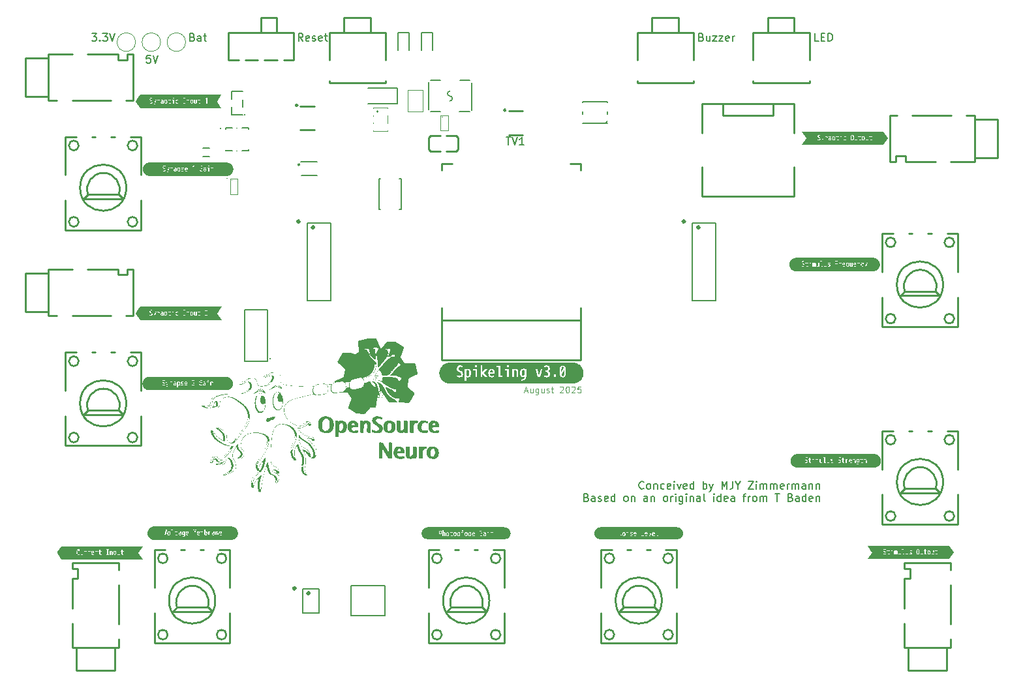
<source format=gbr>
%TF.GenerationSoftware,KiCad,Pcbnew,9.0.4*%
%TF.CreationDate,2025-10-09T22:00:13+02:00*%
%TF.ProjectId,Spikeling_v3.0,5370696b-656c-4696-9e67-5f76332e302e,rev?*%
%TF.SameCoordinates,Original*%
%TF.FileFunction,Legend,Top*%
%TF.FilePolarity,Positive*%
%FSLAX46Y46*%
G04 Gerber Fmt 4.6, Leading zero omitted, Abs format (unit mm)*
G04 Created by KiCad (PCBNEW 9.0.4) date 2025-10-09 22:00:13*
%MOMM*%
%LPD*%
G01*
G04 APERTURE LIST*
%ADD10C,0.200000*%
%ADD11C,0.100000*%
%ADD12C,0.150000*%
%ADD13C,0.254000*%
%ADD14C,0.000000*%
%ADD15C,0.152500*%
%ADD16C,0.300000*%
%ADD17C,0.120000*%
%ADD18C,0.152000*%
%ADD19C,0.200500*%
%ADD20C,0.127000*%
G04 APERTURE END LIST*
D10*
X184623006Y-50843409D02*
X184765863Y-50891028D01*
X184765863Y-50891028D02*
X184813482Y-50938647D01*
X184813482Y-50938647D02*
X184861101Y-51033885D01*
X184861101Y-51033885D02*
X184861101Y-51176742D01*
X184861101Y-51176742D02*
X184813482Y-51271980D01*
X184813482Y-51271980D02*
X184765863Y-51319600D01*
X184765863Y-51319600D02*
X184670625Y-51367219D01*
X184670625Y-51367219D02*
X184289673Y-51367219D01*
X184289673Y-51367219D02*
X184289673Y-50367219D01*
X184289673Y-50367219D02*
X184623006Y-50367219D01*
X184623006Y-50367219D02*
X184718244Y-50414838D01*
X184718244Y-50414838D02*
X184765863Y-50462457D01*
X184765863Y-50462457D02*
X184813482Y-50557695D01*
X184813482Y-50557695D02*
X184813482Y-50652933D01*
X184813482Y-50652933D02*
X184765863Y-50748171D01*
X184765863Y-50748171D02*
X184718244Y-50795790D01*
X184718244Y-50795790D02*
X184623006Y-50843409D01*
X184623006Y-50843409D02*
X184289673Y-50843409D01*
X185718244Y-50700552D02*
X185718244Y-51367219D01*
X185289673Y-50700552D02*
X185289673Y-51224361D01*
X185289673Y-51224361D02*
X185337292Y-51319600D01*
X185337292Y-51319600D02*
X185432530Y-51367219D01*
X185432530Y-51367219D02*
X185575387Y-51367219D01*
X185575387Y-51367219D02*
X185670625Y-51319600D01*
X185670625Y-51319600D02*
X185718244Y-51271980D01*
X186099197Y-50700552D02*
X186623006Y-50700552D01*
X186623006Y-50700552D02*
X186099197Y-51367219D01*
X186099197Y-51367219D02*
X186623006Y-51367219D01*
X186908721Y-50700552D02*
X187432530Y-50700552D01*
X187432530Y-50700552D02*
X186908721Y-51367219D01*
X186908721Y-51367219D02*
X187432530Y-51367219D01*
X188194435Y-51319600D02*
X188099197Y-51367219D01*
X188099197Y-51367219D02*
X187908721Y-51367219D01*
X187908721Y-51367219D02*
X187813483Y-51319600D01*
X187813483Y-51319600D02*
X187765864Y-51224361D01*
X187765864Y-51224361D02*
X187765864Y-50843409D01*
X187765864Y-50843409D02*
X187813483Y-50748171D01*
X187813483Y-50748171D02*
X187908721Y-50700552D01*
X187908721Y-50700552D02*
X188099197Y-50700552D01*
X188099197Y-50700552D02*
X188194435Y-50748171D01*
X188194435Y-50748171D02*
X188242054Y-50843409D01*
X188242054Y-50843409D02*
X188242054Y-50938647D01*
X188242054Y-50938647D02*
X187765864Y-51033885D01*
X188670626Y-51367219D02*
X188670626Y-50700552D01*
X188670626Y-50891028D02*
X188718245Y-50795790D01*
X188718245Y-50795790D02*
X188765864Y-50748171D01*
X188765864Y-50748171D02*
X188861102Y-50700552D01*
X188861102Y-50700552D02*
X188956340Y-50700552D01*
X132921101Y-51367219D02*
X132587768Y-50891028D01*
X132349673Y-51367219D02*
X132349673Y-50367219D01*
X132349673Y-50367219D02*
X132730625Y-50367219D01*
X132730625Y-50367219D02*
X132825863Y-50414838D01*
X132825863Y-50414838D02*
X132873482Y-50462457D01*
X132873482Y-50462457D02*
X132921101Y-50557695D01*
X132921101Y-50557695D02*
X132921101Y-50700552D01*
X132921101Y-50700552D02*
X132873482Y-50795790D01*
X132873482Y-50795790D02*
X132825863Y-50843409D01*
X132825863Y-50843409D02*
X132730625Y-50891028D01*
X132730625Y-50891028D02*
X132349673Y-50891028D01*
X133730625Y-51319600D02*
X133635387Y-51367219D01*
X133635387Y-51367219D02*
X133444911Y-51367219D01*
X133444911Y-51367219D02*
X133349673Y-51319600D01*
X133349673Y-51319600D02*
X133302054Y-51224361D01*
X133302054Y-51224361D02*
X133302054Y-50843409D01*
X133302054Y-50843409D02*
X133349673Y-50748171D01*
X133349673Y-50748171D02*
X133444911Y-50700552D01*
X133444911Y-50700552D02*
X133635387Y-50700552D01*
X133635387Y-50700552D02*
X133730625Y-50748171D01*
X133730625Y-50748171D02*
X133778244Y-50843409D01*
X133778244Y-50843409D02*
X133778244Y-50938647D01*
X133778244Y-50938647D02*
X133302054Y-51033885D01*
X134159197Y-51319600D02*
X134254435Y-51367219D01*
X134254435Y-51367219D02*
X134444911Y-51367219D01*
X134444911Y-51367219D02*
X134540149Y-51319600D01*
X134540149Y-51319600D02*
X134587768Y-51224361D01*
X134587768Y-51224361D02*
X134587768Y-51176742D01*
X134587768Y-51176742D02*
X134540149Y-51081504D01*
X134540149Y-51081504D02*
X134444911Y-51033885D01*
X134444911Y-51033885D02*
X134302054Y-51033885D01*
X134302054Y-51033885D02*
X134206816Y-50986266D01*
X134206816Y-50986266D02*
X134159197Y-50891028D01*
X134159197Y-50891028D02*
X134159197Y-50843409D01*
X134159197Y-50843409D02*
X134206816Y-50748171D01*
X134206816Y-50748171D02*
X134302054Y-50700552D01*
X134302054Y-50700552D02*
X134444911Y-50700552D01*
X134444911Y-50700552D02*
X134540149Y-50748171D01*
X135397292Y-51319600D02*
X135302054Y-51367219D01*
X135302054Y-51367219D02*
X135111578Y-51367219D01*
X135111578Y-51367219D02*
X135016340Y-51319600D01*
X135016340Y-51319600D02*
X134968721Y-51224361D01*
X134968721Y-51224361D02*
X134968721Y-50843409D01*
X134968721Y-50843409D02*
X135016340Y-50748171D01*
X135016340Y-50748171D02*
X135111578Y-50700552D01*
X135111578Y-50700552D02*
X135302054Y-50700552D01*
X135302054Y-50700552D02*
X135397292Y-50748171D01*
X135397292Y-50748171D02*
X135444911Y-50843409D01*
X135444911Y-50843409D02*
X135444911Y-50938647D01*
X135444911Y-50938647D02*
X134968721Y-51033885D01*
X135730626Y-50700552D02*
X136111578Y-50700552D01*
X135873483Y-50367219D02*
X135873483Y-51224361D01*
X135873483Y-51224361D02*
X135921102Y-51319600D01*
X135921102Y-51319600D02*
X136016340Y-51367219D01*
X136016340Y-51367219D02*
X136111578Y-51367219D01*
D11*
X161688169Y-96768323D02*
X162069122Y-96768323D01*
X161611979Y-96996895D02*
X161878646Y-96196895D01*
X161878646Y-96196895D02*
X162145312Y-96996895D01*
X162754836Y-96463561D02*
X162754836Y-96996895D01*
X162411979Y-96463561D02*
X162411979Y-96882609D01*
X162411979Y-96882609D02*
X162450074Y-96958800D01*
X162450074Y-96958800D02*
X162526264Y-96996895D01*
X162526264Y-96996895D02*
X162640550Y-96996895D01*
X162640550Y-96996895D02*
X162716741Y-96958800D01*
X162716741Y-96958800D02*
X162754836Y-96920704D01*
X163478646Y-96463561D02*
X163478646Y-97111180D01*
X163478646Y-97111180D02*
X163440551Y-97187371D01*
X163440551Y-97187371D02*
X163402455Y-97225466D01*
X163402455Y-97225466D02*
X163326265Y-97263561D01*
X163326265Y-97263561D02*
X163211979Y-97263561D01*
X163211979Y-97263561D02*
X163135789Y-97225466D01*
X163478646Y-96958800D02*
X163402455Y-96996895D01*
X163402455Y-96996895D02*
X163250074Y-96996895D01*
X163250074Y-96996895D02*
X163173884Y-96958800D01*
X163173884Y-96958800D02*
X163135789Y-96920704D01*
X163135789Y-96920704D02*
X163097693Y-96844514D01*
X163097693Y-96844514D02*
X163097693Y-96615942D01*
X163097693Y-96615942D02*
X163135789Y-96539752D01*
X163135789Y-96539752D02*
X163173884Y-96501657D01*
X163173884Y-96501657D02*
X163250074Y-96463561D01*
X163250074Y-96463561D02*
X163402455Y-96463561D01*
X163402455Y-96463561D02*
X163478646Y-96501657D01*
X164202456Y-96463561D02*
X164202456Y-96996895D01*
X163859599Y-96463561D02*
X163859599Y-96882609D01*
X163859599Y-96882609D02*
X163897694Y-96958800D01*
X163897694Y-96958800D02*
X163973884Y-96996895D01*
X163973884Y-96996895D02*
X164088170Y-96996895D01*
X164088170Y-96996895D02*
X164164361Y-96958800D01*
X164164361Y-96958800D02*
X164202456Y-96920704D01*
X164545313Y-96958800D02*
X164621504Y-96996895D01*
X164621504Y-96996895D02*
X164773885Y-96996895D01*
X164773885Y-96996895D02*
X164850075Y-96958800D01*
X164850075Y-96958800D02*
X164888171Y-96882609D01*
X164888171Y-96882609D02*
X164888171Y-96844514D01*
X164888171Y-96844514D02*
X164850075Y-96768323D01*
X164850075Y-96768323D02*
X164773885Y-96730228D01*
X164773885Y-96730228D02*
X164659599Y-96730228D01*
X164659599Y-96730228D02*
X164583409Y-96692133D01*
X164583409Y-96692133D02*
X164545313Y-96615942D01*
X164545313Y-96615942D02*
X164545313Y-96577847D01*
X164545313Y-96577847D02*
X164583409Y-96501657D01*
X164583409Y-96501657D02*
X164659599Y-96463561D01*
X164659599Y-96463561D02*
X164773885Y-96463561D01*
X164773885Y-96463561D02*
X164850075Y-96501657D01*
X165116742Y-96463561D02*
X165421504Y-96463561D01*
X165231028Y-96196895D02*
X165231028Y-96882609D01*
X165231028Y-96882609D02*
X165269123Y-96958800D01*
X165269123Y-96958800D02*
X165345313Y-96996895D01*
X165345313Y-96996895D02*
X165421504Y-96996895D01*
X166259599Y-96273085D02*
X166297695Y-96234990D01*
X166297695Y-96234990D02*
X166373885Y-96196895D01*
X166373885Y-96196895D02*
X166564361Y-96196895D01*
X166564361Y-96196895D02*
X166640552Y-96234990D01*
X166640552Y-96234990D02*
X166678647Y-96273085D01*
X166678647Y-96273085D02*
X166716742Y-96349276D01*
X166716742Y-96349276D02*
X166716742Y-96425466D01*
X166716742Y-96425466D02*
X166678647Y-96539752D01*
X166678647Y-96539752D02*
X166221504Y-96996895D01*
X166221504Y-96996895D02*
X166716742Y-96996895D01*
X167211981Y-96196895D02*
X167288171Y-96196895D01*
X167288171Y-96196895D02*
X167364362Y-96234990D01*
X167364362Y-96234990D02*
X167402457Y-96273085D01*
X167402457Y-96273085D02*
X167440552Y-96349276D01*
X167440552Y-96349276D02*
X167478647Y-96501657D01*
X167478647Y-96501657D02*
X167478647Y-96692133D01*
X167478647Y-96692133D02*
X167440552Y-96844514D01*
X167440552Y-96844514D02*
X167402457Y-96920704D01*
X167402457Y-96920704D02*
X167364362Y-96958800D01*
X167364362Y-96958800D02*
X167288171Y-96996895D01*
X167288171Y-96996895D02*
X167211981Y-96996895D01*
X167211981Y-96996895D02*
X167135790Y-96958800D01*
X167135790Y-96958800D02*
X167097695Y-96920704D01*
X167097695Y-96920704D02*
X167059600Y-96844514D01*
X167059600Y-96844514D02*
X167021504Y-96692133D01*
X167021504Y-96692133D02*
X167021504Y-96501657D01*
X167021504Y-96501657D02*
X167059600Y-96349276D01*
X167059600Y-96349276D02*
X167097695Y-96273085D01*
X167097695Y-96273085D02*
X167135790Y-96234990D01*
X167135790Y-96234990D02*
X167211981Y-96196895D01*
X167783409Y-96273085D02*
X167821505Y-96234990D01*
X167821505Y-96234990D02*
X167897695Y-96196895D01*
X167897695Y-96196895D02*
X168088171Y-96196895D01*
X168088171Y-96196895D02*
X168164362Y-96234990D01*
X168164362Y-96234990D02*
X168202457Y-96273085D01*
X168202457Y-96273085D02*
X168240552Y-96349276D01*
X168240552Y-96349276D02*
X168240552Y-96425466D01*
X168240552Y-96425466D02*
X168202457Y-96539752D01*
X168202457Y-96539752D02*
X167745314Y-96996895D01*
X167745314Y-96996895D02*
X168240552Y-96996895D01*
X168964362Y-96196895D02*
X168583410Y-96196895D01*
X168583410Y-96196895D02*
X168545314Y-96577847D01*
X168545314Y-96577847D02*
X168583410Y-96539752D01*
X168583410Y-96539752D02*
X168659600Y-96501657D01*
X168659600Y-96501657D02*
X168850076Y-96501657D01*
X168850076Y-96501657D02*
X168926267Y-96539752D01*
X168926267Y-96539752D02*
X168964362Y-96577847D01*
X168964362Y-96577847D02*
X169002457Y-96654038D01*
X169002457Y-96654038D02*
X169002457Y-96844514D01*
X169002457Y-96844514D02*
X168964362Y-96920704D01*
X168964362Y-96920704D02*
X168926267Y-96958800D01*
X168926267Y-96958800D02*
X168850076Y-96996895D01*
X168850076Y-96996895D02*
X168659600Y-96996895D01*
X168659600Y-96996895D02*
X168583410Y-96958800D01*
X168583410Y-96958800D02*
X168545314Y-96920704D01*
D10*
X105514435Y-50367219D02*
X106133482Y-50367219D01*
X106133482Y-50367219D02*
X105800149Y-50748171D01*
X105800149Y-50748171D02*
X105943006Y-50748171D01*
X105943006Y-50748171D02*
X106038244Y-50795790D01*
X106038244Y-50795790D02*
X106085863Y-50843409D01*
X106085863Y-50843409D02*
X106133482Y-50938647D01*
X106133482Y-50938647D02*
X106133482Y-51176742D01*
X106133482Y-51176742D02*
X106085863Y-51271980D01*
X106085863Y-51271980D02*
X106038244Y-51319600D01*
X106038244Y-51319600D02*
X105943006Y-51367219D01*
X105943006Y-51367219D02*
X105657292Y-51367219D01*
X105657292Y-51367219D02*
X105562054Y-51319600D01*
X105562054Y-51319600D02*
X105514435Y-51271980D01*
X106562054Y-51271980D02*
X106609673Y-51319600D01*
X106609673Y-51319600D02*
X106562054Y-51367219D01*
X106562054Y-51367219D02*
X106514435Y-51319600D01*
X106514435Y-51319600D02*
X106562054Y-51271980D01*
X106562054Y-51271980D02*
X106562054Y-51367219D01*
X106943006Y-50367219D02*
X107562053Y-50367219D01*
X107562053Y-50367219D02*
X107228720Y-50748171D01*
X107228720Y-50748171D02*
X107371577Y-50748171D01*
X107371577Y-50748171D02*
X107466815Y-50795790D01*
X107466815Y-50795790D02*
X107514434Y-50843409D01*
X107514434Y-50843409D02*
X107562053Y-50938647D01*
X107562053Y-50938647D02*
X107562053Y-51176742D01*
X107562053Y-51176742D02*
X107514434Y-51271980D01*
X107514434Y-51271980D02*
X107466815Y-51319600D01*
X107466815Y-51319600D02*
X107371577Y-51367219D01*
X107371577Y-51367219D02*
X107085863Y-51367219D01*
X107085863Y-51367219D02*
X106990625Y-51319600D01*
X106990625Y-51319600D02*
X106943006Y-51271980D01*
X107847768Y-50367219D02*
X108181101Y-51367219D01*
X108181101Y-51367219D02*
X108514434Y-50367219D01*
X113135863Y-53207219D02*
X112659673Y-53207219D01*
X112659673Y-53207219D02*
X112612054Y-53683409D01*
X112612054Y-53683409D02*
X112659673Y-53635790D01*
X112659673Y-53635790D02*
X112754911Y-53588171D01*
X112754911Y-53588171D02*
X112993006Y-53588171D01*
X112993006Y-53588171D02*
X113088244Y-53635790D01*
X113088244Y-53635790D02*
X113135863Y-53683409D01*
X113135863Y-53683409D02*
X113183482Y-53778647D01*
X113183482Y-53778647D02*
X113183482Y-54016742D01*
X113183482Y-54016742D02*
X113135863Y-54111980D01*
X113135863Y-54111980D02*
X113088244Y-54159600D01*
X113088244Y-54159600D02*
X112993006Y-54207219D01*
X112993006Y-54207219D02*
X112754911Y-54207219D01*
X112754911Y-54207219D02*
X112659673Y-54159600D01*
X112659673Y-54159600D02*
X112612054Y-54111980D01*
X113469197Y-53207219D02*
X113802530Y-54207219D01*
X113802530Y-54207219D02*
X114135863Y-53207219D01*
X118593006Y-50843409D02*
X118735863Y-50891028D01*
X118735863Y-50891028D02*
X118783482Y-50938647D01*
X118783482Y-50938647D02*
X118831101Y-51033885D01*
X118831101Y-51033885D02*
X118831101Y-51176742D01*
X118831101Y-51176742D02*
X118783482Y-51271980D01*
X118783482Y-51271980D02*
X118735863Y-51319600D01*
X118735863Y-51319600D02*
X118640625Y-51367219D01*
X118640625Y-51367219D02*
X118259673Y-51367219D01*
X118259673Y-51367219D02*
X118259673Y-50367219D01*
X118259673Y-50367219D02*
X118593006Y-50367219D01*
X118593006Y-50367219D02*
X118688244Y-50414838D01*
X118688244Y-50414838D02*
X118735863Y-50462457D01*
X118735863Y-50462457D02*
X118783482Y-50557695D01*
X118783482Y-50557695D02*
X118783482Y-50652933D01*
X118783482Y-50652933D02*
X118735863Y-50748171D01*
X118735863Y-50748171D02*
X118688244Y-50795790D01*
X118688244Y-50795790D02*
X118593006Y-50843409D01*
X118593006Y-50843409D02*
X118259673Y-50843409D01*
X119688244Y-51367219D02*
X119688244Y-50843409D01*
X119688244Y-50843409D02*
X119640625Y-50748171D01*
X119640625Y-50748171D02*
X119545387Y-50700552D01*
X119545387Y-50700552D02*
X119354911Y-50700552D01*
X119354911Y-50700552D02*
X119259673Y-50748171D01*
X119688244Y-51319600D02*
X119593006Y-51367219D01*
X119593006Y-51367219D02*
X119354911Y-51367219D01*
X119354911Y-51367219D02*
X119259673Y-51319600D01*
X119259673Y-51319600D02*
X119212054Y-51224361D01*
X119212054Y-51224361D02*
X119212054Y-51129123D01*
X119212054Y-51129123D02*
X119259673Y-51033885D01*
X119259673Y-51033885D02*
X119354911Y-50986266D01*
X119354911Y-50986266D02*
X119593006Y-50986266D01*
X119593006Y-50986266D02*
X119688244Y-50938647D01*
X120021578Y-50700552D02*
X120402530Y-50700552D01*
X120164435Y-50367219D02*
X120164435Y-51224361D01*
X120164435Y-51224361D02*
X120212054Y-51319600D01*
X120212054Y-51319600D02*
X120307292Y-51367219D01*
X120307292Y-51367219D02*
X120402530Y-51367219D01*
D12*
X177153695Y-109414636D02*
X177106076Y-109462256D01*
X177106076Y-109462256D02*
X176963219Y-109509875D01*
X176963219Y-109509875D02*
X176867981Y-109509875D01*
X176867981Y-109509875D02*
X176725124Y-109462256D01*
X176725124Y-109462256D02*
X176629886Y-109367017D01*
X176629886Y-109367017D02*
X176582267Y-109271779D01*
X176582267Y-109271779D02*
X176534648Y-109081303D01*
X176534648Y-109081303D02*
X176534648Y-108938446D01*
X176534648Y-108938446D02*
X176582267Y-108747970D01*
X176582267Y-108747970D02*
X176629886Y-108652732D01*
X176629886Y-108652732D02*
X176725124Y-108557494D01*
X176725124Y-108557494D02*
X176867981Y-108509875D01*
X176867981Y-108509875D02*
X176963219Y-108509875D01*
X176963219Y-108509875D02*
X177106076Y-108557494D01*
X177106076Y-108557494D02*
X177153695Y-108605113D01*
X177725124Y-109509875D02*
X177629886Y-109462256D01*
X177629886Y-109462256D02*
X177582267Y-109414636D01*
X177582267Y-109414636D02*
X177534648Y-109319398D01*
X177534648Y-109319398D02*
X177534648Y-109033684D01*
X177534648Y-109033684D02*
X177582267Y-108938446D01*
X177582267Y-108938446D02*
X177629886Y-108890827D01*
X177629886Y-108890827D02*
X177725124Y-108843208D01*
X177725124Y-108843208D02*
X177867981Y-108843208D01*
X177867981Y-108843208D02*
X177963219Y-108890827D01*
X177963219Y-108890827D02*
X178010838Y-108938446D01*
X178010838Y-108938446D02*
X178058457Y-109033684D01*
X178058457Y-109033684D02*
X178058457Y-109319398D01*
X178058457Y-109319398D02*
X178010838Y-109414636D01*
X178010838Y-109414636D02*
X177963219Y-109462256D01*
X177963219Y-109462256D02*
X177867981Y-109509875D01*
X177867981Y-109509875D02*
X177725124Y-109509875D01*
X178487029Y-108843208D02*
X178487029Y-109509875D01*
X178487029Y-108938446D02*
X178534648Y-108890827D01*
X178534648Y-108890827D02*
X178629886Y-108843208D01*
X178629886Y-108843208D02*
X178772743Y-108843208D01*
X178772743Y-108843208D02*
X178867981Y-108890827D01*
X178867981Y-108890827D02*
X178915600Y-108986065D01*
X178915600Y-108986065D02*
X178915600Y-109509875D01*
X179820362Y-109462256D02*
X179725124Y-109509875D01*
X179725124Y-109509875D02*
X179534648Y-109509875D01*
X179534648Y-109509875D02*
X179439410Y-109462256D01*
X179439410Y-109462256D02*
X179391791Y-109414636D01*
X179391791Y-109414636D02*
X179344172Y-109319398D01*
X179344172Y-109319398D02*
X179344172Y-109033684D01*
X179344172Y-109033684D02*
X179391791Y-108938446D01*
X179391791Y-108938446D02*
X179439410Y-108890827D01*
X179439410Y-108890827D02*
X179534648Y-108843208D01*
X179534648Y-108843208D02*
X179725124Y-108843208D01*
X179725124Y-108843208D02*
X179820362Y-108890827D01*
X180629886Y-109462256D02*
X180534648Y-109509875D01*
X180534648Y-109509875D02*
X180344172Y-109509875D01*
X180344172Y-109509875D02*
X180248934Y-109462256D01*
X180248934Y-109462256D02*
X180201315Y-109367017D01*
X180201315Y-109367017D02*
X180201315Y-108986065D01*
X180201315Y-108986065D02*
X180248934Y-108890827D01*
X180248934Y-108890827D02*
X180344172Y-108843208D01*
X180344172Y-108843208D02*
X180534648Y-108843208D01*
X180534648Y-108843208D02*
X180629886Y-108890827D01*
X180629886Y-108890827D02*
X180677505Y-108986065D01*
X180677505Y-108986065D02*
X180677505Y-109081303D01*
X180677505Y-109081303D02*
X180201315Y-109176541D01*
X181106077Y-109509875D02*
X181106077Y-108843208D01*
X181106077Y-108509875D02*
X181058458Y-108557494D01*
X181058458Y-108557494D02*
X181106077Y-108605113D01*
X181106077Y-108605113D02*
X181153696Y-108557494D01*
X181153696Y-108557494D02*
X181106077Y-108509875D01*
X181106077Y-108509875D02*
X181106077Y-108605113D01*
X181487029Y-108843208D02*
X181725124Y-109509875D01*
X181725124Y-109509875D02*
X181963219Y-108843208D01*
X182725124Y-109462256D02*
X182629886Y-109509875D01*
X182629886Y-109509875D02*
X182439410Y-109509875D01*
X182439410Y-109509875D02*
X182344172Y-109462256D01*
X182344172Y-109462256D02*
X182296553Y-109367017D01*
X182296553Y-109367017D02*
X182296553Y-108986065D01*
X182296553Y-108986065D02*
X182344172Y-108890827D01*
X182344172Y-108890827D02*
X182439410Y-108843208D01*
X182439410Y-108843208D02*
X182629886Y-108843208D01*
X182629886Y-108843208D02*
X182725124Y-108890827D01*
X182725124Y-108890827D02*
X182772743Y-108986065D01*
X182772743Y-108986065D02*
X182772743Y-109081303D01*
X182772743Y-109081303D02*
X182296553Y-109176541D01*
X183629886Y-109509875D02*
X183629886Y-108509875D01*
X183629886Y-109462256D02*
X183534648Y-109509875D01*
X183534648Y-109509875D02*
X183344172Y-109509875D01*
X183344172Y-109509875D02*
X183248934Y-109462256D01*
X183248934Y-109462256D02*
X183201315Y-109414636D01*
X183201315Y-109414636D02*
X183153696Y-109319398D01*
X183153696Y-109319398D02*
X183153696Y-109033684D01*
X183153696Y-109033684D02*
X183201315Y-108938446D01*
X183201315Y-108938446D02*
X183248934Y-108890827D01*
X183248934Y-108890827D02*
X183344172Y-108843208D01*
X183344172Y-108843208D02*
X183534648Y-108843208D01*
X183534648Y-108843208D02*
X183629886Y-108890827D01*
X184867982Y-109509875D02*
X184867982Y-108509875D01*
X184867982Y-108890827D02*
X184963220Y-108843208D01*
X184963220Y-108843208D02*
X185153696Y-108843208D01*
X185153696Y-108843208D02*
X185248934Y-108890827D01*
X185248934Y-108890827D02*
X185296553Y-108938446D01*
X185296553Y-108938446D02*
X185344172Y-109033684D01*
X185344172Y-109033684D02*
X185344172Y-109319398D01*
X185344172Y-109319398D02*
X185296553Y-109414636D01*
X185296553Y-109414636D02*
X185248934Y-109462256D01*
X185248934Y-109462256D02*
X185153696Y-109509875D01*
X185153696Y-109509875D02*
X184963220Y-109509875D01*
X184963220Y-109509875D02*
X184867982Y-109462256D01*
X185677506Y-108843208D02*
X185915601Y-109509875D01*
X186153696Y-108843208D02*
X185915601Y-109509875D01*
X185915601Y-109509875D02*
X185820363Y-109747970D01*
X185820363Y-109747970D02*
X185772744Y-109795589D01*
X185772744Y-109795589D02*
X185677506Y-109843208D01*
X187296554Y-109509875D02*
X187296554Y-108509875D01*
X187296554Y-108509875D02*
X187629887Y-109224160D01*
X187629887Y-109224160D02*
X187963220Y-108509875D01*
X187963220Y-108509875D02*
X187963220Y-109509875D01*
X188725125Y-108509875D02*
X188725125Y-109224160D01*
X188725125Y-109224160D02*
X188677506Y-109367017D01*
X188677506Y-109367017D02*
X188582268Y-109462256D01*
X188582268Y-109462256D02*
X188439411Y-109509875D01*
X188439411Y-109509875D02*
X188344173Y-109509875D01*
X189391792Y-109033684D02*
X189391792Y-109509875D01*
X189058459Y-108509875D02*
X189391792Y-109033684D01*
X189391792Y-109033684D02*
X189725125Y-108509875D01*
X190725126Y-108509875D02*
X191391792Y-108509875D01*
X191391792Y-108509875D02*
X190725126Y-109509875D01*
X190725126Y-109509875D02*
X191391792Y-109509875D01*
X191772745Y-109509875D02*
X191772745Y-108843208D01*
X191772745Y-108509875D02*
X191725126Y-108557494D01*
X191725126Y-108557494D02*
X191772745Y-108605113D01*
X191772745Y-108605113D02*
X191820364Y-108557494D01*
X191820364Y-108557494D02*
X191772745Y-108509875D01*
X191772745Y-108509875D02*
X191772745Y-108605113D01*
X192248935Y-109509875D02*
X192248935Y-108843208D01*
X192248935Y-108938446D02*
X192296554Y-108890827D01*
X192296554Y-108890827D02*
X192391792Y-108843208D01*
X192391792Y-108843208D02*
X192534649Y-108843208D01*
X192534649Y-108843208D02*
X192629887Y-108890827D01*
X192629887Y-108890827D02*
X192677506Y-108986065D01*
X192677506Y-108986065D02*
X192677506Y-109509875D01*
X192677506Y-108986065D02*
X192725125Y-108890827D01*
X192725125Y-108890827D02*
X192820363Y-108843208D01*
X192820363Y-108843208D02*
X192963220Y-108843208D01*
X192963220Y-108843208D02*
X193058459Y-108890827D01*
X193058459Y-108890827D02*
X193106078Y-108986065D01*
X193106078Y-108986065D02*
X193106078Y-109509875D01*
X193582268Y-109509875D02*
X193582268Y-108843208D01*
X193582268Y-108938446D02*
X193629887Y-108890827D01*
X193629887Y-108890827D02*
X193725125Y-108843208D01*
X193725125Y-108843208D02*
X193867982Y-108843208D01*
X193867982Y-108843208D02*
X193963220Y-108890827D01*
X193963220Y-108890827D02*
X194010839Y-108986065D01*
X194010839Y-108986065D02*
X194010839Y-109509875D01*
X194010839Y-108986065D02*
X194058458Y-108890827D01*
X194058458Y-108890827D02*
X194153696Y-108843208D01*
X194153696Y-108843208D02*
X194296553Y-108843208D01*
X194296553Y-108843208D02*
X194391792Y-108890827D01*
X194391792Y-108890827D02*
X194439411Y-108986065D01*
X194439411Y-108986065D02*
X194439411Y-109509875D01*
X195296553Y-109462256D02*
X195201315Y-109509875D01*
X195201315Y-109509875D02*
X195010839Y-109509875D01*
X195010839Y-109509875D02*
X194915601Y-109462256D01*
X194915601Y-109462256D02*
X194867982Y-109367017D01*
X194867982Y-109367017D02*
X194867982Y-108986065D01*
X194867982Y-108986065D02*
X194915601Y-108890827D01*
X194915601Y-108890827D02*
X195010839Y-108843208D01*
X195010839Y-108843208D02*
X195201315Y-108843208D01*
X195201315Y-108843208D02*
X195296553Y-108890827D01*
X195296553Y-108890827D02*
X195344172Y-108986065D01*
X195344172Y-108986065D02*
X195344172Y-109081303D01*
X195344172Y-109081303D02*
X194867982Y-109176541D01*
X195772744Y-109509875D02*
X195772744Y-108843208D01*
X195772744Y-109033684D02*
X195820363Y-108938446D01*
X195820363Y-108938446D02*
X195867982Y-108890827D01*
X195867982Y-108890827D02*
X195963220Y-108843208D01*
X195963220Y-108843208D02*
X196058458Y-108843208D01*
X196391792Y-109509875D02*
X196391792Y-108843208D01*
X196391792Y-108938446D02*
X196439411Y-108890827D01*
X196439411Y-108890827D02*
X196534649Y-108843208D01*
X196534649Y-108843208D02*
X196677506Y-108843208D01*
X196677506Y-108843208D02*
X196772744Y-108890827D01*
X196772744Y-108890827D02*
X196820363Y-108986065D01*
X196820363Y-108986065D02*
X196820363Y-109509875D01*
X196820363Y-108986065D02*
X196867982Y-108890827D01*
X196867982Y-108890827D02*
X196963220Y-108843208D01*
X196963220Y-108843208D02*
X197106077Y-108843208D01*
X197106077Y-108843208D02*
X197201316Y-108890827D01*
X197201316Y-108890827D02*
X197248935Y-108986065D01*
X197248935Y-108986065D02*
X197248935Y-109509875D01*
X198153696Y-109509875D02*
X198153696Y-108986065D01*
X198153696Y-108986065D02*
X198106077Y-108890827D01*
X198106077Y-108890827D02*
X198010839Y-108843208D01*
X198010839Y-108843208D02*
X197820363Y-108843208D01*
X197820363Y-108843208D02*
X197725125Y-108890827D01*
X198153696Y-109462256D02*
X198058458Y-109509875D01*
X198058458Y-109509875D02*
X197820363Y-109509875D01*
X197820363Y-109509875D02*
X197725125Y-109462256D01*
X197725125Y-109462256D02*
X197677506Y-109367017D01*
X197677506Y-109367017D02*
X197677506Y-109271779D01*
X197677506Y-109271779D02*
X197725125Y-109176541D01*
X197725125Y-109176541D02*
X197820363Y-109128922D01*
X197820363Y-109128922D02*
X198058458Y-109128922D01*
X198058458Y-109128922D02*
X198153696Y-109081303D01*
X198629887Y-108843208D02*
X198629887Y-109509875D01*
X198629887Y-108938446D02*
X198677506Y-108890827D01*
X198677506Y-108890827D02*
X198772744Y-108843208D01*
X198772744Y-108843208D02*
X198915601Y-108843208D01*
X198915601Y-108843208D02*
X199010839Y-108890827D01*
X199010839Y-108890827D02*
X199058458Y-108986065D01*
X199058458Y-108986065D02*
X199058458Y-109509875D01*
X199534649Y-108843208D02*
X199534649Y-109509875D01*
X199534649Y-108938446D02*
X199582268Y-108890827D01*
X199582268Y-108890827D02*
X199677506Y-108843208D01*
X199677506Y-108843208D02*
X199820363Y-108843208D01*
X199820363Y-108843208D02*
X199915601Y-108890827D01*
X199915601Y-108890827D02*
X199963220Y-108986065D01*
X199963220Y-108986065D02*
X199963220Y-109509875D01*
X169725121Y-110596009D02*
X169867978Y-110643628D01*
X169867978Y-110643628D02*
X169915597Y-110691247D01*
X169915597Y-110691247D02*
X169963216Y-110786485D01*
X169963216Y-110786485D02*
X169963216Y-110929342D01*
X169963216Y-110929342D02*
X169915597Y-111024580D01*
X169915597Y-111024580D02*
X169867978Y-111072200D01*
X169867978Y-111072200D02*
X169772740Y-111119819D01*
X169772740Y-111119819D02*
X169391788Y-111119819D01*
X169391788Y-111119819D02*
X169391788Y-110119819D01*
X169391788Y-110119819D02*
X169725121Y-110119819D01*
X169725121Y-110119819D02*
X169820359Y-110167438D01*
X169820359Y-110167438D02*
X169867978Y-110215057D01*
X169867978Y-110215057D02*
X169915597Y-110310295D01*
X169915597Y-110310295D02*
X169915597Y-110405533D01*
X169915597Y-110405533D02*
X169867978Y-110500771D01*
X169867978Y-110500771D02*
X169820359Y-110548390D01*
X169820359Y-110548390D02*
X169725121Y-110596009D01*
X169725121Y-110596009D02*
X169391788Y-110596009D01*
X170820359Y-111119819D02*
X170820359Y-110596009D01*
X170820359Y-110596009D02*
X170772740Y-110500771D01*
X170772740Y-110500771D02*
X170677502Y-110453152D01*
X170677502Y-110453152D02*
X170487026Y-110453152D01*
X170487026Y-110453152D02*
X170391788Y-110500771D01*
X170820359Y-111072200D02*
X170725121Y-111119819D01*
X170725121Y-111119819D02*
X170487026Y-111119819D01*
X170487026Y-111119819D02*
X170391788Y-111072200D01*
X170391788Y-111072200D02*
X170344169Y-110976961D01*
X170344169Y-110976961D02*
X170344169Y-110881723D01*
X170344169Y-110881723D02*
X170391788Y-110786485D01*
X170391788Y-110786485D02*
X170487026Y-110738866D01*
X170487026Y-110738866D02*
X170725121Y-110738866D01*
X170725121Y-110738866D02*
X170820359Y-110691247D01*
X171248931Y-111072200D02*
X171344169Y-111119819D01*
X171344169Y-111119819D02*
X171534645Y-111119819D01*
X171534645Y-111119819D02*
X171629883Y-111072200D01*
X171629883Y-111072200D02*
X171677502Y-110976961D01*
X171677502Y-110976961D02*
X171677502Y-110929342D01*
X171677502Y-110929342D02*
X171629883Y-110834104D01*
X171629883Y-110834104D02*
X171534645Y-110786485D01*
X171534645Y-110786485D02*
X171391788Y-110786485D01*
X171391788Y-110786485D02*
X171296550Y-110738866D01*
X171296550Y-110738866D02*
X171248931Y-110643628D01*
X171248931Y-110643628D02*
X171248931Y-110596009D01*
X171248931Y-110596009D02*
X171296550Y-110500771D01*
X171296550Y-110500771D02*
X171391788Y-110453152D01*
X171391788Y-110453152D02*
X171534645Y-110453152D01*
X171534645Y-110453152D02*
X171629883Y-110500771D01*
X172487026Y-111072200D02*
X172391788Y-111119819D01*
X172391788Y-111119819D02*
X172201312Y-111119819D01*
X172201312Y-111119819D02*
X172106074Y-111072200D01*
X172106074Y-111072200D02*
X172058455Y-110976961D01*
X172058455Y-110976961D02*
X172058455Y-110596009D01*
X172058455Y-110596009D02*
X172106074Y-110500771D01*
X172106074Y-110500771D02*
X172201312Y-110453152D01*
X172201312Y-110453152D02*
X172391788Y-110453152D01*
X172391788Y-110453152D02*
X172487026Y-110500771D01*
X172487026Y-110500771D02*
X172534645Y-110596009D01*
X172534645Y-110596009D02*
X172534645Y-110691247D01*
X172534645Y-110691247D02*
X172058455Y-110786485D01*
X173391788Y-111119819D02*
X173391788Y-110119819D01*
X173391788Y-111072200D02*
X173296550Y-111119819D01*
X173296550Y-111119819D02*
X173106074Y-111119819D01*
X173106074Y-111119819D02*
X173010836Y-111072200D01*
X173010836Y-111072200D02*
X172963217Y-111024580D01*
X172963217Y-111024580D02*
X172915598Y-110929342D01*
X172915598Y-110929342D02*
X172915598Y-110643628D01*
X172915598Y-110643628D02*
X172963217Y-110548390D01*
X172963217Y-110548390D02*
X173010836Y-110500771D01*
X173010836Y-110500771D02*
X173106074Y-110453152D01*
X173106074Y-110453152D02*
X173296550Y-110453152D01*
X173296550Y-110453152D02*
X173391788Y-110500771D01*
X174772741Y-111119819D02*
X174677503Y-111072200D01*
X174677503Y-111072200D02*
X174629884Y-111024580D01*
X174629884Y-111024580D02*
X174582265Y-110929342D01*
X174582265Y-110929342D02*
X174582265Y-110643628D01*
X174582265Y-110643628D02*
X174629884Y-110548390D01*
X174629884Y-110548390D02*
X174677503Y-110500771D01*
X174677503Y-110500771D02*
X174772741Y-110453152D01*
X174772741Y-110453152D02*
X174915598Y-110453152D01*
X174915598Y-110453152D02*
X175010836Y-110500771D01*
X175010836Y-110500771D02*
X175058455Y-110548390D01*
X175058455Y-110548390D02*
X175106074Y-110643628D01*
X175106074Y-110643628D02*
X175106074Y-110929342D01*
X175106074Y-110929342D02*
X175058455Y-111024580D01*
X175058455Y-111024580D02*
X175010836Y-111072200D01*
X175010836Y-111072200D02*
X174915598Y-111119819D01*
X174915598Y-111119819D02*
X174772741Y-111119819D01*
X175534646Y-110453152D02*
X175534646Y-111119819D01*
X175534646Y-110548390D02*
X175582265Y-110500771D01*
X175582265Y-110500771D02*
X175677503Y-110453152D01*
X175677503Y-110453152D02*
X175820360Y-110453152D01*
X175820360Y-110453152D02*
X175915598Y-110500771D01*
X175915598Y-110500771D02*
X175963217Y-110596009D01*
X175963217Y-110596009D02*
X175963217Y-111119819D01*
X177629884Y-111119819D02*
X177629884Y-110596009D01*
X177629884Y-110596009D02*
X177582265Y-110500771D01*
X177582265Y-110500771D02*
X177487027Y-110453152D01*
X177487027Y-110453152D02*
X177296551Y-110453152D01*
X177296551Y-110453152D02*
X177201313Y-110500771D01*
X177629884Y-111072200D02*
X177534646Y-111119819D01*
X177534646Y-111119819D02*
X177296551Y-111119819D01*
X177296551Y-111119819D02*
X177201313Y-111072200D01*
X177201313Y-111072200D02*
X177153694Y-110976961D01*
X177153694Y-110976961D02*
X177153694Y-110881723D01*
X177153694Y-110881723D02*
X177201313Y-110786485D01*
X177201313Y-110786485D02*
X177296551Y-110738866D01*
X177296551Y-110738866D02*
X177534646Y-110738866D01*
X177534646Y-110738866D02*
X177629884Y-110691247D01*
X178106075Y-110453152D02*
X178106075Y-111119819D01*
X178106075Y-110548390D02*
X178153694Y-110500771D01*
X178153694Y-110500771D02*
X178248932Y-110453152D01*
X178248932Y-110453152D02*
X178391789Y-110453152D01*
X178391789Y-110453152D02*
X178487027Y-110500771D01*
X178487027Y-110500771D02*
X178534646Y-110596009D01*
X178534646Y-110596009D02*
X178534646Y-111119819D01*
X179915599Y-111119819D02*
X179820361Y-111072200D01*
X179820361Y-111072200D02*
X179772742Y-111024580D01*
X179772742Y-111024580D02*
X179725123Y-110929342D01*
X179725123Y-110929342D02*
X179725123Y-110643628D01*
X179725123Y-110643628D02*
X179772742Y-110548390D01*
X179772742Y-110548390D02*
X179820361Y-110500771D01*
X179820361Y-110500771D02*
X179915599Y-110453152D01*
X179915599Y-110453152D02*
X180058456Y-110453152D01*
X180058456Y-110453152D02*
X180153694Y-110500771D01*
X180153694Y-110500771D02*
X180201313Y-110548390D01*
X180201313Y-110548390D02*
X180248932Y-110643628D01*
X180248932Y-110643628D02*
X180248932Y-110929342D01*
X180248932Y-110929342D02*
X180201313Y-111024580D01*
X180201313Y-111024580D02*
X180153694Y-111072200D01*
X180153694Y-111072200D02*
X180058456Y-111119819D01*
X180058456Y-111119819D02*
X179915599Y-111119819D01*
X180677504Y-111119819D02*
X180677504Y-110453152D01*
X180677504Y-110643628D02*
X180725123Y-110548390D01*
X180725123Y-110548390D02*
X180772742Y-110500771D01*
X180772742Y-110500771D02*
X180867980Y-110453152D01*
X180867980Y-110453152D02*
X180963218Y-110453152D01*
X181296552Y-111119819D02*
X181296552Y-110453152D01*
X181296552Y-110119819D02*
X181248933Y-110167438D01*
X181248933Y-110167438D02*
X181296552Y-110215057D01*
X181296552Y-110215057D02*
X181344171Y-110167438D01*
X181344171Y-110167438D02*
X181296552Y-110119819D01*
X181296552Y-110119819D02*
X181296552Y-110215057D01*
X182201313Y-110453152D02*
X182201313Y-111262676D01*
X182201313Y-111262676D02*
X182153694Y-111357914D01*
X182153694Y-111357914D02*
X182106075Y-111405533D01*
X182106075Y-111405533D02*
X182010837Y-111453152D01*
X182010837Y-111453152D02*
X181867980Y-111453152D01*
X181867980Y-111453152D02*
X181772742Y-111405533D01*
X182201313Y-111072200D02*
X182106075Y-111119819D01*
X182106075Y-111119819D02*
X181915599Y-111119819D01*
X181915599Y-111119819D02*
X181820361Y-111072200D01*
X181820361Y-111072200D02*
X181772742Y-111024580D01*
X181772742Y-111024580D02*
X181725123Y-110929342D01*
X181725123Y-110929342D02*
X181725123Y-110643628D01*
X181725123Y-110643628D02*
X181772742Y-110548390D01*
X181772742Y-110548390D02*
X181820361Y-110500771D01*
X181820361Y-110500771D02*
X181915599Y-110453152D01*
X181915599Y-110453152D02*
X182106075Y-110453152D01*
X182106075Y-110453152D02*
X182201313Y-110500771D01*
X182677504Y-111119819D02*
X182677504Y-110453152D01*
X182677504Y-110119819D02*
X182629885Y-110167438D01*
X182629885Y-110167438D02*
X182677504Y-110215057D01*
X182677504Y-110215057D02*
X182725123Y-110167438D01*
X182725123Y-110167438D02*
X182677504Y-110119819D01*
X182677504Y-110119819D02*
X182677504Y-110215057D01*
X183153694Y-110453152D02*
X183153694Y-111119819D01*
X183153694Y-110548390D02*
X183201313Y-110500771D01*
X183201313Y-110500771D02*
X183296551Y-110453152D01*
X183296551Y-110453152D02*
X183439408Y-110453152D01*
X183439408Y-110453152D02*
X183534646Y-110500771D01*
X183534646Y-110500771D02*
X183582265Y-110596009D01*
X183582265Y-110596009D02*
X183582265Y-111119819D01*
X184487027Y-111119819D02*
X184487027Y-110596009D01*
X184487027Y-110596009D02*
X184439408Y-110500771D01*
X184439408Y-110500771D02*
X184344170Y-110453152D01*
X184344170Y-110453152D02*
X184153694Y-110453152D01*
X184153694Y-110453152D02*
X184058456Y-110500771D01*
X184487027Y-111072200D02*
X184391789Y-111119819D01*
X184391789Y-111119819D02*
X184153694Y-111119819D01*
X184153694Y-111119819D02*
X184058456Y-111072200D01*
X184058456Y-111072200D02*
X184010837Y-110976961D01*
X184010837Y-110976961D02*
X184010837Y-110881723D01*
X184010837Y-110881723D02*
X184058456Y-110786485D01*
X184058456Y-110786485D02*
X184153694Y-110738866D01*
X184153694Y-110738866D02*
X184391789Y-110738866D01*
X184391789Y-110738866D02*
X184487027Y-110691247D01*
X185106075Y-111119819D02*
X185010837Y-111072200D01*
X185010837Y-111072200D02*
X184963218Y-110976961D01*
X184963218Y-110976961D02*
X184963218Y-110119819D01*
X186248933Y-111119819D02*
X186248933Y-110453152D01*
X186248933Y-110119819D02*
X186201314Y-110167438D01*
X186201314Y-110167438D02*
X186248933Y-110215057D01*
X186248933Y-110215057D02*
X186296552Y-110167438D01*
X186296552Y-110167438D02*
X186248933Y-110119819D01*
X186248933Y-110119819D02*
X186248933Y-110215057D01*
X187153694Y-111119819D02*
X187153694Y-110119819D01*
X187153694Y-111072200D02*
X187058456Y-111119819D01*
X187058456Y-111119819D02*
X186867980Y-111119819D01*
X186867980Y-111119819D02*
X186772742Y-111072200D01*
X186772742Y-111072200D02*
X186725123Y-111024580D01*
X186725123Y-111024580D02*
X186677504Y-110929342D01*
X186677504Y-110929342D02*
X186677504Y-110643628D01*
X186677504Y-110643628D02*
X186725123Y-110548390D01*
X186725123Y-110548390D02*
X186772742Y-110500771D01*
X186772742Y-110500771D02*
X186867980Y-110453152D01*
X186867980Y-110453152D02*
X187058456Y-110453152D01*
X187058456Y-110453152D02*
X187153694Y-110500771D01*
X188010837Y-111072200D02*
X187915599Y-111119819D01*
X187915599Y-111119819D02*
X187725123Y-111119819D01*
X187725123Y-111119819D02*
X187629885Y-111072200D01*
X187629885Y-111072200D02*
X187582266Y-110976961D01*
X187582266Y-110976961D02*
X187582266Y-110596009D01*
X187582266Y-110596009D02*
X187629885Y-110500771D01*
X187629885Y-110500771D02*
X187725123Y-110453152D01*
X187725123Y-110453152D02*
X187915599Y-110453152D01*
X187915599Y-110453152D02*
X188010837Y-110500771D01*
X188010837Y-110500771D02*
X188058456Y-110596009D01*
X188058456Y-110596009D02*
X188058456Y-110691247D01*
X188058456Y-110691247D02*
X187582266Y-110786485D01*
X188915599Y-111119819D02*
X188915599Y-110596009D01*
X188915599Y-110596009D02*
X188867980Y-110500771D01*
X188867980Y-110500771D02*
X188772742Y-110453152D01*
X188772742Y-110453152D02*
X188582266Y-110453152D01*
X188582266Y-110453152D02*
X188487028Y-110500771D01*
X188915599Y-111072200D02*
X188820361Y-111119819D01*
X188820361Y-111119819D02*
X188582266Y-111119819D01*
X188582266Y-111119819D02*
X188487028Y-111072200D01*
X188487028Y-111072200D02*
X188439409Y-110976961D01*
X188439409Y-110976961D02*
X188439409Y-110881723D01*
X188439409Y-110881723D02*
X188487028Y-110786485D01*
X188487028Y-110786485D02*
X188582266Y-110738866D01*
X188582266Y-110738866D02*
X188820361Y-110738866D01*
X188820361Y-110738866D02*
X188915599Y-110691247D01*
X190010838Y-110453152D02*
X190391790Y-110453152D01*
X190153695Y-111119819D02*
X190153695Y-110262676D01*
X190153695Y-110262676D02*
X190201314Y-110167438D01*
X190201314Y-110167438D02*
X190296552Y-110119819D01*
X190296552Y-110119819D02*
X190391790Y-110119819D01*
X190725124Y-111119819D02*
X190725124Y-110453152D01*
X190725124Y-110643628D02*
X190772743Y-110548390D01*
X190772743Y-110548390D02*
X190820362Y-110500771D01*
X190820362Y-110500771D02*
X190915600Y-110453152D01*
X190915600Y-110453152D02*
X191010838Y-110453152D01*
X191487029Y-111119819D02*
X191391791Y-111072200D01*
X191391791Y-111072200D02*
X191344172Y-111024580D01*
X191344172Y-111024580D02*
X191296553Y-110929342D01*
X191296553Y-110929342D02*
X191296553Y-110643628D01*
X191296553Y-110643628D02*
X191344172Y-110548390D01*
X191344172Y-110548390D02*
X191391791Y-110500771D01*
X191391791Y-110500771D02*
X191487029Y-110453152D01*
X191487029Y-110453152D02*
X191629886Y-110453152D01*
X191629886Y-110453152D02*
X191725124Y-110500771D01*
X191725124Y-110500771D02*
X191772743Y-110548390D01*
X191772743Y-110548390D02*
X191820362Y-110643628D01*
X191820362Y-110643628D02*
X191820362Y-110929342D01*
X191820362Y-110929342D02*
X191772743Y-111024580D01*
X191772743Y-111024580D02*
X191725124Y-111072200D01*
X191725124Y-111072200D02*
X191629886Y-111119819D01*
X191629886Y-111119819D02*
X191487029Y-111119819D01*
X192248934Y-111119819D02*
X192248934Y-110453152D01*
X192248934Y-110548390D02*
X192296553Y-110500771D01*
X192296553Y-110500771D02*
X192391791Y-110453152D01*
X192391791Y-110453152D02*
X192534648Y-110453152D01*
X192534648Y-110453152D02*
X192629886Y-110500771D01*
X192629886Y-110500771D02*
X192677505Y-110596009D01*
X192677505Y-110596009D02*
X192677505Y-111119819D01*
X192677505Y-110596009D02*
X192725124Y-110500771D01*
X192725124Y-110500771D02*
X192820362Y-110453152D01*
X192820362Y-110453152D02*
X192963219Y-110453152D01*
X192963219Y-110453152D02*
X193058458Y-110500771D01*
X193058458Y-110500771D02*
X193106077Y-110596009D01*
X193106077Y-110596009D02*
X193106077Y-111119819D01*
X194201315Y-110119819D02*
X194772743Y-110119819D01*
X194487029Y-111119819D02*
X194487029Y-110119819D01*
X196201315Y-110596009D02*
X196344172Y-110643628D01*
X196344172Y-110643628D02*
X196391791Y-110691247D01*
X196391791Y-110691247D02*
X196439410Y-110786485D01*
X196439410Y-110786485D02*
X196439410Y-110929342D01*
X196439410Y-110929342D02*
X196391791Y-111024580D01*
X196391791Y-111024580D02*
X196344172Y-111072200D01*
X196344172Y-111072200D02*
X196248934Y-111119819D01*
X196248934Y-111119819D02*
X195867982Y-111119819D01*
X195867982Y-111119819D02*
X195867982Y-110119819D01*
X195867982Y-110119819D02*
X196201315Y-110119819D01*
X196201315Y-110119819D02*
X196296553Y-110167438D01*
X196296553Y-110167438D02*
X196344172Y-110215057D01*
X196344172Y-110215057D02*
X196391791Y-110310295D01*
X196391791Y-110310295D02*
X196391791Y-110405533D01*
X196391791Y-110405533D02*
X196344172Y-110500771D01*
X196344172Y-110500771D02*
X196296553Y-110548390D01*
X196296553Y-110548390D02*
X196201315Y-110596009D01*
X196201315Y-110596009D02*
X195867982Y-110596009D01*
X197296553Y-111119819D02*
X197296553Y-110596009D01*
X197296553Y-110596009D02*
X197248934Y-110500771D01*
X197248934Y-110500771D02*
X197153696Y-110453152D01*
X197153696Y-110453152D02*
X196963220Y-110453152D01*
X196963220Y-110453152D02*
X196867982Y-110500771D01*
X197296553Y-111072200D02*
X197201315Y-111119819D01*
X197201315Y-111119819D02*
X196963220Y-111119819D01*
X196963220Y-111119819D02*
X196867982Y-111072200D01*
X196867982Y-111072200D02*
X196820363Y-110976961D01*
X196820363Y-110976961D02*
X196820363Y-110881723D01*
X196820363Y-110881723D02*
X196867982Y-110786485D01*
X196867982Y-110786485D02*
X196963220Y-110738866D01*
X196963220Y-110738866D02*
X197201315Y-110738866D01*
X197201315Y-110738866D02*
X197296553Y-110691247D01*
X198201315Y-111119819D02*
X198201315Y-110119819D01*
X198201315Y-111072200D02*
X198106077Y-111119819D01*
X198106077Y-111119819D02*
X197915601Y-111119819D01*
X197915601Y-111119819D02*
X197820363Y-111072200D01*
X197820363Y-111072200D02*
X197772744Y-111024580D01*
X197772744Y-111024580D02*
X197725125Y-110929342D01*
X197725125Y-110929342D02*
X197725125Y-110643628D01*
X197725125Y-110643628D02*
X197772744Y-110548390D01*
X197772744Y-110548390D02*
X197820363Y-110500771D01*
X197820363Y-110500771D02*
X197915601Y-110453152D01*
X197915601Y-110453152D02*
X198106077Y-110453152D01*
X198106077Y-110453152D02*
X198201315Y-110500771D01*
X199058458Y-111072200D02*
X198963220Y-111119819D01*
X198963220Y-111119819D02*
X198772744Y-111119819D01*
X198772744Y-111119819D02*
X198677506Y-111072200D01*
X198677506Y-111072200D02*
X198629887Y-110976961D01*
X198629887Y-110976961D02*
X198629887Y-110596009D01*
X198629887Y-110596009D02*
X198677506Y-110500771D01*
X198677506Y-110500771D02*
X198772744Y-110453152D01*
X198772744Y-110453152D02*
X198963220Y-110453152D01*
X198963220Y-110453152D02*
X199058458Y-110500771D01*
X199058458Y-110500771D02*
X199106077Y-110596009D01*
X199106077Y-110596009D02*
X199106077Y-110691247D01*
X199106077Y-110691247D02*
X198629887Y-110786485D01*
X199534649Y-110453152D02*
X199534649Y-111119819D01*
X199534649Y-110548390D02*
X199582268Y-110500771D01*
X199582268Y-110500771D02*
X199677506Y-110453152D01*
X199677506Y-110453152D02*
X199820363Y-110453152D01*
X199820363Y-110453152D02*
X199915601Y-110500771D01*
X199915601Y-110500771D02*
X199963220Y-110596009D01*
X199963220Y-110596009D02*
X199963220Y-111119819D01*
D10*
X199855863Y-51367219D02*
X199379673Y-51367219D01*
X199379673Y-51367219D02*
X199379673Y-50367219D01*
X200189197Y-50843409D02*
X200522530Y-50843409D01*
X200665387Y-51367219D02*
X200189197Y-51367219D01*
X200189197Y-51367219D02*
X200189197Y-50367219D01*
X200189197Y-50367219D02*
X200665387Y-50367219D01*
X201093959Y-51367219D02*
X201093959Y-50367219D01*
X201093959Y-50367219D02*
X201332054Y-50367219D01*
X201332054Y-50367219D02*
X201474911Y-50414838D01*
X201474911Y-50414838D02*
X201570149Y-50510076D01*
X201570149Y-50510076D02*
X201617768Y-50605314D01*
X201617768Y-50605314D02*
X201665387Y-50795790D01*
X201665387Y-50795790D02*
X201665387Y-50938647D01*
X201665387Y-50938647D02*
X201617768Y-51129123D01*
X201617768Y-51129123D02*
X201570149Y-51224361D01*
X201570149Y-51224361D02*
X201474911Y-51319600D01*
X201474911Y-51319600D02*
X201332054Y-51367219D01*
X201332054Y-51367219D02*
X201093959Y-51367219D01*
D12*
X159319524Y-63831819D02*
X159890952Y-63831819D01*
X159605238Y-64831819D02*
X159605238Y-63831819D01*
X160081429Y-63831819D02*
X160414762Y-64831819D01*
X160414762Y-64831819D02*
X160748095Y-63831819D01*
X161605238Y-64831819D02*
X161033810Y-64831819D01*
X161319524Y-64831819D02*
X161319524Y-63831819D01*
X161319524Y-63831819D02*
X161224286Y-63974676D01*
X161224286Y-63974676D02*
X161129048Y-64069914D01*
X161129048Y-64069914D02*
X161033810Y-64117533D01*
D13*
%TO.C,VR2*%
X149220000Y-122356000D02*
X149220000Y-117381000D01*
X149220000Y-129500000D02*
X149220000Y-125644000D01*
X149220000Y-129500000D02*
X159020000Y-129500000D01*
X150608500Y-117381000D02*
X149220000Y-117381000D01*
X151580000Y-125437000D02*
X156660000Y-125437000D01*
X152143000Y-124874000D02*
X151580000Y-125437000D01*
X153108500Y-117381000D02*
X152631500Y-117381000D01*
X155608500Y-117381000D02*
X155131500Y-117381000D01*
X156152000Y-124874000D02*
X152143000Y-124874000D01*
X156660000Y-125382000D02*
X156152000Y-124874000D01*
X156660000Y-125437000D02*
X156660000Y-125382000D01*
X159020000Y-117381000D02*
X157631500Y-117381000D01*
X159020000Y-122356000D02*
X159020000Y-117381000D01*
X159020000Y-129500000D02*
X159020000Y-125644000D01*
X152144000Y-124874000D02*
G75*
G02*
X156152000Y-124874000I2004000J676500D01*
G01*
X150945000Y-118524000D02*
G75*
G02*
X149675000Y-118524000I-635000J0D01*
G01*
X149675000Y-118524000D02*
G75*
G02*
X150945000Y-118524000I635000J0D01*
G01*
X150945000Y-128430000D02*
G75*
G02*
X149675000Y-128430000I-635000J0D01*
G01*
X149675000Y-128430000D02*
G75*
G02*
X150945000Y-128430000I635000J0D01*
G01*
X157120000Y-124000000D02*
G75*
G02*
X151120000Y-124000000I-3000000J0D01*
G01*
X151120000Y-124000000D02*
G75*
G02*
X157120000Y-124000000I3000000J0D01*
G01*
X158565000Y-118524000D02*
G75*
G02*
X157295000Y-118524000I-635000J0D01*
G01*
X157295000Y-118524000D02*
G75*
G02*
X158565000Y-118524000I635000J0D01*
G01*
X158565000Y-128430000D02*
G75*
G02*
X157295000Y-128430000I-635000J0D01*
G01*
X157295000Y-128430000D02*
G75*
G02*
X158565000Y-128430000I635000J0D01*
G01*
D14*
%TO.C,G\u002A\u002A\u002A*%
G36*
X121750870Y-101557436D02*
G01*
X121744977Y-101563329D01*
X121739084Y-101557436D01*
X121744977Y-101551543D01*
X121750870Y-101557436D01*
G37*
G36*
X132889153Y-106613863D02*
G01*
X132883260Y-106619756D01*
X132877367Y-106613863D01*
X132883260Y-106607970D01*
X132889153Y-106613863D01*
G37*
G36*
X143779919Y-91916044D02*
G01*
X143774026Y-91921937D01*
X143768132Y-91916044D01*
X143774026Y-91910151D01*
X143779919Y-91916044D01*
G37*
G36*
X123797800Y-106694404D02*
G01*
X123799210Y-106708392D01*
X123797800Y-106710120D01*
X123790793Y-106708502D01*
X123789942Y-106702262D01*
X123794255Y-106692560D01*
X123797800Y-106694404D01*
G37*
G36*
X125530616Y-95302465D02*
G01*
X125532021Y-95320886D01*
X125529685Y-95325056D01*
X125524328Y-95321541D01*
X125523495Y-95309586D01*
X125526373Y-95297009D01*
X125530616Y-95302465D01*
G37*
G36*
X125565975Y-95278892D02*
G01*
X125567380Y-95297313D01*
X125565045Y-95301483D01*
X125559688Y-95297968D01*
X125558854Y-95286013D01*
X125561733Y-95273436D01*
X125565975Y-95278892D01*
G37*
G36*
X125601335Y-95267105D02*
G01*
X125602740Y-95285526D01*
X125600404Y-95289696D01*
X125595047Y-95286181D01*
X125594214Y-95274227D01*
X125597092Y-95261650D01*
X125601335Y-95267105D01*
G37*
G36*
X126368003Y-108628134D02*
G01*
X126364488Y-108633491D01*
X126352533Y-108634325D01*
X126339956Y-108631446D01*
X126345412Y-108627204D01*
X126363833Y-108625798D01*
X126368003Y-108628134D01*
G37*
G36*
X126402626Y-108627397D02*
G01*
X126401008Y-108634405D01*
X126394768Y-108635255D01*
X126385067Y-108630943D01*
X126386910Y-108627397D01*
X126400898Y-108625987D01*
X126402626Y-108627397D01*
G37*
G36*
X128359386Y-94571699D02*
G01*
X128360791Y-94590120D01*
X128358455Y-94594290D01*
X128353098Y-94590775D01*
X128352265Y-94578820D01*
X128355143Y-94566244D01*
X128359386Y-94571699D01*
G37*
G36*
X128394745Y-94559913D02*
G01*
X128396151Y-94578334D01*
X128393815Y-94582504D01*
X128388458Y-94578989D01*
X128387624Y-94567034D01*
X128390503Y-94554457D01*
X128394745Y-94559913D01*
G37*
G36*
X128418125Y-103252734D02*
G01*
X128416507Y-103259741D01*
X128410267Y-103260592D01*
X128400565Y-103256279D01*
X128402409Y-103252734D01*
X128416397Y-103251323D01*
X128418125Y-103252734D01*
G37*
G36*
X128453484Y-103288093D02*
G01*
X128451866Y-103295101D01*
X128445627Y-103295951D01*
X128435925Y-103291639D01*
X128437769Y-103288093D01*
X128451757Y-103286683D01*
X128453484Y-103288093D01*
G37*
G36*
X142349818Y-93387397D02*
G01*
X142348201Y-93394405D01*
X142341961Y-93395255D01*
X142332259Y-93390943D01*
X142334103Y-93387397D01*
X142348091Y-93385987D01*
X142349818Y-93387397D01*
G37*
G36*
X131533701Y-104538449D02*
G01*
X131524211Y-104554686D01*
X131515039Y-104557111D01*
X131501292Y-104550258D01*
X131501042Y-104543115D01*
X131512774Y-104527550D01*
X131526897Y-104525571D01*
X131533701Y-104538449D01*
G37*
G36*
X121052518Y-101908483D02*
G01*
X121059830Y-101911053D01*
X121046444Y-101912830D01*
X121020105Y-101913394D01*
X120991006Y-101912663D01*
X120980100Y-101910760D01*
X120987692Y-101908483D01*
X121025763Y-101906510D01*
X121052518Y-101908483D01*
G37*
G36*
X126982101Y-106413963D02*
G01*
X126984095Y-106419385D01*
X126974549Y-106429842D01*
X126966416Y-106431172D01*
X126950730Y-106424807D01*
X126948736Y-106419385D01*
X126958282Y-106408928D01*
X126966416Y-106407599D01*
X126982101Y-106413963D01*
G37*
G36*
X127254843Y-107194480D02*
G01*
X127255186Y-107197297D01*
X127246217Y-107208741D01*
X127243399Y-107209083D01*
X127231955Y-107200114D01*
X127231613Y-107197297D01*
X127240582Y-107185853D01*
X127243399Y-107185510D01*
X127254843Y-107194480D01*
G37*
G36*
X131391920Y-104471788D02*
G01*
X131392262Y-104474605D01*
X131383293Y-104486050D01*
X131380476Y-104486392D01*
X131369032Y-104477423D01*
X131368689Y-104474605D01*
X131377659Y-104463161D01*
X131380476Y-104462819D01*
X131391920Y-104471788D01*
G37*
G36*
X131922314Y-102668447D02*
G01*
X131922657Y-102671264D01*
X131913688Y-102682708D01*
X131910870Y-102683051D01*
X131899426Y-102674082D01*
X131899084Y-102671264D01*
X131908053Y-102659820D01*
X131910870Y-102659478D01*
X131922314Y-102668447D01*
G37*
G36*
X142317206Y-93369461D02*
G01*
X142318388Y-93377575D01*
X142309142Y-93393206D01*
X142301078Y-93395255D01*
X142289187Y-93387446D01*
X142290552Y-93377575D01*
X142302122Y-93361978D01*
X142307862Y-93359895D01*
X142317206Y-93369461D01*
G37*
G36*
X142813080Y-97329143D02*
G01*
X142813422Y-97331960D01*
X142804453Y-97343404D01*
X142801636Y-97343747D01*
X142790192Y-97334778D01*
X142789849Y-97331960D01*
X142798819Y-97320516D01*
X142801636Y-97320174D01*
X142813080Y-97329143D01*
G37*
G36*
X131436302Y-104116252D02*
G01*
X131434776Y-104127866D01*
X131428416Y-104150322D01*
X131427622Y-104157333D01*
X131418624Y-104167847D01*
X131415835Y-104168155D01*
X131406975Y-104158069D01*
X131404049Y-104138689D01*
X131410495Y-104114606D01*
X131422990Y-104109223D01*
X131436302Y-104116252D01*
G37*
G36*
X132804342Y-106592214D02*
G01*
X132821761Y-106605717D01*
X132836114Y-106611132D01*
X132859687Y-106617022D01*
X132836114Y-106618209D01*
X132807449Y-106613883D01*
X132795202Y-106608430D01*
X132784830Y-106594994D01*
X132787003Y-106588325D01*
X132800132Y-106587652D01*
X132804342Y-106592214D01*
G37*
G36*
X121003840Y-97912881D02*
G01*
X121007168Y-97928953D01*
X121002559Y-97952940D01*
X120993233Y-97973613D01*
X120984520Y-97980220D01*
X120974262Y-97970670D01*
X120972958Y-97962541D01*
X120979323Y-97946855D01*
X120984745Y-97944861D01*
X120994889Y-97935188D01*
X120996532Y-97925216D01*
X120999900Y-97912061D01*
X121003840Y-97912881D01*
G37*
G36*
X131465350Y-104000899D02*
G01*
X131465496Y-104026717D01*
X131459080Y-104051534D01*
X131450849Y-104062073D01*
X131450722Y-104062076D01*
X131440073Y-104071767D01*
X131435747Y-104082703D01*
X131431253Y-104095923D01*
X131429167Y-104086532D01*
X131428989Y-104084176D01*
X131430259Y-104059173D01*
X131434989Y-104028190D01*
X131445034Y-104000510D01*
X131456915Y-103991328D01*
X131465350Y-104000899D01*
G37*
G36*
X131787440Y-103089540D02*
G01*
X131786886Y-103110226D01*
X131785521Y-103116206D01*
X131777073Y-103141850D01*
X131769384Y-103154513D01*
X131757757Y-103169546D01*
X131753404Y-103178086D01*
X131749821Y-103180092D01*
X131750672Y-103162935D01*
X131751636Y-103155986D01*
X131755800Y-103123869D01*
X131757640Y-103100674D01*
X131757645Y-103100000D01*
X131767129Y-103085710D01*
X131775550Y-103083793D01*
X131787440Y-103089540D01*
G37*
G36*
X128527022Y-94495747D02*
G01*
X128525193Y-94505636D01*
X128507795Y-94516359D01*
X128492773Y-94520870D01*
X128468040Y-94529055D01*
X128457421Y-94538028D01*
X128457413Y-94538225D01*
X128448057Y-94550268D01*
X128439733Y-94554599D01*
X128424505Y-94552951D01*
X128422054Y-94545010D01*
X128432258Y-94531290D01*
X128456857Y-94520994D01*
X128457413Y-94520870D01*
X128482158Y-94512317D01*
X128492766Y-94502466D01*
X128492773Y-94502254D01*
X128502333Y-94492623D01*
X128510453Y-94491404D01*
X128527022Y-94495747D01*
G37*
G36*
X131425627Y-104186306D02*
G01*
X131427622Y-104191728D01*
X131418653Y-104203172D01*
X131415835Y-104203515D01*
X131406573Y-104213509D01*
X131403888Y-104230035D01*
X131400459Y-104265648D01*
X131392197Y-104294531D01*
X131381472Y-104309074D01*
X131379101Y-104309594D01*
X131371272Y-104299499D01*
X131368689Y-104280128D01*
X131372724Y-104257977D01*
X131380476Y-104250661D01*
X131388752Y-104240419D01*
X131392261Y-104215741D01*
X131392262Y-104215302D01*
X131397533Y-104187229D01*
X131409942Y-104179942D01*
X131425627Y-104186306D01*
G37*
G36*
X127554687Y-96621946D02*
G01*
X127599200Y-96640005D01*
X127660448Y-96675486D01*
X127723835Y-96721242D01*
X127781485Y-96771028D01*
X127825523Y-96818600D01*
X127827223Y-96820805D01*
X127848544Y-96850651D01*
X127854323Y-96863622D01*
X127845137Y-96860040D01*
X127821560Y-96840231D01*
X127784170Y-96804521D01*
X127765751Y-96786135D01*
X127678720Y-96709953D01*
X127592151Y-96657308D01*
X127506066Y-96628208D01*
X127420486Y-96622661D01*
X127363048Y-96632227D01*
X127320309Y-96646089D01*
X127281909Y-96663054D01*
X127266654Y-96672141D01*
X127242932Y-96687906D01*
X127228557Y-96695390D01*
X127227875Y-96695487D01*
X127215674Y-96701481D01*
X127189768Y-96717116D01*
X127159244Y-96736740D01*
X127125060Y-96758202D01*
X127098248Y-96773121D01*
X127085749Y-96777993D01*
X127088253Y-96772524D01*
X127106922Y-96757923D01*
X127137536Y-96736896D01*
X127175876Y-96712151D01*
X127217721Y-96686396D01*
X127258854Y-96662338D01*
X127295053Y-96642684D01*
X127302332Y-96639025D01*
X127383968Y-96611515D01*
X127469686Y-96605828D01*
X127554687Y-96621946D01*
G37*
G36*
X129656495Y-96031277D02*
G01*
X129695650Y-96038312D01*
X129735850Y-96053419D01*
X129769685Y-96069818D01*
X129814749Y-96096962D01*
X129865467Y-96134186D01*
X129916386Y-96176737D01*
X129962053Y-96219858D01*
X129997013Y-96258794D01*
X130012465Y-96281516D01*
X130021178Y-96299948D01*
X130019332Y-96304083D01*
X130005508Y-96292951D01*
X129978283Y-96265584D01*
X129958393Y-96244652D01*
X129885523Y-96172922D01*
X129818125Y-96118950D01*
X129754597Y-96080589D01*
X129721034Y-96065958D01*
X129686059Y-96057494D01*
X129641478Y-96053735D01*
X129600708Y-96053121D01*
X129556787Y-96053702D01*
X129521181Y-96056663D01*
X129489074Y-96063830D01*
X129455651Y-96077030D01*
X129416097Y-96098090D01*
X129365596Y-96128836D01*
X129313280Y-96162146D01*
X129279731Y-96182579D01*
X129253690Y-96196476D01*
X129242686Y-96200452D01*
X129245191Y-96194984D01*
X129263859Y-96180382D01*
X129294473Y-96159355D01*
X129332813Y-96134611D01*
X129374659Y-96108856D01*
X129415791Y-96084797D01*
X129451991Y-96065143D01*
X129459269Y-96061484D01*
X129504555Y-96042281D01*
X129547828Y-96032509D01*
X129601132Y-96029566D01*
X129607224Y-96029547D01*
X129656495Y-96031277D01*
G37*
G36*
X129254854Y-100101873D02*
G01*
X129272285Y-100111667D01*
X129283546Y-100123772D01*
X129300519Y-100149621D01*
X129304308Y-100174285D01*
X129294828Y-100205634D01*
X129282399Y-100231592D01*
X129238184Y-100297669D01*
X129171313Y-100366870D01*
X129081654Y-100439292D01*
X128969079Y-100515030D01*
X128833457Y-100594180D01*
X128687251Y-100670577D01*
X128581118Y-100722742D01*
X128491222Y-100765260D01*
X128418508Y-100797718D01*
X128363926Y-100819703D01*
X128328420Y-100830801D01*
X128317162Y-100832102D01*
X128302600Y-100827512D01*
X128276068Y-100816844D01*
X128271270Y-100814779D01*
X128232046Y-100785665D01*
X128204073Y-100737018D01*
X128187165Y-100668346D01*
X128181131Y-100579156D01*
X128181131Y-100579153D01*
X128183428Y-100506590D01*
X128192627Y-100449774D01*
X128210548Y-100401437D01*
X128236456Y-100357978D01*
X128265472Y-100325123D01*
X128302198Y-100303007D01*
X128351296Y-100289924D01*
X128417426Y-100284170D01*
X128439733Y-100283638D01*
X128483158Y-100282329D01*
X128520933Y-100278904D01*
X128558681Y-100272120D01*
X128602020Y-100260733D01*
X128656572Y-100243500D01*
X128722610Y-100221025D01*
X128838826Y-100181685D01*
X128935906Y-100150804D01*
X129016439Y-100127693D01*
X129083015Y-100111666D01*
X129138224Y-100102035D01*
X129184656Y-100098111D01*
X129185599Y-100098084D01*
X129228362Y-100097976D01*
X129254854Y-100101873D01*
G37*
G36*
X121466091Y-97538408D02*
G01*
X121465017Y-97551300D01*
X121448566Y-97563001D01*
X121444420Y-97564276D01*
X121425313Y-97573605D01*
X121420847Y-97580853D01*
X121410741Y-97588646D01*
X121391011Y-97591264D01*
X121366021Y-97597245D01*
X121354667Y-97608224D01*
X121339380Y-97622771D01*
X121313784Y-97632734D01*
X121289464Y-97641210D01*
X121279409Y-97650909D01*
X121269418Y-97661373D01*
X121249942Y-97668930D01*
X121227878Y-97678030D01*
X121220476Y-97686834D01*
X121211293Y-97696834D01*
X121207228Y-97697343D01*
X121192914Y-97705447D01*
X121167715Y-97726659D01*
X121136250Y-97756328D01*
X121103135Y-97789801D01*
X121072989Y-97822429D01*
X121050430Y-97849560D01*
X121040478Y-97865302D01*
X121026909Y-97882228D01*
X121017528Y-97884997D01*
X121008733Y-97882555D01*
X121017158Y-97878122D01*
X121030661Y-97862568D01*
X121031891Y-97855364D01*
X121040176Y-97835498D01*
X121055464Y-97818367D01*
X121073173Y-97799784D01*
X121079037Y-97788174D01*
X121087454Y-97771124D01*
X121105562Y-97752991D01*
X121122645Y-97744490D01*
X121122717Y-97744489D01*
X121136291Y-97736401D01*
X121157239Y-97716385D01*
X121162372Y-97710699D01*
X121189006Y-97685900D01*
X121215148Y-97669702D01*
X121218036Y-97668651D01*
X121238325Y-97658431D01*
X121244049Y-97650339D01*
X121254184Y-97641000D01*
X121278424Y-97632734D01*
X121305197Y-97622065D01*
X121319307Y-97608224D01*
X121335262Y-97593002D01*
X121343865Y-97591264D01*
X121359793Y-97585502D01*
X121361914Y-97580414D01*
X121372075Y-97570590D01*
X121396586Y-97561951D01*
X121397274Y-97561798D01*
X121422019Y-97553245D01*
X121432627Y-97543394D01*
X121432634Y-97543182D01*
X121442194Y-97533551D01*
X121450313Y-97532332D01*
X121466091Y-97538408D01*
G37*
G36*
X131745667Y-103230258D02*
G01*
X131745859Y-103237018D01*
X131741548Y-103256181D01*
X131735579Y-103260592D01*
X131727489Y-103271003D01*
X131719742Y-103297025D01*
X131717759Y-103307738D01*
X131709810Y-103337280D01*
X131699109Y-103353809D01*
X131695627Y-103355064D01*
X131689753Y-103359287D01*
X131698712Y-103366851D01*
X131709367Y-103379158D01*
X131702594Y-103387415D01*
X131689684Y-103404734D01*
X131680689Y-103428668D01*
X131671726Y-103452021D01*
X131662609Y-103460963D01*
X131654103Y-103471258D01*
X131646043Y-103496595D01*
X131644895Y-103502216D01*
X131637214Y-103529410D01*
X131628299Y-103543085D01*
X131626821Y-103543469D01*
X131618696Y-103553880D01*
X131610930Y-103579903D01*
X131608946Y-103590615D01*
X131602083Y-103620078D01*
X131594076Y-103636523D01*
X131591661Y-103637761D01*
X131583306Y-103648055D01*
X131575323Y-103673388D01*
X131574176Y-103679014D01*
X131566797Y-103706199D01*
X131558622Y-103719880D01*
X131557301Y-103720267D01*
X131550291Y-103730752D01*
X131543039Y-103757295D01*
X131540210Y-103773306D01*
X131533553Y-103804875D01*
X131525837Y-103823864D01*
X131522530Y-103826346D01*
X131515169Y-103836834D01*
X131507705Y-103863383D01*
X131504851Y-103879385D01*
X131498099Y-103910957D01*
X131490145Y-103929945D01*
X131486697Y-103932424D01*
X131475200Y-103942071D01*
X131470356Y-103953051D01*
X131468057Y-103955221D01*
X131468963Y-103938003D01*
X131470935Y-103920638D01*
X131476972Y-103887420D01*
X131484384Y-103865322D01*
X131487444Y-103861352D01*
X131495211Y-103846772D01*
X131502946Y-103817712D01*
X131505187Y-103805366D01*
X131511929Y-103774971D01*
X131519474Y-103757377D01*
X131522109Y-103755626D01*
X131529949Y-103745338D01*
X131537674Y-103720016D01*
X131538817Y-103714373D01*
X131546349Y-103687183D01*
X131554900Y-103673506D01*
X131556302Y-103673121D01*
X131564057Y-103662712D01*
X131571616Y-103636696D01*
X131573587Y-103625974D01*
X131580754Y-103596502D01*
X131589520Y-103580061D01*
X131592239Y-103578828D01*
X131601499Y-103568525D01*
X131609938Y-103543173D01*
X131611091Y-103537575D01*
X131618773Y-103510381D01*
X131627687Y-103496706D01*
X131629166Y-103496322D01*
X131637290Y-103485911D01*
X131645056Y-103459888D01*
X131647040Y-103449176D01*
X131653730Y-103419718D01*
X131661307Y-103403271D01*
X131663548Y-103402030D01*
X131671387Y-103391742D01*
X131679112Y-103366420D01*
X131680255Y-103360777D01*
X131687830Y-103333586D01*
X131696485Y-103319909D01*
X131697908Y-103319524D01*
X131705382Y-103309035D01*
X131712913Y-103282485D01*
X131715776Y-103266485D01*
X131723296Y-103234750D01*
X131732709Y-103216248D01*
X131741129Y-103213808D01*
X131745667Y-103230258D01*
G37*
G36*
X148821914Y-103998280D02*
G01*
X148865361Y-104001224D01*
X148894804Y-104005690D01*
X148904551Y-104010169D01*
X148921304Y-104022162D01*
X148946795Y-104031377D01*
X148974940Y-104040395D01*
X148993833Y-104053986D01*
X149005277Y-104076484D01*
X149011076Y-104112226D01*
X149013033Y-104165545D01*
X149013144Y-104190887D01*
X149012327Y-104240702D01*
X149010122Y-104280455D01*
X149006900Y-104305111D01*
X149004304Y-104310689D01*
X148989474Y-104311316D01*
X148956482Y-104312139D01*
X148910737Y-104313034D01*
X148874221Y-104313635D01*
X148811059Y-104315976D01*
X148767853Y-104320653D01*
X148746193Y-104327474D01*
X148744451Y-104329286D01*
X148727489Y-104342176D01*
X148703629Y-104351190D01*
X148680270Y-104360323D01*
X148671334Y-104369804D01*
X148662139Y-104379787D01*
X148657973Y-104380313D01*
X148642962Y-104388432D01*
X148618211Y-104409148D01*
X148589129Y-104436996D01*
X148561125Y-104466512D01*
X148539611Y-104492233D01*
X148529995Y-104508695D01*
X148529896Y-104509672D01*
X148520493Y-104524748D01*
X148512936Y-104528999D01*
X148498389Y-104544286D01*
X148488427Y-104569882D01*
X148480295Y-104594192D01*
X148471402Y-104604257D01*
X148469221Y-104615627D01*
X148466991Y-104648070D01*
X148464788Y-104699085D01*
X148462686Y-104766174D01*
X148460759Y-104846835D01*
X148459082Y-104938570D01*
X148457731Y-105038878D01*
X148457365Y-105073854D01*
X148456127Y-105192682D01*
X148454871Y-105290140D01*
X148453488Y-105368432D01*
X148451871Y-105429761D01*
X148449909Y-105476330D01*
X148447495Y-105510342D01*
X148444520Y-105534002D01*
X148440875Y-105549511D01*
X148436452Y-105559074D01*
X148433259Y-105562996D01*
X148421242Y-105571254D01*
X148401934Y-105576879D01*
X148371266Y-105580330D01*
X148325171Y-105582065D01*
X148259647Y-105582541D01*
X148202481Y-105581810D01*
X148154917Y-105579809D01*
X148121319Y-105576827D01*
X148106050Y-105573153D01*
X148105580Y-105572356D01*
X148095070Y-105564884D01*
X148068431Y-105557580D01*
X148051826Y-105554804D01*
X148027119Y-105551372D01*
X148007547Y-105546917D01*
X147992513Y-105538903D01*
X147981420Y-105524794D01*
X147973669Y-105502051D01*
X147968664Y-105468140D01*
X147965806Y-105420523D01*
X147964498Y-105356664D01*
X147964142Y-105274026D01*
X147964142Y-105182640D01*
X147964549Y-105078083D01*
X147965746Y-104991941D01*
X147967691Y-104925347D01*
X147970346Y-104879432D01*
X147973670Y-104855326D01*
X147975776Y-104851775D01*
X147979192Y-104840161D01*
X147982262Y-104806009D01*
X147984948Y-104750349D01*
X147987212Y-104674215D01*
X147989018Y-104578637D01*
X147990328Y-104464648D01*
X147990509Y-104442192D01*
X147993608Y-104032610D01*
X148198890Y-104032610D01*
X148278458Y-104033069D01*
X148336856Y-104034559D01*
X148376471Y-104037246D01*
X148399689Y-104041297D01*
X148408899Y-104046881D01*
X148409084Y-104047343D01*
X148421287Y-104058199D01*
X148440898Y-104061979D01*
X148456472Y-104057666D01*
X148459177Y-104051796D01*
X148469619Y-104043843D01*
X148495876Y-104036008D01*
X148508916Y-104033563D01*
X148541759Y-104025522D01*
X148563960Y-104014992D01*
X148567426Y-104011430D01*
X148582290Y-104005670D01*
X148615325Y-104001310D01*
X148661167Y-103998372D01*
X148714454Y-103996873D01*
X148769824Y-103996836D01*
X148821914Y-103998280D01*
G37*
G36*
X147615219Y-100640530D02*
G01*
X147658656Y-100643186D01*
X147690021Y-100647347D01*
X147703161Y-100652542D01*
X147718457Y-100661058D01*
X147748664Y-100669326D01*
X147766717Y-100672532D01*
X147805827Y-100681805D01*
X147822200Y-100694647D01*
X147822703Y-100697741D01*
X147829302Y-100712957D01*
X147834490Y-100714698D01*
X147840222Y-100725782D01*
X147844284Y-100756285D01*
X147846192Y-100802082D01*
X147846276Y-100815377D01*
X147844875Y-100875927D01*
X147838204Y-100916778D01*
X147822561Y-100941750D01*
X147794247Y-100954666D01*
X147749559Y-100959347D01*
X147706430Y-100959769D01*
X147660375Y-100960853D01*
X147623843Y-100964138D01*
X147602852Y-100968995D01*
X147600351Y-100970851D01*
X147584706Y-100980417D01*
X147555835Y-100989096D01*
X147549804Y-100990303D01*
X147519806Y-100999828D01*
X147501425Y-101013086D01*
X147500081Y-101015576D01*
X147487250Y-101031000D01*
X147480679Y-101032935D01*
X147465416Y-101040666D01*
X147441637Y-101059642D01*
X147416083Y-101083542D01*
X147395496Y-101106041D01*
X147386617Y-101120817D01*
X147386601Y-101121173D01*
X147378757Y-101134750D01*
X147359667Y-101155356D01*
X147357611Y-101157284D01*
X147334591Y-101185681D01*
X147320974Y-101214622D01*
X147312504Y-101237133D01*
X147304724Y-101245093D01*
X147302700Y-101256469D01*
X147300487Y-101288957D01*
X147298167Y-101340099D01*
X147295822Y-101407436D01*
X147293534Y-101488508D01*
X147291382Y-101580857D01*
X147289450Y-101682024D01*
X147288664Y-101730381D01*
X147286563Y-101856553D01*
X147284439Y-101960877D01*
X147282215Y-102045080D01*
X147279811Y-102110886D01*
X147277149Y-102160021D01*
X147274150Y-102194211D01*
X147270736Y-102215181D01*
X147266829Y-102224657D01*
X147266130Y-102225235D01*
X147249279Y-102228576D01*
X147214320Y-102230989D01*
X147166699Y-102232453D01*
X147111866Y-102232943D01*
X147055267Y-102232436D01*
X147002351Y-102230909D01*
X146958563Y-102228338D01*
X146941659Y-102226636D01*
X146915581Y-102220428D01*
X146903461Y-102211687D01*
X146903353Y-102210842D01*
X146893171Y-102202860D01*
X146870613Y-102199803D01*
X146838086Y-102191282D01*
X146817573Y-102176095D01*
X146811872Y-102167557D01*
X146807338Y-102155024D01*
X146803842Y-102135942D01*
X146801251Y-102107755D01*
X146799434Y-102067908D01*
X146798260Y-102013846D01*
X146797598Y-101943014D01*
X146797316Y-101852857D01*
X146797274Y-101781246D01*
X146797644Y-101666865D01*
X146798740Y-101572556D01*
X146800537Y-101499049D01*
X146803014Y-101447074D01*
X146806146Y-101417360D01*
X146809061Y-101410104D01*
X146812718Y-101398446D01*
X146815729Y-101363971D01*
X146818069Y-101307425D01*
X146819714Y-101229556D01*
X146820639Y-101131111D01*
X146820847Y-101045256D01*
X146820847Y-100680407D01*
X146863774Y-100672354D01*
X146895193Y-100669106D01*
X146940196Y-100667814D01*
X146993793Y-100668233D01*
X147050996Y-100670118D01*
X147106816Y-100673222D01*
X147156264Y-100677300D01*
X147194350Y-100682106D01*
X147216087Y-100687395D01*
X147219202Y-100689855D01*
X147232622Y-100698309D01*
X147259138Y-100702309D01*
X147288781Y-100701754D01*
X147311581Y-100696546D01*
X147317939Y-100690847D01*
X147331083Y-100681562D01*
X147358922Y-100673202D01*
X147369014Y-100671345D01*
X147400902Y-100663641D01*
X147421922Y-100653696D01*
X147424524Y-100650996D01*
X147439362Y-100645628D01*
X147471781Y-100641930D01*
X147515851Y-100639870D01*
X147565640Y-100639414D01*
X147615219Y-100640530D01*
G37*
G36*
X129677848Y-95957971D02*
G01*
X129715994Y-95964115D01*
X129788856Y-95991514D01*
X129866566Y-96037101D01*
X129944884Y-96097313D01*
X130019566Y-96168589D01*
X130086372Y-96247366D01*
X130130708Y-96312424D01*
X130149335Y-96341706D01*
X130163531Y-96361533D01*
X130167203Y-96365464D01*
X130179228Y-96381550D01*
X130195188Y-96410960D01*
X130210921Y-96444877D01*
X130222266Y-96474487D01*
X130225395Y-96488753D01*
X130222684Y-96500530D01*
X130211980Y-96505446D01*
X130189422Y-96503296D01*
X130151150Y-96493871D01*
X130112461Y-96482690D01*
X130046721Y-96461138D01*
X129987833Y-96436583D01*
X129926849Y-96404903D01*
X129868309Y-96370297D01*
X129823943Y-96346323D01*
X129767623Y-96320341D01*
X129709959Y-96297172D01*
X129697404Y-96292671D01*
X129647494Y-96276017D01*
X129608651Y-96265966D01*
X129572003Y-96261333D01*
X129528680Y-96260930D01*
X129476949Y-96263188D01*
X129348624Y-96280528D01*
X129223065Y-96319299D01*
X129109943Y-96373197D01*
X129062558Y-96399289D01*
X129011472Y-96427219D01*
X128989965Y-96438906D01*
X128956314Y-96458366D01*
X128931778Y-96474835D01*
X128923567Y-96482383D01*
X128907361Y-96496635D01*
X128874502Y-96517476D01*
X128829990Y-96542182D01*
X128778828Y-96568027D01*
X128726017Y-96592287D01*
X128707028Y-96600330D01*
X128662978Y-96617455D01*
X128635979Y-96624905D01*
X128621974Y-96623504D01*
X128617988Y-96618421D01*
X128623860Y-96603328D01*
X128646400Y-96576221D01*
X128683282Y-96539047D01*
X128732179Y-96493754D01*
X128790766Y-96442289D01*
X128856716Y-96386598D01*
X128875380Y-96371357D01*
X128940661Y-96371357D01*
X128946555Y-96377250D01*
X128952448Y-96371357D01*
X128946555Y-96365464D01*
X128940661Y-96371357D01*
X128875380Y-96371357D01*
X128895671Y-96354787D01*
X128964486Y-96354787D01*
X128974010Y-96353026D01*
X128999669Y-96342344D01*
X129036733Y-96324787D01*
X129054492Y-96315891D01*
X129189852Y-96257024D01*
X129327453Y-96216150D01*
X129462838Y-96194329D01*
X129577135Y-96191753D01*
X129665538Y-96202397D01*
X129762150Y-96224575D01*
X129860586Y-96255979D01*
X129954457Y-96294300D01*
X130037376Y-96337229D01*
X130101636Y-96381362D01*
X130128736Y-96401656D01*
X130139986Y-96404595D01*
X130135635Y-96390042D01*
X130123476Y-96369433D01*
X130107042Y-96344909D01*
X130095907Y-96330536D01*
X130095447Y-96330104D01*
X130085140Y-96317411D01*
X130067481Y-96292766D01*
X130060759Y-96282958D01*
X130040477Y-96257250D01*
X130008143Y-96220918D01*
X129968837Y-96179532D01*
X129941070Y-96151691D01*
X129891397Y-96105123D01*
X129849380Y-96071752D01*
X129807796Y-96046490D01*
X129761201Y-96024985D01*
X129678606Y-95996953D01*
X129604557Y-95987062D01*
X129532457Y-95995388D01*
X129455709Y-96022006D01*
X129441151Y-96028624D01*
X129383101Y-96059010D01*
X129312407Y-96101106D01*
X129234473Y-96151462D01*
X129154707Y-96206627D01*
X129103288Y-96244291D01*
X129065363Y-96272712D01*
X129023811Y-96303763D01*
X129012194Y-96312424D01*
X128984925Y-96333984D01*
X128967642Y-96350031D01*
X128964486Y-96354787D01*
X128895671Y-96354787D01*
X128927703Y-96328630D01*
X129001401Y-96270331D01*
X129075484Y-96213649D01*
X129147625Y-96160531D01*
X129215499Y-96112923D01*
X129247112Y-96091792D01*
X129291003Y-96064594D01*
X129344689Y-96033530D01*
X129396818Y-96005162D01*
X129398602Y-96004233D01*
X129449494Y-95979624D01*
X129491443Y-95965058D01*
X129535122Y-95957502D01*
X129572821Y-95954743D01*
X129625598Y-95954439D01*
X129677848Y-95957971D01*
G37*
G36*
X127533217Y-96538375D02*
G01*
X127616653Y-96563127D01*
X127698024Y-96606308D01*
X127780537Y-96669497D01*
X127838620Y-96724381D01*
X127880951Y-96767726D01*
X127911251Y-96800844D01*
X127934493Y-96829830D01*
X127955655Y-96860780D01*
X127973771Y-96889965D01*
X127992398Y-96919246D01*
X128006593Y-96939074D01*
X128010266Y-96943005D01*
X128022291Y-96959091D01*
X128038250Y-96988500D01*
X128053983Y-97022418D01*
X128065329Y-97052028D01*
X128068457Y-97066294D01*
X128065747Y-97078070D01*
X128055042Y-97082987D01*
X128032484Y-97080836D01*
X127994213Y-97071411D01*
X127955523Y-97060231D01*
X127889784Y-97038679D01*
X127830896Y-97014123D01*
X127769912Y-96982444D01*
X127711372Y-96947837D01*
X127667006Y-96923863D01*
X127610686Y-96897882D01*
X127553022Y-96874712D01*
X127540467Y-96870212D01*
X127490557Y-96853558D01*
X127451713Y-96843507D01*
X127415065Y-96838873D01*
X127371743Y-96838470D01*
X127320012Y-96840729D01*
X127191687Y-96858069D01*
X127066127Y-96896840D01*
X126953005Y-96950738D01*
X126905621Y-96976829D01*
X126854535Y-97004760D01*
X126833027Y-97016446D01*
X126799376Y-97035907D01*
X126774841Y-97052375D01*
X126766629Y-97059923D01*
X126750228Y-97074384D01*
X126717121Y-97095312D01*
X126672318Y-97119995D01*
X126620824Y-97145722D01*
X126567648Y-97169780D01*
X126550885Y-97176769D01*
X126505886Y-97193953D01*
X126478205Y-97201333D01*
X126464098Y-97199687D01*
X126460847Y-97195431D01*
X126466651Y-97180092D01*
X126489211Y-97152930D01*
X126526138Y-97115873D01*
X126575044Y-97070854D01*
X126633542Y-97019802D01*
X126699241Y-96964647D01*
X126718613Y-96948898D01*
X126783724Y-96948898D01*
X126789617Y-96954791D01*
X126795511Y-96948898D01*
X126789617Y-96943005D01*
X126783724Y-96948898D01*
X126718613Y-96948898D01*
X126738995Y-96932328D01*
X126807549Y-96932328D01*
X126817073Y-96930567D01*
X126842732Y-96919885D01*
X126879796Y-96902328D01*
X126897555Y-96893431D01*
X127032915Y-96834565D01*
X127170516Y-96793691D01*
X127305901Y-96771870D01*
X127420197Y-96769294D01*
X127508600Y-96779938D01*
X127605213Y-96802116D01*
X127703649Y-96833520D01*
X127797520Y-96871841D01*
X127880439Y-96914769D01*
X127944699Y-96958902D01*
X127971798Y-96979197D01*
X127983048Y-96982136D01*
X127978697Y-96967583D01*
X127966539Y-96946974D01*
X127950104Y-96922450D01*
X127938970Y-96908076D01*
X127938510Y-96907645D01*
X127928172Y-96894978D01*
X127910419Y-96870381D01*
X127903591Y-96860499D01*
X127882827Y-96834007D01*
X127850507Y-96797156D01*
X127812016Y-96755976D01*
X127791105Y-96734606D01*
X127713997Y-96665315D01*
X127639441Y-96616297D01*
X127563028Y-96585303D01*
X127480345Y-96570087D01*
X127466065Y-96568955D01*
X127419687Y-96566707D01*
X127385214Y-96568558D01*
X127353395Y-96576359D01*
X127314977Y-96591962D01*
X127287241Y-96604747D01*
X127226389Y-96636553D01*
X127153064Y-96680206D01*
X127072712Y-96732236D01*
X126990783Y-96789175D01*
X126946351Y-96821832D01*
X126908426Y-96850252D01*
X126866873Y-96881303D01*
X126855257Y-96889965D01*
X126827988Y-96911525D01*
X126810705Y-96927572D01*
X126807549Y-96932328D01*
X126738995Y-96932328D01*
X126769755Y-96907320D01*
X126842694Y-96849752D01*
X126915671Y-96793872D01*
X126986296Y-96741612D01*
X127052183Y-96694902D01*
X127110941Y-96655671D01*
X127160183Y-96625851D01*
X127176236Y-96617218D01*
X127202907Y-96602175D01*
X127218915Y-96590592D01*
X127219826Y-96589516D01*
X127240083Y-96575123D01*
X127277372Y-96560381D01*
X127325239Y-96546985D01*
X127377232Y-96536631D01*
X127426899Y-96531016D01*
X127444507Y-96530476D01*
X127533217Y-96538375D01*
G37*
G36*
X145318571Y-100668783D02*
G01*
X145375612Y-100670944D01*
X145429482Y-100674380D01*
X145475162Y-100678834D01*
X145507629Y-100684047D01*
X145521862Y-100689763D01*
X145522033Y-100690135D01*
X145535724Y-100700321D01*
X145552156Y-100702912D01*
X145579390Y-100711498D01*
X145598320Y-100726620D01*
X145606484Y-100739430D01*
X145612173Y-100758239D01*
X145615805Y-100787036D01*
X145617796Y-100829808D01*
X145618563Y-100890545D01*
X145618620Y-100921098D01*
X145617831Y-100991523D01*
X145615563Y-101044859D01*
X145611960Y-101078995D01*
X145607169Y-101091822D01*
X145606833Y-101091868D01*
X145603224Y-101103531D01*
X145600244Y-101138047D01*
X145597915Y-101194703D01*
X145596259Y-101272784D01*
X145595299Y-101371578D01*
X145595047Y-101469037D01*
X145595411Y-101584519D01*
X145596490Y-101679882D01*
X145598260Y-101754412D01*
X145600700Y-101807395D01*
X145603788Y-101838120D01*
X145606833Y-101846206D01*
X145615993Y-101856207D01*
X145618620Y-101873053D01*
X145627238Y-101901100D01*
X145642327Y-101920199D01*
X145667729Y-101937049D01*
X145684835Y-101939064D01*
X145689339Y-101930024D01*
X145699637Y-101921186D01*
X145724981Y-101912960D01*
X145730592Y-101911810D01*
X145757793Y-101903896D01*
X145771464Y-101894416D01*
X145771845Y-101892818D01*
X145781331Y-101882682D01*
X145788574Y-101881566D01*
X145803941Y-101873455D01*
X145830551Y-101852006D01*
X145864061Y-101821540D01*
X145900126Y-101786381D01*
X145934400Y-101750853D01*
X145962539Y-101719277D01*
X145980197Y-101695977D01*
X145984003Y-101687120D01*
X145993279Y-101669416D01*
X145998736Y-101666477D01*
X146004270Y-101658036D01*
X146008655Y-101635373D01*
X146012058Y-101596329D01*
X146014647Y-101538744D01*
X146016589Y-101460461D01*
X146017116Y-101429764D01*
X146018798Y-101356346D01*
X146021269Y-101293190D01*
X146024325Y-101243566D01*
X146027762Y-101210746D01*
X146031374Y-101198002D01*
X146031624Y-101197947D01*
X146035056Y-101186651D01*
X146038292Y-101154727D01*
X146041174Y-101105119D01*
X146043545Y-101040772D01*
X146045247Y-100964630D01*
X146045656Y-100935696D01*
X146048828Y-100673445D01*
X146235010Y-100673629D01*
X146316925Y-100674497D01*
X146376083Y-100676953D01*
X146413250Y-100681049D01*
X146429192Y-100686840D01*
X146429526Y-100687299D01*
X146446295Y-100698203D01*
X146473182Y-100704795D01*
X146508504Y-100708805D01*
X146505610Y-101462415D01*
X146504905Y-101621395D01*
X146504076Y-101758216D01*
X146503092Y-101874293D01*
X146501918Y-101971042D01*
X146500523Y-102049876D01*
X146498874Y-102112211D01*
X146496938Y-102159461D01*
X146494682Y-102193041D01*
X146492074Y-102214366D01*
X146489081Y-102224849D01*
X146487931Y-102226223D01*
X146469473Y-102230711D01*
X146433562Y-102233250D01*
X146385346Y-102234031D01*
X146329976Y-102233247D01*
X146272602Y-102231089D01*
X146218372Y-102227748D01*
X146172436Y-102223417D01*
X146139946Y-102218288D01*
X146126160Y-102212753D01*
X146109606Y-102204022D01*
X146077630Y-102198210D01*
X146037993Y-102195522D01*
X145998459Y-102196167D01*
X145966790Y-102200350D01*
X145950860Y-102208089D01*
X145934518Y-102218643D01*
X145904255Y-102227951D01*
X145892304Y-102230221D01*
X145861900Y-102237241D01*
X145844309Y-102245481D01*
X145842564Y-102248455D01*
X145831572Y-102252586D01*
X145801767Y-102255924D01*
X145757907Y-102258093D01*
X145712912Y-102258735D01*
X145660814Y-102257851D01*
X145618711Y-102255454D01*
X145591359Y-102251926D01*
X145583260Y-102248307D01*
X145572635Y-102241276D01*
X145545219Y-102234063D01*
X145518434Y-102229779D01*
X145482986Y-102223812D01*
X145459440Y-102216902D01*
X145453608Y-102212293D01*
X145443154Y-102205105D01*
X145416929Y-102198283D01*
X145404763Y-102196355D01*
X145372657Y-102189811D01*
X145351679Y-102181403D01*
X145348777Y-102178712D01*
X145332789Y-102166740D01*
X145314775Y-102159236D01*
X145288956Y-102144552D01*
X145255620Y-102117028D01*
X145220590Y-102082614D01*
X145189691Y-102047260D01*
X145168749Y-102016916D01*
X145163672Y-102004875D01*
X145154778Y-101983029D01*
X145146465Y-101975858D01*
X145140030Y-101965180D01*
X145133294Y-101937416D01*
X145128541Y-101905139D01*
X145122776Y-101867885D01*
X145115848Y-101842264D01*
X145110276Y-101834420D01*
X145106314Y-101823394D01*
X145103062Y-101793352D01*
X145100851Y-101748849D01*
X145100012Y-101694440D01*
X145100012Y-101692981D01*
X145100955Y-101630895D01*
X145103637Y-101584960D01*
X145107831Y-101557871D01*
X145111798Y-101551543D01*
X145115201Y-101539856D01*
X145118048Y-101505185D01*
X145120324Y-101448110D01*
X145122013Y-101369214D01*
X145123099Y-101269079D01*
X145123566Y-101148286D01*
X145123585Y-101116163D01*
X145123585Y-100680783D01*
X145178644Y-100672526D01*
X145215066Y-100669317D01*
X145263382Y-100668155D01*
X145318571Y-100668783D01*
G37*
G36*
X141163816Y-100638376D02*
G01*
X141212636Y-100640447D01*
X141251500Y-100644020D01*
X141274837Y-100649081D01*
X141278731Y-100651745D01*
X141294196Y-100660394D01*
X141325489Y-100668789D01*
X141354838Y-100673607D01*
X141391187Y-100679539D01*
X141415784Y-100686235D01*
X141422610Y-100690977D01*
X141432998Y-100698277D01*
X141458880Y-100705501D01*
X141468470Y-100707232D01*
X141499497Y-100716101D01*
X141519111Y-100728931D01*
X141521140Y-100732312D01*
X141534116Y-100747982D01*
X141541036Y-100750058D01*
X141556652Y-100758241D01*
X141581589Y-100779044D01*
X141610240Y-100806845D01*
X141636994Y-100836025D01*
X141656241Y-100860960D01*
X141661610Y-100870870D01*
X141673144Y-100888225D01*
X141680206Y-100891496D01*
X141688220Y-100901989D01*
X141696075Y-100928549D01*
X141698978Y-100944536D01*
X141705902Y-100976113D01*
X141714291Y-100995100D01*
X141717996Y-100997575D01*
X141720645Y-101009118D01*
X141722988Y-101042772D01*
X141724995Y-101097079D01*
X141726636Y-101170578D01*
X141727878Y-101261811D01*
X141728692Y-101369316D01*
X141729047Y-101491636D01*
X141729061Y-101522076D01*
X141728811Y-101652175D01*
X141728079Y-101765824D01*
X141726890Y-101861855D01*
X141725269Y-101939101D01*
X141723242Y-101996396D01*
X141720832Y-102032571D01*
X141718066Y-102046459D01*
X141717770Y-102046578D01*
X141712042Y-102057419D01*
X141706988Y-102086164D01*
X141703521Y-102127146D01*
X141703037Y-102137923D01*
X141699594Y-102229269D01*
X141525098Y-102228922D01*
X141449385Y-102227903D01*
X141392629Y-102225257D01*
X141356388Y-102221097D01*
X141342407Y-102215889D01*
X141326288Y-102205626D01*
X141296964Y-102196486D01*
X141290107Y-102195093D01*
X141257039Y-102184511D01*
X141241145Y-102166003D01*
X141239152Y-102159689D01*
X141237854Y-102142681D01*
X141236793Y-102104527D01*
X141235982Y-102047657D01*
X141235433Y-101974498D01*
X141235159Y-101887477D01*
X141235172Y-101789021D01*
X141235484Y-101681560D01*
X141236108Y-101567519D01*
X141236110Y-101567181D01*
X141236937Y-101436370D01*
X141237463Y-101327117D01*
X141237633Y-101237407D01*
X141237393Y-101165226D01*
X141236687Y-101108559D01*
X141235460Y-101065393D01*
X141233658Y-101033712D01*
X141231225Y-101011503D01*
X141228106Y-100996751D01*
X141224247Y-100987441D01*
X141220134Y-100982091D01*
X141199293Y-100969483D01*
X141173057Y-100962880D01*
X141150271Y-100963318D01*
X141139779Y-100971830D01*
X141139733Y-100972690D01*
X141129435Y-100981528D01*
X141104091Y-100989755D01*
X141098480Y-100990904D01*
X141071285Y-100998617D01*
X141057610Y-101007607D01*
X141057228Y-101009102D01*
X141047486Y-101020547D01*
X141032880Y-101027288D01*
X141012688Y-101039337D01*
X140983843Y-101063133D01*
X140951328Y-101093675D01*
X140920129Y-101125958D01*
X140895228Y-101154981D01*
X140881610Y-101175741D01*
X140880429Y-101180303D01*
X140870947Y-101197329D01*
X140862750Y-101202209D01*
X140847079Y-101217412D01*
X140845070Y-101226061D01*
X140836442Y-101244460D01*
X140830337Y-101248038D01*
X140826401Y-101254614D01*
X140823054Y-101272658D01*
X140820225Y-101303895D01*
X140817847Y-101350051D01*
X140815849Y-101412852D01*
X140814162Y-101494022D01*
X140812719Y-101595287D01*
X140811449Y-101718372D01*
X140811430Y-101720482D01*
X140810293Y-101822863D01*
X140808810Y-101917500D01*
X140807055Y-102001889D01*
X140805099Y-102073522D01*
X140803012Y-102129895D01*
X140800867Y-102168502D01*
X140798735Y-102186839D01*
X140798071Y-102188016D01*
X140788070Y-102197808D01*
X140782722Y-102211589D01*
X140778452Y-102221775D01*
X140769202Y-102228417D01*
X140750761Y-102232170D01*
X140718921Y-102233685D01*
X140669469Y-102233615D01*
X140642855Y-102233276D01*
X140584896Y-102232089D01*
X140531972Y-102230342D01*
X140490733Y-102228293D01*
X140470847Y-102226636D01*
X140444775Y-102220848D01*
X140432650Y-102213127D01*
X140432541Y-102212394D01*
X140422087Y-102205143D01*
X140395860Y-102198286D01*
X140383696Y-102196355D01*
X140351138Y-102189130D01*
X140329335Y-102179070D01*
X140326198Y-102175802D01*
X140324421Y-102161314D01*
X140323093Y-102126125D01*
X140322185Y-102072893D01*
X140321671Y-102004273D01*
X140321521Y-101922923D01*
X140321709Y-101831498D01*
X140322205Y-101732656D01*
X140322984Y-101629052D01*
X140324016Y-101523343D01*
X140325273Y-101418185D01*
X140326729Y-101316234D01*
X140328354Y-101220148D01*
X140330121Y-101132583D01*
X140332003Y-101056194D01*
X140333971Y-100993639D01*
X140335998Y-100947573D01*
X140338055Y-100920654D01*
X140339429Y-100914657D01*
X140343847Y-100900911D01*
X140347952Y-100868955D01*
X140351176Y-100824153D01*
X140352524Y-100790898D01*
X140355928Y-100673445D01*
X140548258Y-100674042D01*
X140626134Y-100674823D01*
X140682875Y-100676741D01*
X140720903Y-100679980D01*
X140742636Y-100684728D01*
X140749839Y-100689608D01*
X140766910Y-100699417D01*
X140797517Y-100705195D01*
X140832438Y-100706555D01*
X140862451Y-100703107D01*
X140878030Y-100695006D01*
X140894796Y-100682523D01*
X140921800Y-100672565D01*
X140949527Y-100662485D01*
X140965455Y-100651004D01*
X140980451Y-100645370D01*
X141013359Y-100641303D01*
X141058604Y-100638790D01*
X141110614Y-100637819D01*
X141163816Y-100638376D01*
G37*
G36*
X147418118Y-104028586D02*
G01*
X147500163Y-104030906D01*
X147560577Y-104033901D01*
X147601300Y-104037745D01*
X147624270Y-104042612D01*
X147631258Y-104047603D01*
X147644871Y-104061137D01*
X147650161Y-104062076D01*
X147668235Y-104070878D01*
X147688725Y-104090974D01*
X147702871Y-104112903D01*
X147704838Y-104121144D01*
X147695864Y-104132458D01*
X147693051Y-104132796D01*
X147682594Y-104142342D01*
X147681265Y-104150476D01*
X147687629Y-104166161D01*
X147693051Y-104168155D01*
X147701327Y-104178397D01*
X147704837Y-104203075D01*
X147704838Y-104203515D01*
X147701957Y-104228350D01*
X147695015Y-104238872D01*
X147694898Y-104238875D01*
X147692929Y-104250308D01*
X147690850Y-104283195D01*
X147688714Y-104335419D01*
X147686575Y-104404860D01*
X147684487Y-104489401D01*
X147682506Y-104586923D01*
X147680684Y-104695308D01*
X147679077Y-104812437D01*
X147678165Y-104892922D01*
X147676608Y-105036054D01*
X147675103Y-105157406D01*
X147673585Y-105258770D01*
X147671989Y-105341938D01*
X147670249Y-105408703D01*
X147668299Y-105460857D01*
X147666074Y-105500193D01*
X147663508Y-105528503D01*
X147660537Y-105547580D01*
X147657093Y-105559215D01*
X147653587Y-105564755D01*
X147635342Y-105571939D01*
X147600041Y-105577493D01*
X147552896Y-105581366D01*
X147499115Y-105583505D01*
X147443910Y-105583858D01*
X147392491Y-105582374D01*
X147350067Y-105579001D01*
X147321849Y-105573686D01*
X147313050Y-105568151D01*
X147299656Y-105560913D01*
X147269566Y-105555977D01*
X147229553Y-105553400D01*
X147186387Y-105553242D01*
X147146839Y-105555560D01*
X147117681Y-105560414D01*
X147106250Y-105566364D01*
X147090208Y-105576403D01*
X147060117Y-105585603D01*
X147047738Y-105588026D01*
X147017217Y-105595369D01*
X146999470Y-105603974D01*
X146997645Y-105607150D01*
X146986738Y-105611884D01*
X146957522Y-105615554D01*
X146915254Y-105617628D01*
X146891566Y-105617900D01*
X146844853Y-105616807D01*
X146808636Y-105613880D01*
X146788171Y-105609644D01*
X146785487Y-105607271D01*
X146774809Y-105600433D01*
X146747047Y-105593360D01*
X146714768Y-105588434D01*
X146677524Y-105582741D01*
X146651903Y-105576205D01*
X146644049Y-105571149D01*
X146633584Y-105564196D01*
X146607273Y-105557457D01*
X146594210Y-105555386D01*
X146562595Y-105548582D01*
X146542808Y-105539494D01*
X146540188Y-105536155D01*
X146526617Y-105526541D01*
X146507152Y-105523608D01*
X146482445Y-105517164D01*
X146471513Y-105505928D01*
X146457179Y-105490272D01*
X146449217Y-105488248D01*
X146430147Y-105479704D01*
X146404897Y-105458862D01*
X146380553Y-105432912D01*
X146364201Y-105409042D01*
X146361172Y-105398942D01*
X146355219Y-105383838D01*
X146350663Y-105382169D01*
X146340539Y-105372118D01*
X146332049Y-105349874D01*
X146322214Y-105323674D01*
X146312123Y-105310274D01*
X146304901Y-105295481D01*
X146298039Y-105264388D01*
X146293741Y-105230597D01*
X146288815Y-105192831D01*
X146282530Y-105166645D01*
X146277029Y-105158225D01*
X146270672Y-105147765D01*
X146267138Y-105121635D01*
X146266880Y-105111079D01*
X146269494Y-105081556D01*
X146276024Y-105065135D01*
X146278666Y-105063933D01*
X146281980Y-105052237D01*
X146284768Y-105017506D01*
X146287017Y-104960271D01*
X146288714Y-104881062D01*
X146289845Y-104780412D01*
X146290397Y-104658853D01*
X146290453Y-104600009D01*
X146290646Y-104495280D01*
X146291196Y-104395946D01*
X146292061Y-104304943D01*
X146293197Y-104225207D01*
X146294559Y-104159674D01*
X146296106Y-104111282D01*
X146297794Y-104082964D01*
X146298129Y-104080082D01*
X146305805Y-104024078D01*
X146506470Y-104028680D01*
X146587280Y-104031105D01*
X146646376Y-104034261D01*
X146685610Y-104038321D01*
X146706834Y-104043456D01*
X146711933Y-104047679D01*
X146726171Y-104059713D01*
X146739323Y-104062076D01*
X146757886Y-104069710D01*
X146761914Y-104079756D01*
X146768279Y-104095441D01*
X146773701Y-104097436D01*
X146777846Y-104109022D01*
X146781150Y-104143002D01*
X146783558Y-104198211D01*
X146785021Y-104273484D01*
X146785487Y-104362633D01*
X146784973Y-104455909D01*
X146783462Y-104530229D01*
X146781009Y-104584428D01*
X146777663Y-104617341D01*
X146773701Y-104627831D01*
X146769657Y-104639433D01*
X146766412Y-104673531D01*
X146764011Y-104729058D01*
X146762499Y-104804947D01*
X146761919Y-104900134D01*
X146761914Y-104910708D01*
X146762359Y-104998045D01*
X146763632Y-105072153D01*
X146765642Y-105130686D01*
X146768297Y-105171298D01*
X146771505Y-105191645D01*
X146772954Y-105193585D01*
X146781469Y-105203907D01*
X146787382Y-105229044D01*
X146787687Y-105231891D01*
X146790897Y-105254059D01*
X146799143Y-105265366D01*
X146818682Y-105269372D01*
X146854027Y-105269653D01*
X146890690Y-105267147D01*
X146917028Y-105261309D01*
X146924746Y-105256508D01*
X146941606Y-105243260D01*
X146959543Y-105235567D01*
X146977945Y-105224509D01*
X147006472Y-105201643D01*
X147040496Y-105171391D01*
X147075390Y-105138171D01*
X147106525Y-105106402D01*
X147129272Y-105080505D01*
X147139004Y-105064900D01*
X147139084Y-105064120D01*
X147146613Y-105048668D01*
X147159710Y-105033238D01*
X147168134Y-105021460D01*
X147174227Y-105003004D01*
X147178492Y-104973965D01*
X147181434Y-104930434D01*
X147183556Y-104868505D01*
X147184153Y-104843811D01*
X147186229Y-104783678D01*
X147189347Y-104733024D01*
X147193144Y-104696001D01*
X147197258Y-104676763D01*
X147198886Y-104674977D01*
X147202011Y-104663572D01*
X147204715Y-104630877D01*
X147206922Y-104579173D01*
X147208554Y-104510742D01*
X147209536Y-104427864D01*
X147209803Y-104349510D01*
X147209803Y-104024043D01*
X147418118Y-104028586D01*
G37*
G36*
X127446268Y-97074579D02*
G01*
X127541488Y-97101058D01*
X127633108Y-97150683D01*
X127720928Y-97223374D01*
X127793721Y-97304862D01*
X127850570Y-97387290D01*
X127905645Y-97486778D01*
X127955950Y-97596847D01*
X127998486Y-97711017D01*
X128027009Y-97809315D01*
X128043664Y-97877003D01*
X128056686Y-97932353D01*
X128066524Y-97979743D01*
X128073626Y-98023551D01*
X128078444Y-98068156D01*
X128081424Y-98117934D01*
X128083018Y-98177265D01*
X128083673Y-98250525D01*
X128083840Y-98342092D01*
X128083854Y-98363283D01*
X128083844Y-98458736D01*
X128083485Y-98534303D01*
X128082506Y-98593673D01*
X128080637Y-98640533D01*
X128077605Y-98678570D01*
X128073139Y-98711473D01*
X128066969Y-98742929D01*
X128058822Y-98776626D01*
X128051333Y-98805278D01*
X128036582Y-98862166D01*
X128023107Y-98916140D01*
X128012747Y-98959730D01*
X128008529Y-98979091D01*
X127997637Y-99018707D01*
X127980601Y-99066125D01*
X127968635Y-99094359D01*
X127952706Y-99131463D01*
X127941883Y-99161035D01*
X127938805Y-99174226D01*
X127932687Y-99191172D01*
X127916753Y-99220668D01*
X127897552Y-99251518D01*
X127876061Y-99285933D01*
X127861139Y-99313233D01*
X127856299Y-99326244D01*
X127847799Y-99346032D01*
X127823507Y-99379290D01*
X127785241Y-99423809D01*
X127734815Y-99477386D01*
X127716887Y-99495601D01*
X127634191Y-99566028D01*
X127546254Y-99617324D01*
X127455879Y-99648391D01*
X127365872Y-99658131D01*
X127314119Y-99653435D01*
X127267184Y-99639840D01*
X127209955Y-99615004D01*
X127150171Y-99582870D01*
X127095569Y-99547382D01*
X127075094Y-99531651D01*
X127031583Y-99490453D01*
X126983775Y-99436399D01*
X126938279Y-99377527D01*
X126901704Y-99321880D01*
X126899466Y-99317993D01*
X126876434Y-99275409D01*
X126850765Y-99224625D01*
X126824668Y-99170445D01*
X126800352Y-99117670D01*
X126780026Y-99071103D01*
X126765899Y-99035546D01*
X126760179Y-99015802D01*
X126760151Y-99015111D01*
X126757062Y-98997849D01*
X126748727Y-98963512D01*
X126736545Y-98917644D01*
X126726540Y-98881866D01*
X126702596Y-98776965D01*
X126684841Y-98654569D01*
X126673633Y-98520026D01*
X126669333Y-98378682D01*
X126672302Y-98235884D01*
X126672308Y-98235796D01*
X126821086Y-98235796D01*
X126822000Y-98295231D01*
X126825402Y-98360077D01*
X126830658Y-98430418D01*
X126837505Y-98503026D01*
X126845981Y-98574548D01*
X126855199Y-98638507D01*
X126864275Y-98688431D01*
X126868210Y-98705093D01*
X126882825Y-98759992D01*
X126898296Y-98818312D01*
X126908868Y-98858318D01*
X126924531Y-98908736D01*
X126944226Y-98960407D01*
X126955800Y-98985992D01*
X126971643Y-99019603D01*
X126981911Y-99044691D01*
X126984095Y-99052919D01*
X126989644Y-99066596D01*
X127003887Y-99094054D01*
X127023218Y-99128964D01*
X127044033Y-99164997D01*
X127062725Y-99195824D01*
X127075690Y-99215116D01*
X127078027Y-99217807D01*
X127088219Y-99229491D01*
X127108392Y-99253907D01*
X127129708Y-99280222D01*
X127179709Y-99333631D01*
X127238294Y-99382439D01*
X127298700Y-99421712D01*
X127354165Y-99446516D01*
X127360074Y-99448260D01*
X127443583Y-99461984D01*
X127530242Y-99460164D01*
X127585209Y-99449864D01*
X127631560Y-99434134D01*
X127673111Y-99411887D01*
X127715651Y-99379198D01*
X127764970Y-99332144D01*
X127776800Y-99319998D01*
X127835808Y-99248726D01*
X127887254Y-99164294D01*
X127931666Y-99065062D01*
X127969572Y-98949395D01*
X128001499Y-98815654D01*
X128027973Y-98662202D01*
X128049523Y-98487401D01*
X128051657Y-98466385D01*
X128053991Y-98426693D01*
X128054495Y-98377619D01*
X128053436Y-98323589D01*
X128051079Y-98269029D01*
X128047689Y-98218364D01*
X128043532Y-98176020D01*
X128038873Y-98146424D01*
X128033977Y-98134001D01*
X128031788Y-98135161D01*
X128023399Y-98159669D01*
X128021492Y-98177521D01*
X128017119Y-98201652D01*
X128005855Y-98239135D01*
X127990790Y-98280157D01*
X127949736Y-98358188D01*
X127897634Y-98418484D01*
X127837089Y-98460104D01*
X127770706Y-98482105D01*
X127701091Y-98483545D01*
X127630848Y-98463481D01*
X127574963Y-98430585D01*
X127519938Y-98380926D01*
X127476607Y-98320213D01*
X127441364Y-98243066D01*
X127432500Y-98217926D01*
X127406456Y-98118276D01*
X127392211Y-98013590D01*
X127389128Y-97907184D01*
X127396568Y-97802377D01*
X127413892Y-97702486D01*
X127440461Y-97610826D01*
X127461990Y-97561798D01*
X127891659Y-97561798D01*
X127897552Y-97567691D01*
X127903446Y-97561798D01*
X127897552Y-97555905D01*
X127891659Y-97561798D01*
X127461990Y-97561798D01*
X127475638Y-97530716D01*
X127518783Y-97465473D01*
X127569258Y-97418413D01*
X127588660Y-97406788D01*
X127641457Y-97391149D01*
X127699686Y-97392113D01*
X127748169Y-97407512D01*
X127774077Y-97425784D01*
X127807257Y-97455668D01*
X127837906Y-97487822D01*
X127892604Y-97550012D01*
X127855433Y-97479292D01*
X127833918Y-97440157D01*
X127814351Y-97407624D01*
X127801921Y-97389965D01*
X127788485Y-97369627D01*
X127785580Y-97359710D01*
X127777769Y-97346792D01*
X127756780Y-97321632D01*
X127726284Y-97288480D01*
X127706021Y-97267603D01*
X127632363Y-97201083D01*
X127561402Y-97154870D01*
X127488603Y-97126837D01*
X127409431Y-97114855D01*
X127378945Y-97114060D01*
X127323872Y-97115741D01*
X127282338Y-97121886D01*
X127244441Y-97134463D01*
X127219826Y-97145674D01*
X127131721Y-97201355D01*
X127056809Y-97275875D01*
X126996566Y-97367617D01*
X126974476Y-97414466D01*
X126930727Y-97526449D01*
X126896542Y-97633919D01*
X126870352Y-97743602D01*
X126850589Y-97862222D01*
X126835687Y-97996506D01*
X126833818Y-98017889D01*
X126826939Y-98104332D01*
X126822714Y-98174565D01*
X126821086Y-98235796D01*
X126672308Y-98235796D01*
X126677529Y-98154090D01*
X126683880Y-98084128D01*
X126691141Y-98017682D01*
X126698605Y-97960425D01*
X126705564Y-97918029D01*
X126708783Y-97903608D01*
X126719717Y-97862680D01*
X126733871Y-97809752D01*
X126748365Y-97755597D01*
X126749761Y-97750383D01*
X126766844Y-97694124D01*
X126787753Y-97635845D01*
X126808077Y-97587802D01*
X126808833Y-97586229D01*
X126826177Y-97548857D01*
X126838377Y-97519614D01*
X126842657Y-97505500D01*
X126848379Y-97490679D01*
X126863438Y-97461881D01*
X126884676Y-97425116D01*
X126886471Y-97422136D01*
X126963471Y-97309086D01*
X127044606Y-97217591D01*
X127129248Y-97148230D01*
X127216764Y-97101583D01*
X127245844Y-97091373D01*
X127347653Y-97071324D01*
X127446268Y-97074579D01*
G37*
G36*
X148604329Y-100637811D02*
G01*
X148666932Y-100638947D01*
X148722057Y-100641109D01*
X148765269Y-100644304D01*
X148792138Y-100648536D01*
X148798653Y-100651699D01*
X148813920Y-100659771D01*
X148845436Y-100667763D01*
X148880545Y-100673185D01*
X148918657Y-100678942D01*
X148945273Y-100685589D01*
X148954211Y-100691125D01*
X148964886Y-100697353D01*
X148992641Y-100704006D01*
X149024931Y-100708805D01*
X149069269Y-100716232D01*
X149091833Y-100725964D01*
X149095650Y-100733535D01*
X149102399Y-100748463D01*
X149107436Y-100750058D01*
X149114229Y-100760722D01*
X149118333Y-100788563D01*
X149119892Y-100827356D01*
X149119051Y-100870877D01*
X149115952Y-100912900D01*
X149110739Y-100947200D01*
X149103556Y-100967553D01*
X149102385Y-100968951D01*
X149081592Y-100982053D01*
X149060714Y-100985339D01*
X149048954Y-100977823D01*
X149048504Y-100974716D01*
X149037735Y-100968202D01*
X149009393Y-100961456D01*
X148969419Y-100955860D01*
X148965998Y-100955513D01*
X148925372Y-100950171D01*
X148895913Y-100943742D01*
X148883563Y-100937553D01*
X148883492Y-100937120D01*
X148872519Y-100932906D01*
X148842845Y-100929531D01*
X148799340Y-100927398D01*
X148759733Y-100926856D01*
X148708931Y-100927785D01*
X148668235Y-100930296D01*
X148642513Y-100933979D01*
X148635975Y-100937331D01*
X148625676Y-100946168D01*
X148600332Y-100954395D01*
X148594722Y-100955545D01*
X148567526Y-100963257D01*
X148553852Y-100972248D01*
X148553469Y-100973742D01*
X148543716Y-100985144D01*
X148528732Y-100992051D01*
X148490682Y-101014427D01*
X148461230Y-101049963D01*
X148453653Y-101067131D01*
X148443076Y-101086786D01*
X148434809Y-101091868D01*
X148425109Y-101101451D01*
X148423817Y-101109917D01*
X148414295Y-101129664D01*
X148406458Y-101134628D01*
X148393065Y-101149721D01*
X148382453Y-101178301D01*
X148381184Y-101184351D01*
X148373232Y-101214466D01*
X148363839Y-101233173D01*
X148362216Y-101234600D01*
X148355399Y-101249325D01*
X148348816Y-101280363D01*
X148344600Y-101314159D01*
X148339673Y-101351925D01*
X148333388Y-101378111D01*
X148327888Y-101386531D01*
X148323418Y-101397439D01*
X148319953Y-101426656D01*
X148317995Y-101468924D01*
X148317738Y-101492610D01*
X148318780Y-101539323D01*
X148321573Y-101575541D01*
X148325612Y-101596005D01*
X148327876Y-101598689D01*
X148334456Y-101609345D01*
X148340982Y-101636907D01*
X148344894Y-101665357D01*
X148350536Y-101702946D01*
X148357895Y-101730165D01*
X148363288Y-101739141D01*
X148374415Y-101754909D01*
X148382907Y-101778552D01*
X148391789Y-101801903D01*
X148400727Y-101810847D01*
X148411590Y-101820570D01*
X148418110Y-101835008D01*
X148430672Y-101857230D01*
X148454071Y-101886764D01*
X148468997Y-101902780D01*
X148512216Y-101946392D01*
X148633825Y-101945797D01*
X148689110Y-101944374D01*
X148731938Y-101940980D01*
X148757946Y-101936051D01*
X148763477Y-101932879D01*
X148779838Y-101921478D01*
X148806761Y-101911913D01*
X148834526Y-101901579D01*
X148850488Y-101889541D01*
X148865856Y-101882934D01*
X148897681Y-101878663D01*
X148938966Y-101876722D01*
X148982710Y-101877107D01*
X149021915Y-101879813D01*
X149049582Y-101884835D01*
X149058311Y-101889687D01*
X149075002Y-101902691D01*
X149092703Y-101910238D01*
X149104775Y-101915386D01*
X149112493Y-101924811D01*
X149116827Y-101943122D01*
X149118745Y-101974931D01*
X149119217Y-102024848D01*
X149119223Y-102036427D01*
X149118225Y-102097254D01*
X149114020Y-102138898D01*
X149104790Y-102165705D01*
X149088717Y-102182026D01*
X149063983Y-102192207D01*
X149052874Y-102195142D01*
X149026408Y-102204202D01*
X149012484Y-102213346D01*
X148998188Y-102219566D01*
X148967306Y-102226055D01*
X148929979Y-102231010D01*
X148890053Y-102236227D01*
X148860431Y-102242237D01*
X148848132Y-102247332D01*
X148833352Y-102252603D01*
X148800131Y-102257024D01*
X148753598Y-102260311D01*
X148698879Y-102262181D01*
X148641102Y-102262352D01*
X148597668Y-102261144D01*
X148557815Y-102258031D01*
X148529273Y-102253195D01*
X148518113Y-102247672D01*
X148518109Y-102247568D01*
X148507432Y-102241013D01*
X148479674Y-102234136D01*
X148447390Y-102229269D01*
X148410145Y-102223547D01*
X148384524Y-102216935D01*
X148376671Y-102211790D01*
X148366049Y-102205393D01*
X148338641Y-102198602D01*
X148311845Y-102194419D01*
X148276394Y-102188351D01*
X148252848Y-102181179D01*
X148247019Y-102176318D01*
X148236865Y-102167091D01*
X148212370Y-102158708D01*
X148211659Y-102158550D01*
X148186914Y-102149997D01*
X148176306Y-102140146D01*
X148176299Y-102139933D01*
X148166714Y-102130359D01*
X148158250Y-102129083D01*
X148138583Y-102119548D01*
X148133416Y-102111404D01*
X148119261Y-102095751D01*
X148111441Y-102093724D01*
X148094945Y-102085389D01*
X148067762Y-102063359D01*
X148034239Y-102032096D01*
X147998720Y-101996062D01*
X147965553Y-101959719D01*
X147939083Y-101927529D01*
X147923658Y-101903954D01*
X147921776Y-101899007D01*
X147913002Y-101877065D01*
X147904868Y-101869779D01*
X147895943Y-101859630D01*
X147887690Y-101835142D01*
X147887529Y-101834420D01*
X147879132Y-101809680D01*
X147869653Y-101799067D01*
X147869447Y-101799060D01*
X147860931Y-101788716D01*
X147852687Y-101763045D01*
X147851004Y-101754861D01*
X147842520Y-101723962D01*
X147831947Y-101704075D01*
X147829843Y-101702254D01*
X147825386Y-101688021D01*
X147821808Y-101654449D01*
X147819108Y-101605756D01*
X147817287Y-101546157D01*
X147816342Y-101479869D01*
X147816275Y-101411109D01*
X147817083Y-101344092D01*
X147818768Y-101283035D01*
X147821328Y-101232155D01*
X147824762Y-101195668D01*
X147829071Y-101177791D01*
X147829907Y-101176895D01*
X147839243Y-101161052D01*
X147848010Y-101130451D01*
X147851256Y-101112494D01*
X147857960Y-101079919D01*
X147865781Y-101059732D01*
X147869635Y-101056508D01*
X147878951Y-101046354D01*
X147887372Y-101021856D01*
X147887529Y-101021148D01*
X147895709Y-100996415D01*
X147904671Y-100985796D01*
X147904868Y-100985789D01*
X147914537Y-100975811D01*
X147921836Y-100956322D01*
X147931300Y-100934247D01*
X147940793Y-100926856D01*
X147951788Y-100917698D01*
X147952355Y-100913608D01*
X147960425Y-100899411D01*
X147981486Y-100874346D01*
X148010819Y-100843102D01*
X148043704Y-100810368D01*
X148075421Y-100780831D01*
X148101249Y-100759179D01*
X148116469Y-100750101D01*
X148117019Y-100750058D01*
X148132145Y-100740654D01*
X148136401Y-100733098D01*
X148151688Y-100718551D01*
X148177284Y-100708589D01*
X148201592Y-100700497D01*
X148211659Y-100691695D01*
X148222097Y-100684316D01*
X148248343Y-100676814D01*
X148261399Y-100674398D01*
X148294241Y-100666357D01*
X148316439Y-100655827D01*
X148319905Y-100652265D01*
X148334287Y-100647350D01*
X148367789Y-100643431D01*
X148415977Y-100640512D01*
X148474418Y-100638599D01*
X148538680Y-100637696D01*
X148604329Y-100637811D01*
G37*
G36*
X129669017Y-96879546D02*
G01*
X129713373Y-96888705D01*
X129763320Y-96903830D01*
X129813699Y-96922870D01*
X129859350Y-96943773D01*
X129895113Y-96964486D01*
X129915830Y-96982958D01*
X129918945Y-96991162D01*
X129928372Y-97001000D01*
X129934836Y-97001937D01*
X129950397Y-97010608D01*
X129975837Y-97033540D01*
X130006922Y-97066113D01*
X130039417Y-97103707D01*
X130069089Y-97141703D01*
X130087370Y-97168360D01*
X130114593Y-97213696D01*
X130143311Y-97264917D01*
X130171075Y-97317219D01*
X130195437Y-97365800D01*
X130213948Y-97405856D01*
X130224159Y-97432583D01*
X130225395Y-97439113D01*
X130229480Y-97456476D01*
X130239888Y-97487076D01*
X130247348Y-97506574D01*
X130275929Y-97593462D01*
X130300543Y-97698058D01*
X130320314Y-97814697D01*
X130334362Y-97937717D01*
X130341807Y-98061453D01*
X130342780Y-98121659D01*
X130338912Y-98240164D01*
X130327879Y-98362185D01*
X130310576Y-98483011D01*
X130287895Y-98597936D01*
X130260731Y-98702251D01*
X130229978Y-98791248D01*
X130205619Y-98844132D01*
X130191152Y-98871802D01*
X130170724Y-98911498D01*
X130150739Y-98950723D01*
X130130070Y-98990646D01*
X130112234Y-99021415D01*
X130093086Y-99048448D01*
X130068478Y-99077163D01*
X130034264Y-99112977D01*
X130000391Y-99147168D01*
X129933302Y-99208539D01*
X129871138Y-99251296D01*
X129808699Y-99278117D01*
X129740784Y-99291676D01*
X129715542Y-99293739D01*
X129663661Y-99294990D01*
X129612714Y-99293413D01*
X129577135Y-99289806D01*
X129532954Y-99278328D01*
X129485706Y-99260124D01*
X129471056Y-99252980D01*
X129446152Y-99236452D01*
X129411666Y-99209153D01*
X129371528Y-99174732D01*
X129329667Y-99136840D01*
X129290012Y-99099127D01*
X129256492Y-99065243D01*
X129233037Y-99038837D01*
X129223575Y-99023561D01*
X129223538Y-99023048D01*
X129216530Y-99007232D01*
X129207085Y-98994791D01*
X129184013Y-98961681D01*
X129156409Y-98911193D01*
X129126514Y-98848528D01*
X129096565Y-98778887D01*
X129068803Y-98707472D01*
X129045467Y-98639485D01*
X129029083Y-98581334D01*
X129017759Y-98534451D01*
X129003996Y-98478271D01*
X128993023Y-98434002D01*
X128986044Y-98401487D01*
X128980720Y-98364648D01*
X128976838Y-98319866D01*
X128974186Y-98263520D01*
X128972552Y-98191992D01*
X128971724Y-98101660D01*
X128971596Y-98068619D01*
X128971551Y-98013821D01*
X129083519Y-98013821D01*
X129085777Y-98096192D01*
X129093894Y-98224902D01*
X129108344Y-98352001D01*
X129128244Y-98472375D01*
X129152712Y-98580907D01*
X129180863Y-98672481D01*
X129188848Y-98693306D01*
X129209725Y-98742206D01*
X129233875Y-98794435D01*
X129258712Y-98844882D01*
X129281649Y-98888441D01*
X129300101Y-98920004D01*
X129310627Y-98933842D01*
X129326280Y-98953309D01*
X129329617Y-98964470D01*
X129337466Y-98979104D01*
X129357985Y-99004903D01*
X129386635Y-99037119D01*
X129418874Y-99070999D01*
X129450163Y-99101794D01*
X129475962Y-99124752D01*
X129491730Y-99135124D01*
X129492887Y-99135302D01*
X129510053Y-99142855D01*
X129522828Y-99153398D01*
X129547824Y-99169388D01*
X129588065Y-99186264D01*
X129635482Y-99201433D01*
X129682004Y-99212303D01*
X129718573Y-99216286D01*
X129754127Y-99212471D01*
X129798546Y-99202800D01*
X129821818Y-99195978D01*
X129861453Y-99180768D01*
X129894762Y-99164126D01*
X129907405Y-99155505D01*
X129928609Y-99140286D01*
X129940969Y-99135302D01*
X129953608Y-99127521D01*
X129977670Y-99107007D01*
X130008219Y-99078001D01*
X130011860Y-99074378D01*
X130061272Y-99014419D01*
X130110174Y-98935729D01*
X130156547Y-98843105D01*
X130198376Y-98741340D01*
X130233643Y-98635231D01*
X130260333Y-98529572D01*
X130273750Y-98451682D01*
X130287485Y-98338515D01*
X130296225Y-98242320D01*
X130300247Y-98157091D01*
X130299829Y-98076824D01*
X130295249Y-97995515D01*
X130295009Y-97992471D01*
X130290146Y-97936201D01*
X130285360Y-97889004D01*
X130281176Y-97855552D01*
X130278118Y-97840519D01*
X130277916Y-97840229D01*
X130273788Y-97845736D01*
X130272541Y-97861523D01*
X130267268Y-97901252D01*
X130253331Y-97953023D01*
X130233550Y-98008296D01*
X130210745Y-98058528D01*
X130202638Y-98073224D01*
X130163494Y-98125282D01*
X130114220Y-98169540D01*
X130061615Y-98200624D01*
X130027808Y-98211419D01*
X129971509Y-98213418D01*
X129908489Y-98202620D01*
X129849617Y-98181581D01*
X129815915Y-98161541D01*
X129754152Y-98100173D01*
X129703433Y-98019766D01*
X129664553Y-97922510D01*
X129638303Y-97810593D01*
X129625476Y-97686203D01*
X129624281Y-97632517D01*
X129630169Y-97514541D01*
X129647237Y-97408585D01*
X129674589Y-97316348D01*
X129711330Y-97239532D01*
X129756566Y-97179837D01*
X129809402Y-97138962D01*
X129868942Y-97118608D01*
X129895856Y-97116588D01*
X129938147Y-97124373D01*
X129982589Y-97143878D01*
X130013237Y-97166677D01*
X130039322Y-97191406D01*
X130051196Y-97197539D01*
X130047791Y-97186048D01*
X130028039Y-97157907D01*
X130025877Y-97155162D01*
X129950146Y-97069787D01*
X129874367Y-97005689D01*
X129795580Y-96960752D01*
X129717117Y-96934326D01*
X129667752Y-96923981D01*
X129629390Y-96920844D01*
X129590715Y-96924540D01*
X129565405Y-96929310D01*
X129517603Y-96941783D01*
X129474624Y-96957564D01*
X129441967Y-96974172D01*
X129425131Y-96989125D01*
X129423984Y-96993097D01*
X129414728Y-97001569D01*
X129411065Y-97001937D01*
X129393108Y-97010165D01*
X129368841Y-97029980D01*
X129345746Y-97054076D01*
X129331304Y-97075150D01*
X129329617Y-97081458D01*
X129323355Y-97095192D01*
X129319721Y-97096230D01*
X129311170Y-97105943D01*
X129295788Y-97131142D01*
X129276639Y-97165920D01*
X129256788Y-97204368D01*
X129239299Y-97240577D01*
X129227236Y-97268638D01*
X129223538Y-97281674D01*
X129219651Y-97296709D01*
X129209672Y-97326080D01*
X129201055Y-97349412D01*
X129166479Y-97454158D01*
X129136212Y-97575815D01*
X129109540Y-97717336D01*
X129104542Y-97748489D01*
X129093857Y-97822249D01*
X129087098Y-97885371D01*
X129083806Y-97946385D01*
X129083519Y-98013821D01*
X128971551Y-98013821D01*
X128971521Y-97976330D01*
X128972093Y-97903367D01*
X128973590Y-97845487D01*
X128976291Y-97798445D01*
X128980476Y-97757998D01*
X128986424Y-97719902D01*
X128994413Y-97679913D01*
X128998345Y-97661984D01*
X129020634Y-97572913D01*
X129047671Y-97482185D01*
X129077392Y-97395722D01*
X129107732Y-97319445D01*
X129136626Y-97259273D01*
X129142190Y-97249455D01*
X129154696Y-97227992D01*
X129172420Y-97197397D01*
X129176392Y-97190522D01*
X129198675Y-97152955D01*
X129218163Y-97123984D01*
X129239938Y-97097358D01*
X129269085Y-97066827D01*
X129307973Y-97028766D01*
X129376106Y-96968593D01*
X129438272Y-96926818D01*
X129499132Y-96900799D01*
X129554774Y-96888908D01*
X129593715Y-96883861D01*
X129624461Y-96879851D01*
X129635411Y-96878405D01*
X129669017Y-96879546D01*
G37*
G36*
X137916413Y-100637782D02*
G01*
X137969920Y-100639208D01*
X138015381Y-100642012D01*
X138047533Y-100646192D01*
X138060930Y-100651392D01*
X138076592Y-100660400D01*
X138107590Y-100669030D01*
X138131218Y-100673125D01*
X138165724Y-100679385D01*
X138188187Y-100686456D01*
X138193098Y-100690679D01*
X138203550Y-100697708D01*
X138229774Y-100704439D01*
X138241942Y-100706359D01*
X138274049Y-100712904D01*
X138295026Y-100721311D01*
X138297929Y-100724002D01*
X138313885Y-100735923D01*
X138332364Y-100743616D01*
X138353509Y-100755852D01*
X138383155Y-100779748D01*
X138416296Y-100810351D01*
X138447928Y-100842708D01*
X138473047Y-100871865D01*
X138486648Y-100892869D01*
X138487761Y-100897426D01*
X138497244Y-100914452D01*
X138505441Y-100919332D01*
X138521120Y-100935084D01*
X138523121Y-100944166D01*
X138529299Y-100960088D01*
X138534768Y-100962216D01*
X138543716Y-100972634D01*
X138551941Y-100998670D01*
X138553954Y-101009362D01*
X138560775Y-101038824D01*
X138568679Y-101055269D01*
X138571051Y-101056508D01*
X138578162Y-101067029D01*
X138585555Y-101093806D01*
X138588861Y-101112494D01*
X138596276Y-101147185D01*
X138605691Y-101171429D01*
X138610209Y-101176891D01*
X138614928Y-101191261D01*
X138618640Y-101224630D01*
X138621346Y-101272442D01*
X138623044Y-101330146D01*
X138623733Y-101393186D01*
X138623413Y-101457010D01*
X138622082Y-101517065D01*
X138619740Y-101568795D01*
X138616386Y-101607648D01*
X138612020Y-101629071D01*
X138610292Y-101631583D01*
X138601866Y-101647174D01*
X138593958Y-101678301D01*
X138590060Y-101703880D01*
X138584144Y-101740582D01*
X138576806Y-101766760D01*
X138572022Y-101774599D01*
X138563654Y-101789523D01*
X138555403Y-101818846D01*
X138552995Y-101831473D01*
X138545850Y-101861988D01*
X138537738Y-101879736D01*
X138534808Y-101881566D01*
X138525713Y-101891718D01*
X138517387Y-101916210D01*
X138517228Y-101916926D01*
X138508907Y-101941663D01*
X138499609Y-101952278D01*
X138499406Y-101952285D01*
X138488397Y-101962050D01*
X138481284Y-101977699D01*
X138466852Y-102003979D01*
X138445130Y-102029143D01*
X138425619Y-102050098D01*
X138416870Y-102065162D01*
X138416838Y-102065609D01*
X138408565Y-102080513D01*
X138389590Y-102101419D01*
X138368144Y-102120280D01*
X138352457Y-102129053D01*
X138351906Y-102129083D01*
X138338667Y-102136914D01*
X138318231Y-102155978D01*
X138316266Y-102158073D01*
X138287869Y-102181094D01*
X138258928Y-102194710D01*
X138236398Y-102203772D01*
X138228457Y-102212728D01*
X138218046Y-102220874D01*
X138192023Y-102228652D01*
X138181311Y-102230636D01*
X138151844Y-102237618D01*
X138135401Y-102245922D01*
X138134165Y-102248455D01*
X138123124Y-102252350D01*
X138092974Y-102255567D01*
X138048180Y-102257796D01*
X137993202Y-102258726D01*
X137986833Y-102258735D01*
X137931022Y-102257939D01*
X137884911Y-102255764D01*
X137852962Y-102252532D01*
X137839638Y-102248566D01*
X137839501Y-102248106D01*
X137828823Y-102241268D01*
X137801061Y-102234195D01*
X137768782Y-102229269D01*
X137731531Y-102223341D01*
X137705910Y-102216194D01*
X137698063Y-102210432D01*
X137687526Y-102204092D01*
X137660867Y-102200290D01*
X137645023Y-102199803D01*
X137591984Y-102199803D01*
X137591984Y-102288202D01*
X137590570Y-102331336D01*
X137586796Y-102362527D01*
X137581368Y-102376358D01*
X137580489Y-102376601D01*
X137576020Y-102387928D01*
X137572046Y-102420072D01*
X137568780Y-102470281D01*
X137566433Y-102535801D01*
X137565756Y-102568132D01*
X137562518Y-102759663D01*
X137403399Y-102760881D01*
X137340923Y-102760977D01*
X137283772Y-102760371D01*
X137237731Y-102759170D01*
X137208586Y-102757483D01*
X137205975Y-102757188D01*
X137179902Y-102751086D01*
X137167778Y-102742810D01*
X137167668Y-102742020D01*
X137157477Y-102733397D01*
X137135255Y-102728033D01*
X137102842Y-102724304D01*
X137107349Y-101863886D01*
X137107422Y-101852100D01*
X137597877Y-101852100D01*
X137642301Y-101896131D01*
X137673480Y-101923005D01*
X137703384Y-101942380D01*
X137715967Y-101947502D01*
X137737926Y-101956601D01*
X137745209Y-101965350D01*
X137755746Y-101971617D01*
X137782406Y-101975377D01*
X137798248Y-101975858D01*
X137829882Y-101973703D01*
X137848856Y-101968250D01*
X137851288Y-101965008D01*
X137861449Y-101955184D01*
X137885960Y-101946545D01*
X137886648Y-101946392D01*
X137911392Y-101937839D01*
X137922001Y-101927988D01*
X137922007Y-101927776D01*
X137931439Y-101917880D01*
X137937966Y-101916926D01*
X137961024Y-101907655D01*
X137987716Y-101884721D01*
X138010924Y-101855439D01*
X138022994Y-101829531D01*
X138031788Y-101807009D01*
X138040214Y-101799060D01*
X138049139Y-101788911D01*
X138057392Y-101764423D01*
X138057552Y-101763701D01*
X138065858Y-101738964D01*
X138075118Y-101728348D01*
X138075321Y-101728341D01*
X138081996Y-101717692D01*
X138089019Y-101690107D01*
X138093658Y-101660568D01*
X138099973Y-101622675D01*
X138107644Y-101595072D01*
X138113169Y-101585600D01*
X138117417Y-101571565D01*
X138120650Y-101538778D01*
X138122879Y-101492021D01*
X138124116Y-101436075D01*
X138124374Y-101375720D01*
X138123665Y-101315737D01*
X138122000Y-101260908D01*
X138119393Y-101216012D01*
X138115854Y-101185832D01*
X138112128Y-101175323D01*
X138102828Y-101159851D01*
X138094223Y-101130178D01*
X138091960Y-101118034D01*
X138085210Y-101087639D01*
X138077647Y-101070045D01*
X138075004Y-101068295D01*
X138065788Y-101058316D01*
X138058530Y-101038528D01*
X138037169Y-100994256D01*
X138000477Y-100967590D01*
X137949819Y-100959494D01*
X137946866Y-100959598D01*
X137913571Y-100963137D01*
X137891365Y-100969371D01*
X137887443Y-100972360D01*
X137872253Y-100981862D01*
X137844494Y-100990681D01*
X137842448Y-100991138D01*
X137816479Y-100999452D01*
X137804275Y-101008636D01*
X137804142Y-101009504D01*
X137794424Y-101020685D01*
X137780364Y-101027107D01*
X137761758Y-101038521D01*
X137732016Y-101062704D01*
X137696263Y-101095354D01*
X137679125Y-101112115D01*
X137601664Y-101189577D01*
X137599770Y-101520838D01*
X137597877Y-101852100D01*
X137107422Y-101852100D01*
X137108220Y-101723682D01*
X137109312Y-101590472D01*
X137110594Y-101466114D01*
X137112033Y-101352467D01*
X137113599Y-101251389D01*
X137115260Y-101164737D01*
X137116983Y-101094370D01*
X137118738Y-101042146D01*
X137120492Y-101009924D01*
X137122083Y-100999540D01*
X137125761Y-100986986D01*
X137128852Y-100955205D01*
X137131094Y-100908541D01*
X137132224Y-100851339D01*
X137132309Y-100830051D01*
X137132309Y-100664491D01*
X137329053Y-100669875D01*
X137411650Y-100672827D01*
X137471745Y-100676596D01*
X137510401Y-100681284D01*
X137528677Y-100686990D01*
X137530407Y-100689085D01*
X137543058Y-100697307D01*
X137568249Y-100701874D01*
X137596791Y-100702502D01*
X137619493Y-100698910D01*
X137627344Y-100692062D01*
X137637559Y-100682488D01*
X137662473Y-100673628D01*
X137665650Y-100672901D01*
X137694505Y-100663446D01*
X137711973Y-100651916D01*
X137712370Y-100651338D01*
X137727171Y-100645866D01*
X137760238Y-100641775D01*
X137806309Y-100639065D01*
X137860121Y-100637734D01*
X137916413Y-100637782D01*
G37*
G36*
X149887924Y-100637977D02*
G01*
X149938396Y-100639818D01*
X149979573Y-100643158D01*
X150005986Y-100647990D01*
X150012483Y-100651623D01*
X150027993Y-100660339D01*
X150059321Y-100668779D01*
X150088666Y-100673607D01*
X150125016Y-100679566D01*
X150149614Y-100686330D01*
X150156439Y-100691145D01*
X150166924Y-100698127D01*
X150193466Y-100705362D01*
X150209478Y-100708189D01*
X150241048Y-100714858D01*
X150260036Y-100722605D01*
X150262518Y-100725929D01*
X150272551Y-100735564D01*
X150294334Y-100743701D01*
X150325955Y-100758434D01*
X150351426Y-100778960D01*
X150377658Y-100801296D01*
X150401513Y-100814108D01*
X150425193Y-100831163D01*
X150434198Y-100846793D01*
X150448544Y-100872833D01*
X150469346Y-100896880D01*
X150492010Y-100925812D01*
X150504605Y-100953973D01*
X150513309Y-100977103D01*
X150521788Y-100985789D01*
X150529828Y-100996065D01*
X150537577Y-101021291D01*
X150538563Y-101026184D01*
X150546524Y-101054257D01*
X150556029Y-101069764D01*
X150557231Y-101070383D01*
X150563640Y-101083128D01*
X150570245Y-101113202D01*
X150575726Y-101154413D01*
X150576230Y-101159640D01*
X150581339Y-101201072D01*
X150587512Y-101231436D01*
X150593519Y-101244890D01*
X150594233Y-101245093D01*
X150598224Y-101256099D01*
X150601470Y-101286000D01*
X150603620Y-101330123D01*
X150604327Y-101379377D01*
X150603817Y-101439100D01*
X150601936Y-101479229D01*
X150598164Y-101503727D01*
X150591976Y-101516558D01*
X150585684Y-101520815D01*
X150569971Y-101522447D01*
X150533437Y-101523948D01*
X150478835Y-101525275D01*
X150408915Y-101526384D01*
X150326430Y-101527232D01*
X150234131Y-101527775D01*
X150134771Y-101527970D01*
X150133163Y-101527970D01*
X150018112Y-101528093D01*
X149924519Y-101528515D01*
X149850269Y-101529316D01*
X149793246Y-101530578D01*
X149751337Y-101532379D01*
X149722426Y-101534800D01*
X149704399Y-101537921D01*
X149695142Y-101541822D01*
X149692881Y-101544660D01*
X149690239Y-101565023D01*
X149690944Y-101597145D01*
X149694177Y-101633443D01*
X149699120Y-101666333D01*
X149704955Y-101688232D01*
X149708887Y-101692981D01*
X149716633Y-101703268D01*
X149724310Y-101728588D01*
X149725452Y-101734234D01*
X149733043Y-101761426D01*
X149741735Y-101775103D01*
X149743166Y-101775487D01*
X149753035Y-101785497D01*
X149760837Y-101806150D01*
X149772248Y-101828561D01*
X149794813Y-101859031D01*
X149823496Y-101892099D01*
X149853264Y-101922303D01*
X149879081Y-101944182D01*
X149895560Y-101952285D01*
X149908242Y-101960370D01*
X149908921Y-101964072D01*
X149920001Y-101969812D01*
X149950475Y-101973877D01*
X149996195Y-101975778D01*
X150009107Y-101975858D01*
X150054379Y-101974704D01*
X150089004Y-101971623D01*
X150107572Y-101967190D01*
X150109293Y-101965229D01*
X150119971Y-101958391D01*
X150147733Y-101951318D01*
X150180012Y-101946392D01*
X150217260Y-101940573D01*
X150242881Y-101933711D01*
X150250731Y-101928277D01*
X150261220Y-101920807D01*
X150287771Y-101913279D01*
X150303770Y-101910416D01*
X150335344Y-101903615D01*
X150354331Y-101895536D01*
X150356810Y-101892014D01*
X150367175Y-101885107D01*
X150392662Y-101881656D01*
X150398063Y-101881566D01*
X150425335Y-101884146D01*
X150438961Y-101890490D01*
X150439316Y-101891834D01*
X150449907Y-101898975D01*
X150477111Y-101906311D01*
X150500974Y-101910281D01*
X150537492Y-101917393D01*
X150563870Y-101926697D01*
X150571513Y-101932426D01*
X150575626Y-101950460D01*
X150578516Y-101985224D01*
X150580118Y-102029902D01*
X150580370Y-102077681D01*
X150579207Y-102121744D01*
X150576566Y-102155279D01*
X150573723Y-102169052D01*
X150558358Y-102183096D01*
X150529606Y-102194030D01*
X150523630Y-102195289D01*
X150493835Y-102202827D01*
X150475696Y-102211241D01*
X150474349Y-102212693D01*
X150460321Y-102218505D01*
X150429354Y-102224786D01*
X150388013Y-102230217D01*
X150385949Y-102230426D01*
X150344351Y-102235617D01*
X150312878Y-102241447D01*
X150298058Y-102246696D01*
X150297877Y-102246913D01*
X150283638Y-102251453D01*
X150251069Y-102255593D01*
X150205410Y-102259069D01*
X150151904Y-102261615D01*
X150095793Y-102262969D01*
X150042318Y-102262865D01*
X150006160Y-102261621D01*
X149967991Y-102258077D01*
X149941369Y-102252802D01*
X149932494Y-102247544D01*
X149921818Y-102241002D01*
X149894059Y-102234133D01*
X149861775Y-102229269D01*
X149824530Y-102223547D01*
X149798909Y-102216935D01*
X149791056Y-102211790D01*
X149780434Y-102205393D01*
X149753026Y-102198602D01*
X149726230Y-102194419D01*
X149690781Y-102188413D01*
X149667235Y-102181400D01*
X149661404Y-102176693D01*
X149651111Y-102168417D01*
X149625780Y-102160473D01*
X149620151Y-102159327D01*
X149592959Y-102151737D01*
X149579282Y-102143045D01*
X149578898Y-102141614D01*
X149568915Y-102131641D01*
X149549432Y-102124243D01*
X149527357Y-102114779D01*
X149519965Y-102105286D01*
X149510807Y-102094291D01*
X149506718Y-102093724D01*
X149492404Y-102085620D01*
X149467205Y-102064408D01*
X149435739Y-102034739D01*
X149402625Y-102001266D01*
X149372479Y-101968638D01*
X149349919Y-101941507D01*
X149339968Y-101925766D01*
X149328352Y-101908415D01*
X149321242Y-101905139D01*
X149310586Y-101895146D01*
X149302968Y-101875673D01*
X149293688Y-101853603D01*
X149284544Y-101846206D01*
X149275340Y-101835904D01*
X149266929Y-101810553D01*
X149265777Y-101804953D01*
X149258195Y-101777762D01*
X149249524Y-101764085D01*
X149248097Y-101763701D01*
X149239823Y-101753358D01*
X149231708Y-101727693D01*
X149230029Y-101719501D01*
X149221545Y-101688600D01*
X149210972Y-101668710D01*
X149208869Y-101666888D01*
X149204110Y-101652472D01*
X149200374Y-101619063D01*
X149197659Y-101571217D01*
X149195965Y-101513490D01*
X149195291Y-101450437D01*
X149195637Y-101386613D01*
X149197002Y-101326574D01*
X149199385Y-101274876D01*
X149202786Y-101236072D01*
X149207204Y-101214720D01*
X149208933Y-101212248D01*
X149213077Y-101205217D01*
X149722580Y-101205217D01*
X149724195Y-101228388D01*
X149725894Y-101232763D01*
X149740810Y-101237783D01*
X149777399Y-101241587D01*
X149833787Y-101244056D01*
X149908101Y-101245073D01*
X149921403Y-101245093D01*
X150109293Y-101245093D01*
X150109293Y-101156694D01*
X150107830Y-101112152D01*
X150103871Y-101081106D01*
X150098059Y-101068377D01*
X150097506Y-101068295D01*
X150087814Y-101058461D01*
X150085719Y-101045563D01*
X150077705Y-101018540D01*
X150068040Y-101005152D01*
X150053627Y-100986510D01*
X150050360Y-100977464D01*
X150042302Y-100963061D01*
X150026652Y-100947155D01*
X150003423Y-100934657D01*
X149974617Y-100927917D01*
X149948563Y-100927686D01*
X149933587Y-100934720D01*
X149932494Y-100938643D01*
X149922397Y-100947463D01*
X149902658Y-100950429D01*
X149877721Y-100956285D01*
X149866446Y-100967045D01*
X149851008Y-100982550D01*
X149831635Y-100990798D01*
X149805113Y-101008295D01*
X149796065Y-101026368D01*
X149784402Y-101050745D01*
X149772312Y-101061179D01*
X149757374Y-101077080D01*
X149755696Y-101085604D01*
X149750023Y-101101534D01*
X149745016Y-101103654D01*
X149737486Y-101114077D01*
X149730432Y-101139911D01*
X149725061Y-101173008D01*
X149722580Y-101205217D01*
X149213077Y-101205217D01*
X149218269Y-101196409D01*
X149227036Y-101165811D01*
X149230281Y-101147854D01*
X149236878Y-101115282D01*
X149244425Y-101095094D01*
X149248091Y-101091868D01*
X149255728Y-101081460D01*
X149263221Y-101055446D01*
X149265188Y-101044721D01*
X149272475Y-101015246D01*
X149281536Y-100998806D01*
X149284374Y-100997575D01*
X149294648Y-100988001D01*
X149296021Y-100979526D01*
X149305383Y-100959706D01*
X149312637Y-100955100D01*
X149327902Y-100939743D01*
X149336752Y-100918844D01*
X149347671Y-100898570D01*
X149370513Y-100868545D01*
X149400810Y-100833518D01*
X149434095Y-100798233D01*
X149465901Y-100767438D01*
X149491760Y-100745877D01*
X149506718Y-100738271D01*
X149519324Y-100730987D01*
X149519965Y-100727763D01*
X149529954Y-100717386D01*
X149549432Y-100709858D01*
X149571496Y-100700752D01*
X149578898Y-100691937D01*
X149589338Y-100683779D01*
X149615610Y-100675658D01*
X149628991Y-100673038D01*
X149661826Y-100664981D01*
X149683963Y-100654843D01*
X149687494Y-100651375D01*
X149702431Y-100645667D01*
X149735410Y-100641478D01*
X149780964Y-100638802D01*
X149833624Y-100637636D01*
X149887924Y-100637977D01*
G37*
G36*
X139440751Y-100638317D02*
G01*
X139488879Y-100640813D01*
X139525150Y-100644758D01*
X139544507Y-100650170D01*
X139546033Y-100651623D01*
X139561543Y-100660339D01*
X139592871Y-100668779D01*
X139622216Y-100673607D01*
X139658566Y-100679566D01*
X139683163Y-100686330D01*
X139689989Y-100691145D01*
X139700474Y-100698127D01*
X139727016Y-100705362D01*
X139743028Y-100708189D01*
X139774604Y-100715068D01*
X139793591Y-100723344D01*
X139796067Y-100726982D01*
X139806060Y-100737609D01*
X139825534Y-100745218D01*
X139847598Y-100754318D01*
X139855000Y-100763122D01*
X139864196Y-100773105D01*
X139868362Y-100773631D01*
X139885441Y-100782228D01*
X139911401Y-100804381D01*
X139941188Y-100834630D01*
X139969750Y-100867519D01*
X139992033Y-100897589D01*
X140002871Y-100918914D01*
X140014420Y-100943835D01*
X140026969Y-100955100D01*
X140039605Y-100970464D01*
X140043585Y-100991312D01*
X140047225Y-101013644D01*
X140054335Y-101021148D01*
X140062631Y-101031589D01*
X140070831Y-101057864D01*
X140073459Y-101071241D01*
X140081378Y-101103968D01*
X140091182Y-101125907D01*
X140094525Y-101129376D01*
X140099875Y-101144739D01*
X140103919Y-101182476D01*
X140106579Y-101241420D01*
X140107777Y-101320403D01*
X140107815Y-101329747D01*
X140108411Y-101522076D01*
X139668376Y-101525168D01*
X139551267Y-101526129D01*
X139455621Y-101527269D01*
X139379326Y-101528679D01*
X139320271Y-101530450D01*
X139276347Y-101532673D01*
X139245441Y-101535440D01*
X139225443Y-101538843D01*
X139214242Y-101542973D01*
X139211647Y-101544952D01*
X139198832Y-101565360D01*
X139195240Y-101586234D01*
X139202015Y-101598188D01*
X139205091Y-101598689D01*
X139211672Y-101609345D01*
X139218198Y-101636907D01*
X139222110Y-101665357D01*
X139227752Y-101702946D01*
X139235111Y-101730165D01*
X139240504Y-101739141D01*
X139251631Y-101754909D01*
X139260123Y-101778552D01*
X139269256Y-101801911D01*
X139278737Y-101810847D01*
X139288278Y-101820308D01*
X139289246Y-101827105D01*
X139297634Y-101845739D01*
X139318894Y-101872730D01*
X139347176Y-101902113D01*
X139376624Y-101927926D01*
X139401388Y-101944208D01*
X139405979Y-101946032D01*
X139425618Y-101956609D01*
X139430685Y-101964866D01*
X139441538Y-101969971D01*
X139470380Y-101973815D01*
X139511635Y-101975748D01*
X139524977Y-101975858D01*
X139568765Y-101974691D01*
X139601738Y-101971590D01*
X139618322Y-101967155D01*
X139619269Y-101965721D01*
X139629926Y-101959140D01*
X139657488Y-101952614D01*
X139685938Y-101948702D01*
X139723498Y-101943145D01*
X139750666Y-101936003D01*
X139759603Y-101930817D01*
X139774674Y-101922228D01*
X139804099Y-101913851D01*
X139816694Y-101911440D01*
X139847215Y-101904098D01*
X139864961Y-101895493D01*
X139866787Y-101892317D01*
X139877323Y-101885905D01*
X139903982Y-101882059D01*
X139919826Y-101881566D01*
X139951462Y-101883599D01*
X139970435Y-101888744D01*
X139972866Y-101891801D01*
X139983297Y-101899621D01*
X140009342Y-101906674D01*
X140019689Y-101908316D01*
X140055981Y-101915712D01*
X140079942Y-101929154D01*
X140094039Y-101952936D01*
X140100741Y-101991353D01*
X140102514Y-102048698D01*
X140102518Y-102052471D01*
X140101141Y-102109602D01*
X140095571Y-102147890D01*
X140083650Y-102171976D01*
X140063218Y-102186503D01*
X140036169Y-102195142D01*
X140009766Y-102204117D01*
X139995934Y-102213095D01*
X139981843Y-102218845D01*
X139950694Y-102224973D01*
X139908948Y-102230235D01*
X139904589Y-102230652D01*
X139863293Y-102235772D01*
X139833082Y-102241960D01*
X139819816Y-102247976D01*
X139819641Y-102248641D01*
X139808512Y-102252050D01*
X139777757Y-102254966D01*
X139731320Y-102257180D01*
X139673145Y-102258480D01*
X139631056Y-102258735D01*
X139567041Y-102258108D01*
X139512441Y-102256371D01*
X139471150Y-102253745D01*
X139447061Y-102250448D01*
X139442471Y-102248106D01*
X139431793Y-102241268D01*
X139404031Y-102234195D01*
X139371752Y-102229269D01*
X139334504Y-102223450D01*
X139308883Y-102216588D01*
X139301033Y-102211154D01*
X139290544Y-102203684D01*
X139263993Y-102196156D01*
X139247993Y-102193293D01*
X139216428Y-102186754D01*
X139197438Y-102179334D01*
X139194954Y-102176203D01*
X139184664Y-102168252D01*
X139159340Y-102160471D01*
X139153701Y-102159327D01*
X139126506Y-102151651D01*
X139112831Y-102142748D01*
X139112448Y-102141272D01*
X139102292Y-102131824D01*
X139077790Y-102123346D01*
X139077088Y-102123190D01*
X139052351Y-102114869D01*
X139041736Y-102105571D01*
X139041729Y-102105368D01*
X139032007Y-102094202D01*
X139017814Y-102087722D01*
X138995201Y-102074303D01*
X138963938Y-102048328D01*
X138929944Y-102015686D01*
X138899140Y-101982269D01*
X138877446Y-101953966D01*
X138871278Y-101941929D01*
X138857367Y-101919803D01*
X138846802Y-101912491D01*
X138831406Y-101896615D01*
X138829571Y-101887829D01*
X138823809Y-101871901D01*
X138818721Y-101869779D01*
X138808896Y-101859619D01*
X138800258Y-101835107D01*
X138800105Y-101834420D01*
X138791593Y-101809676D01*
X138781838Y-101799067D01*
X138781628Y-101799060D01*
X138773267Y-101788647D01*
X138765370Y-101762620D01*
X138763378Y-101751914D01*
X138756605Y-101722453D01*
X138748821Y-101706007D01*
X138746497Y-101704768D01*
X138740597Y-101694046D01*
X138734228Y-101665985D01*
X138728950Y-101628155D01*
X138723319Y-101589183D01*
X138716550Y-101561596D01*
X138710332Y-101551543D01*
X138705961Y-101540590D01*
X138702494Y-101511057D01*
X138700370Y-101467933D01*
X138699919Y-101433677D01*
X138700857Y-101384202D01*
X138703386Y-101344953D01*
X138707079Y-101320919D01*
X138710013Y-101315812D01*
X138715922Y-101305028D01*
X138722156Y-101276581D01*
X138727473Y-101236330D01*
X138728002Y-101230864D01*
X138732445Y-101194304D01*
X139230456Y-101194304D01*
X139233919Y-101218776D01*
X139242267Y-101235501D01*
X139245047Y-101237287D01*
X139263082Y-101239862D01*
X139299423Y-101241829D01*
X139348810Y-101243177D01*
X139405983Y-101243899D01*
X139465683Y-101243985D01*
X139522650Y-101243426D01*
X139571624Y-101242213D01*
X139607345Y-101240337D01*
X139624199Y-101237938D01*
X139634705Y-101224391D01*
X139641450Y-101198932D01*
X139643688Y-101170361D01*
X139640673Y-101147478D01*
X139632589Y-101139014D01*
X139625408Y-101128464D01*
X139618691Y-101101639D01*
X139616068Y-101083414D01*
X139609880Y-101049845D01*
X139601286Y-101027751D01*
X139596855Y-101023499D01*
X139584700Y-101009610D01*
X139583910Y-101004207D01*
X139573599Y-100977098D01*
X139547689Y-100951306D01*
X139513715Y-100932681D01*
X139484287Y-100926856D01*
X139456792Y-100929415D01*
X139442887Y-100935718D01*
X139442471Y-100937169D01*
X139432275Y-100946372D01*
X139407611Y-100954448D01*
X139406347Y-100954707D01*
X139377711Y-100966521D01*
X139346255Y-100988047D01*
X139318962Y-101013355D01*
X139302813Y-101036511D01*
X139301033Y-101044185D01*
X139291590Y-101059343D01*
X139283286Y-101064058D01*
X139270178Y-101079185D01*
X139259854Y-101108197D01*
X139258207Y-101116727D01*
X139251241Y-101145719D01*
X139242900Y-101161576D01*
X139240594Y-101162587D01*
X139232480Y-101172202D01*
X139230456Y-101194304D01*
X138732445Y-101194304D01*
X138733158Y-101188434D01*
X138739370Y-101155978D01*
X138745372Y-101139956D01*
X138745894Y-101139518D01*
X138755061Y-101124554D01*
X138763730Y-101096926D01*
X138764201Y-101094814D01*
X138772476Y-101068846D01*
X138781567Y-101056642D01*
X138782425Y-101056508D01*
X138791590Y-101046356D01*
X138799946Y-101021861D01*
X138800105Y-101021148D01*
X138808384Y-100996412D01*
X138817583Y-100985796D01*
X138817784Y-100985789D01*
X138826949Y-100975636D01*
X138835306Y-100951142D01*
X138835464Y-100950429D01*
X138843785Y-100925692D01*
X138853083Y-100915077D01*
X138853286Y-100915070D01*
X138864406Y-100905335D01*
X138871070Y-100890722D01*
X138883332Y-100870085D01*
X138907403Y-100840969D01*
X138938247Y-100808353D01*
X138970823Y-100777214D01*
X139000095Y-100752533D01*
X139021025Y-100739286D01*
X139025346Y-100738271D01*
X139040180Y-100731473D01*
X139041729Y-100726485D01*
X139051301Y-100716088D01*
X139059778Y-100714698D01*
X139079522Y-100705526D01*
X139084079Y-100698409D01*
X139098822Y-100686214D01*
X139127526Y-100676418D01*
X139135760Y-100674854D01*
X139166055Y-100666737D01*
X139184425Y-100655678D01*
X139186108Y-100652838D01*
X139199204Y-100646992D01*
X139230780Y-100642494D01*
X139275778Y-100639360D01*
X139329144Y-100637608D01*
X139385820Y-100637255D01*
X139440751Y-100638317D01*
G37*
G36*
X145427694Y-103997788D02*
G01*
X145478747Y-103999969D01*
X145518398Y-104003366D01*
X145541657Y-104007978D01*
X145545384Y-104010348D01*
X145561223Y-104019684D01*
X145591823Y-104028451D01*
X145609780Y-104031696D01*
X145642352Y-104038325D01*
X145662540Y-104045952D01*
X145665766Y-104049674D01*
X145676254Y-104057036D01*
X145702803Y-104064499D01*
X145718805Y-104067354D01*
X145750375Y-104074023D01*
X145769363Y-104081769D01*
X145771845Y-104085094D01*
X145781825Y-104094925D01*
X145801311Y-104102276D01*
X145823386Y-104111741D01*
X145830777Y-104121234D01*
X145839948Y-104132210D01*
X145844139Y-104132796D01*
X145861340Y-104141421D01*
X145887363Y-104163655D01*
X145917174Y-104194037D01*
X145945739Y-104227106D01*
X145968022Y-104257401D01*
X145978862Y-104278931D01*
X145987661Y-104301542D01*
X145996130Y-104309594D01*
X146005055Y-104319743D01*
X146013308Y-104344231D01*
X146013469Y-104344953D01*
X146021719Y-104369689D01*
X146030849Y-104380306D01*
X146031049Y-104380313D01*
X146038772Y-104390749D01*
X146046639Y-104417013D01*
X146049236Y-104430406D01*
X146056945Y-104462968D01*
X146066246Y-104484608D01*
X146069395Y-104487979D01*
X146073833Y-104502233D01*
X146077599Y-104536947D01*
X146080485Y-104589015D01*
X146082287Y-104655330D01*
X146082684Y-104688351D01*
X146084188Y-104881241D01*
X145644153Y-104884332D01*
X145527045Y-104885294D01*
X145431398Y-104886434D01*
X145355103Y-104887843D01*
X145296049Y-104889614D01*
X145252124Y-104891838D01*
X145221218Y-104894605D01*
X145201220Y-104898008D01*
X145190019Y-104902138D01*
X145187425Y-104904117D01*
X145173353Y-104924771D01*
X145172233Y-104941210D01*
X145181058Y-104946067D01*
X145187556Y-104956730D01*
X145193592Y-104984277D01*
X145196851Y-105011978D01*
X145201880Y-105049513D01*
X145209079Y-105076769D01*
X145214509Y-105085644D01*
X145225242Y-105101662D01*
X145234609Y-105129899D01*
X145235013Y-105131705D01*
X145243327Y-105157674D01*
X145252511Y-105169878D01*
X145253379Y-105170012D01*
X145264387Y-105179776D01*
X145271501Y-105195425D01*
X145285994Y-105221441D01*
X145309832Y-105248412D01*
X145335541Y-105269023D01*
X145353883Y-105276090D01*
X145370526Y-105285565D01*
X145375365Y-105293770D01*
X145391116Y-105309450D01*
X145400199Y-105311450D01*
X145416120Y-105317701D01*
X145418248Y-105323237D01*
X145428905Y-105329691D01*
X145456396Y-105333972D01*
X145483074Y-105335023D01*
X145518579Y-105333363D01*
X145542125Y-105329082D01*
X145547900Y-105324929D01*
X145558685Y-105319020D01*
X145587131Y-105312786D01*
X145627382Y-105307469D01*
X145632848Y-105306940D01*
X145675345Y-105301661D01*
X145707928Y-105295130D01*
X145724101Y-105288681D01*
X145724547Y-105288122D01*
X145739473Y-105279641D01*
X145768774Y-105271500D01*
X145781038Y-105269245D01*
X145811441Y-105262225D01*
X145829032Y-105253985D01*
X145830777Y-105251011D01*
X145841485Y-105245589D01*
X145869316Y-105241864D01*
X145901497Y-105240731D01*
X145938795Y-105242292D01*
X145964420Y-105246351D01*
X145972216Y-105251044D01*
X145982411Y-105260253D01*
X146007063Y-105268321D01*
X146008260Y-105268566D01*
X146039465Y-105277543D01*
X146059882Y-105292525D01*
X146071699Y-105317980D01*
X146077104Y-105358380D01*
X146078295Y-105411636D01*
X146076938Y-105469074D01*
X146071162Y-105507495D01*
X146058413Y-105531379D01*
X146036134Y-105545208D01*
X146001768Y-105553465D01*
X145996957Y-105554255D01*
X145967072Y-105561034D01*
X145950104Y-105568761D01*
X145948643Y-105571255D01*
X145937842Y-105576696D01*
X145909267Y-105582652D01*
X145868659Y-105587982D01*
X145860244Y-105588813D01*
X145818027Y-105594040D01*
X145786780Y-105600331D01*
X145772244Y-105606472D01*
X145771845Y-105607498D01*
X145760775Y-105611300D01*
X145730429Y-105614479D01*
X145685100Y-105616755D01*
X145629083Y-105617845D01*
X145612726Y-105617900D01*
X145554565Y-105617176D01*
X145505935Y-105615190D01*
X145471132Y-105612223D01*
X145454449Y-105608557D01*
X145453608Y-105607487D01*
X145442883Y-105601041D01*
X145414817Y-105594285D01*
X145376996Y-105588869D01*
X145338025Y-105583296D01*
X145310438Y-105576678D01*
X145300383Y-105570664D01*
X145289759Y-105563868D01*
X145262346Y-105556810D01*
X145235557Y-105552564D01*
X145200111Y-105546642D01*
X145176564Y-105539846D01*
X145170731Y-105535348D01*
X145160442Y-105527410D01*
X145135118Y-105519636D01*
X145129478Y-105518492D01*
X145102284Y-105510815D01*
X145088609Y-105501913D01*
X145088225Y-105500437D01*
X145078069Y-105490989D01*
X145053568Y-105482511D01*
X145052866Y-105482355D01*
X145028128Y-105474034D01*
X145017513Y-105464736D01*
X145017506Y-105464533D01*
X145007784Y-105453367D01*
X144993592Y-105446887D01*
X144970647Y-105433288D01*
X144939140Y-105407039D01*
X144905007Y-105374077D01*
X144874185Y-105340339D01*
X144852610Y-105311761D01*
X144846709Y-105300005D01*
X144836131Y-105280777D01*
X144828127Y-105276090D01*
X144818427Y-105266507D01*
X144817135Y-105258041D01*
X144807631Y-105238194D01*
X144800175Y-105233483D01*
X144785628Y-105218197D01*
X144775666Y-105192600D01*
X144767282Y-105168283D01*
X144757800Y-105158225D01*
X144749284Y-105147880D01*
X144741040Y-105122209D01*
X144739356Y-105114025D01*
X144731390Y-105083525D01*
X144722040Y-105064349D01*
X144720174Y-105062639D01*
X144713358Y-105047914D01*
X144706774Y-105016876D01*
X144702558Y-104983080D01*
X144697632Y-104945314D01*
X144691346Y-104919128D01*
X144685846Y-104910708D01*
X144681679Y-104899734D01*
X144678342Y-104870061D01*
X144676232Y-104826555D01*
X144675696Y-104786949D01*
X144676606Y-104736146D01*
X144679067Y-104695450D01*
X144682675Y-104669728D01*
X144685960Y-104663190D01*
X144692075Y-104652423D01*
X144698532Y-104624085D01*
X144704006Y-104584115D01*
X144704353Y-104580684D01*
X144708085Y-104552364D01*
X145205381Y-104552364D01*
X145210732Y-104576441D01*
X145221570Y-104593752D01*
X145226717Y-104596551D01*
X145245597Y-104598523D01*
X145283113Y-104599914D01*
X145334337Y-104600623D01*
X145394337Y-104600550D01*
X145413231Y-104600361D01*
X145481538Y-104599104D01*
X145530166Y-104596941D01*
X145563003Y-104593416D01*
X145583941Y-104588072D01*
X145596867Y-104580453D01*
X145598869Y-104578580D01*
X145613504Y-104556861D01*
X145618514Y-104535380D01*
X145612493Y-104522614D01*
X145608293Y-104521752D01*
X145601840Y-104511079D01*
X145595800Y-104483459D01*
X145592395Y-104454573D01*
X145587183Y-104417379D01*
X145579506Y-104391097D01*
X145573255Y-104382871D01*
X145560511Y-104368776D01*
X145559687Y-104363372D01*
X145552227Y-104345307D01*
X145533950Y-104320715D01*
X145530783Y-104317208D01*
X145501673Y-104294361D01*
X145465459Y-104286295D01*
X145454171Y-104286021D01*
X145424437Y-104288326D01*
X145407764Y-104294094D01*
X145406462Y-104296530D01*
X145396439Y-104306768D01*
X145375485Y-104314813D01*
X145348811Y-104327377D01*
X145319049Y-104349446D01*
X145293184Y-104374754D01*
X145278199Y-104397034D01*
X145276810Y-104403349D01*
X145267368Y-104418508D01*
X145259064Y-104423222D01*
X145245955Y-104438350D01*
X145235631Y-104467362D01*
X145233984Y-104475892D01*
X145227018Y-104504884D01*
X145218677Y-104520741D01*
X145216371Y-104521752D01*
X145206824Y-104530981D01*
X145205381Y-104552364D01*
X144708085Y-104552364D01*
X144709707Y-104540058D01*
X144716165Y-104510599D01*
X144722397Y-104498249D01*
X144722834Y-104498179D01*
X144730569Y-104487688D01*
X144738256Y-104461133D01*
X144741138Y-104445139D01*
X144747753Y-104413571D01*
X144755361Y-104394582D01*
X144758604Y-104392100D01*
X144767486Y-104381951D01*
X144775721Y-104357464D01*
X144775882Y-104356740D01*
X144784435Y-104331995D01*
X144794286Y-104321387D01*
X144794498Y-104321380D01*
X144804073Y-104311795D01*
X144805348Y-104303331D01*
X144814884Y-104283664D01*
X144823028Y-104278497D01*
X144838680Y-104264341D01*
X144840708Y-104256521D01*
X144849043Y-104240026D01*
X144871073Y-104212843D01*
X144902336Y-104179320D01*
X144938370Y-104143801D01*
X144974713Y-104110634D01*
X145006902Y-104084164D01*
X145030477Y-104068738D01*
X145035425Y-104066857D01*
X145057371Y-104057943D01*
X145064652Y-104049546D01*
X145074995Y-104041250D01*
X145100661Y-104033123D01*
X145108852Y-104031444D01*
X145139752Y-104022960D01*
X145159640Y-104012387D01*
X145161461Y-104010284D01*
X145176104Y-104005151D01*
X145209294Y-104001240D01*
X145256039Y-103998549D01*
X145311349Y-103997077D01*
X145370230Y-103996823D01*
X145427694Y-103997788D01*
G37*
G36*
X144271595Y-103473919D02*
G01*
X144304569Y-103477026D01*
X144321153Y-103481471D01*
X144322100Y-103482908D01*
X144332830Y-103489165D01*
X144360921Y-103495700D01*
X144399078Y-103500954D01*
X144429237Y-103503698D01*
X144454052Y-103506593D01*
X144474043Y-103511775D01*
X144489729Y-103521378D01*
X144501629Y-103537540D01*
X144510260Y-103562397D01*
X144516142Y-103598083D01*
X144519794Y-103646736D01*
X144521734Y-103710491D01*
X144522481Y-103791484D01*
X144522554Y-103891851D01*
X144522471Y-104009037D01*
X144522199Y-104119280D01*
X144521415Y-104217688D01*
X144520166Y-104302277D01*
X144518498Y-104371061D01*
X144516460Y-104422054D01*
X144514098Y-104453271D01*
X144511702Y-104462819D01*
X144509224Y-104474295D01*
X144506814Y-104507483D01*
X144504522Y-104560522D01*
X144502399Y-104631550D01*
X144500495Y-104718706D01*
X144498861Y-104820129D01*
X144497548Y-104933957D01*
X144496968Y-105002904D01*
X144495965Y-105130809D01*
X144494940Y-105237196D01*
X144493808Y-105324117D01*
X144492482Y-105393627D01*
X144490874Y-105447779D01*
X144488897Y-105488628D01*
X144486463Y-105518227D01*
X144483487Y-105538630D01*
X144479880Y-105551892D01*
X144475556Y-105560065D01*
X144473220Y-105562765D01*
X144461513Y-105570956D01*
X144442963Y-105576587D01*
X144413558Y-105580099D01*
X144369285Y-105581933D01*
X144306132Y-105582530D01*
X144293475Y-105582541D01*
X144235150Y-105581832D01*
X144186344Y-105579890D01*
X144151343Y-105576987D01*
X144134427Y-105573399D01*
X144133515Y-105572306D01*
X144123046Y-105564644D01*
X144096725Y-105557495D01*
X144083676Y-105555386D01*
X144052062Y-105548582D01*
X144032275Y-105539494D01*
X144029654Y-105536155D01*
X144015894Y-105524688D01*
X144008774Y-105523608D01*
X143993776Y-105514383D01*
X143992077Y-105507189D01*
X143982569Y-105488993D01*
X143974397Y-105483986D01*
X143958718Y-105468234D01*
X143956717Y-105459152D01*
X143950583Y-105443229D01*
X143945155Y-105441102D01*
X143933983Y-105431101D01*
X143926198Y-105411636D01*
X143917097Y-105389571D01*
X143908293Y-105382169D01*
X143899018Y-105372579D01*
X143897784Y-105364120D01*
X143888423Y-105344300D01*
X143881168Y-105339694D01*
X143865694Y-105324267D01*
X143857371Y-105304704D01*
X143848232Y-105283042D01*
X143839564Y-105276090D01*
X143829819Y-105265950D01*
X143821388Y-105241715D01*
X143810720Y-105214942D01*
X143796879Y-105200832D01*
X143781657Y-105184877D01*
X143779919Y-105176275D01*
X143774335Y-105160344D01*
X143769410Y-105158225D01*
X143759034Y-105148236D01*
X143751506Y-105128759D01*
X143742365Y-105106693D01*
X143733485Y-105099292D01*
X143723740Y-105089152D01*
X143715309Y-105064917D01*
X143704641Y-105038144D01*
X143690800Y-105024034D01*
X143675578Y-105008079D01*
X143673840Y-104999477D01*
X143667706Y-104983554D01*
X143662278Y-104981427D01*
X143651106Y-104971426D01*
X143643321Y-104951960D01*
X143634220Y-104929896D01*
X143625416Y-104922494D01*
X143616141Y-104912904D01*
X143614907Y-104904444D01*
X143605404Y-104884597D01*
X143597948Y-104879887D01*
X143583401Y-104864600D01*
X143573438Y-104839004D01*
X143564962Y-104814684D01*
X143555263Y-104804629D01*
X143544798Y-104794638D01*
X143537242Y-104775162D01*
X143528141Y-104753098D01*
X143519337Y-104745696D01*
X143510062Y-104736106D01*
X143508828Y-104727646D01*
X143499467Y-104707827D01*
X143492212Y-104703220D01*
X143476738Y-104687793D01*
X143468415Y-104668231D01*
X143459276Y-104646569D01*
X143450608Y-104639617D01*
X143440863Y-104629477D01*
X143432432Y-104605242D01*
X143421764Y-104578469D01*
X143407923Y-104564359D01*
X143392701Y-104548404D01*
X143390963Y-104539801D01*
X143384712Y-104523880D01*
X143379177Y-104521752D01*
X143368581Y-104512266D01*
X143367390Y-104504914D01*
X143359630Y-104482775D01*
X143351265Y-104471951D01*
X143334674Y-104447709D01*
X143326529Y-104428693D01*
X143313748Y-104402915D01*
X143295044Y-104379218D01*
X143276279Y-104363733D01*
X143263318Y-104362591D01*
X143263310Y-104362599D01*
X143261639Y-104375619D01*
X143259911Y-104409864D01*
X143258175Y-104462987D01*
X143256482Y-104532642D01*
X143254883Y-104616479D01*
X143253429Y-104712153D01*
X143252170Y-104817316D01*
X143251204Y-104923442D01*
X143250092Y-105039037D01*
X143248643Y-105145598D01*
X143246915Y-105240999D01*
X143244963Y-105323112D01*
X143242846Y-105389809D01*
X143240619Y-105438965D01*
X143238339Y-105468450D01*
X143236436Y-105476462D01*
X143228994Y-105486687D01*
X143225951Y-105510857D01*
X143225360Y-105538683D01*
X143221212Y-105558177D01*
X143209945Y-105570821D01*
X143188000Y-105578098D01*
X143151815Y-105581490D01*
X143097828Y-105582482D01*
X143053786Y-105582541D01*
X142995871Y-105581820D01*
X142947506Y-105579845D01*
X142913001Y-105576896D01*
X142896667Y-105573255D01*
X142895928Y-105572260D01*
X142885503Y-105564233D01*
X142859373Y-105556445D01*
X142847614Y-105554255D01*
X142816679Y-105548158D01*
X142794771Y-105538893D01*
X142780339Y-105522741D01*
X142771829Y-105495982D01*
X142767689Y-105454900D01*
X142766366Y-105395774D01*
X142766276Y-105359438D01*
X142767146Y-105293667D01*
X142769633Y-105244483D01*
X142773552Y-105214299D01*
X142778063Y-105205371D01*
X142782029Y-105193756D01*
X142785229Y-105159573D01*
X142787623Y-105103818D01*
X142789173Y-105027485D01*
X142789839Y-104931569D01*
X142789863Y-104907761D01*
X142790047Y-104831193D01*
X142790566Y-104735313D01*
X142791382Y-104624376D01*
X142792456Y-104502641D01*
X142793749Y-104374364D01*
X142795222Y-104243802D01*
X142796836Y-104115213D01*
X142797680Y-104053237D01*
X142805483Y-103496322D01*
X142838919Y-103496322D01*
X142862902Y-103492728D01*
X142872355Y-103484536D01*
X142883561Y-103479060D01*
X142914914Y-103475102D01*
X142963019Y-103473000D01*
X142990221Y-103472749D01*
X143039695Y-103473737D01*
X143078944Y-103476400D01*
X143102978Y-103480289D01*
X143108086Y-103483379D01*
X143118764Y-103490217D01*
X143146526Y-103497290D01*
X143178805Y-103502216D01*
X143216053Y-103508002D01*
X143241674Y-103514780D01*
X143249525Y-103520116D01*
X143259654Y-103529205D01*
X143283781Y-103537333D01*
X143314363Y-103552957D01*
X143325258Y-103573629D01*
X143334728Y-103595376D01*
X143344041Y-103602401D01*
X143354241Y-103611977D01*
X143355603Y-103620451D01*
X143365107Y-103640298D01*
X143372563Y-103645009D01*
X143387110Y-103660295D01*
X143397073Y-103685892D01*
X143405549Y-103710212D01*
X143415248Y-103720267D01*
X143425712Y-103730257D01*
X143433269Y-103749733D01*
X143442369Y-103771798D01*
X143451174Y-103779199D01*
X143460449Y-103788790D01*
X143461682Y-103797249D01*
X143471186Y-103817096D01*
X143478642Y-103821807D01*
X143493189Y-103837093D01*
X143503151Y-103862690D01*
X143511627Y-103887010D01*
X143521327Y-103897065D01*
X143531873Y-103907035D01*
X143539134Y-103925678D01*
X143550781Y-103950127D01*
X143562932Y-103960668D01*
X143577870Y-103976570D01*
X143579548Y-103985094D01*
X143585131Y-104001025D01*
X143590057Y-104003144D01*
X143600433Y-104013133D01*
X143607961Y-104032610D01*
X143617102Y-104054676D01*
X143625982Y-104062076D01*
X143635727Y-104072217D01*
X143644157Y-104096451D01*
X143654826Y-104123225D01*
X143668667Y-104137334D01*
X143683889Y-104153290D01*
X143685627Y-104161892D01*
X143691210Y-104177823D01*
X143696135Y-104179942D01*
X143706512Y-104189931D01*
X143714040Y-104209408D01*
X143723504Y-104231483D01*
X143732997Y-104238875D01*
X143743197Y-104248450D01*
X143744559Y-104256924D01*
X143754063Y-104276771D01*
X143761519Y-104281482D01*
X143776066Y-104296768D01*
X143786029Y-104322365D01*
X143794504Y-104346685D01*
X143804204Y-104356740D01*
X143814668Y-104366730D01*
X143822225Y-104386206D01*
X143831325Y-104408271D01*
X143840129Y-104415673D01*
X143849405Y-104425263D01*
X143850638Y-104433722D01*
X143860142Y-104453569D01*
X143867598Y-104458280D01*
X143882145Y-104473567D01*
X143892107Y-104499163D01*
X143900583Y-104523483D01*
X143910283Y-104533538D01*
X143920829Y-104543508D01*
X143928090Y-104562152D01*
X143939736Y-104586600D01*
X143951888Y-104597141D01*
X143966826Y-104613043D01*
X143968504Y-104621567D01*
X143974754Y-104637488D01*
X143980290Y-104639617D01*
X143991363Y-104648940D01*
X143992257Y-104654350D01*
X143998501Y-104676567D01*
X144004044Y-104686763D01*
X144014597Y-104697604D01*
X144022976Y-104693484D01*
X144029376Y-104672920D01*
X144033988Y-104634434D01*
X144037007Y-104576545D01*
X144038626Y-104497772D01*
X144039042Y-104418619D01*
X144039652Y-104328699D01*
X144041296Y-104257451D01*
X144043914Y-104206152D01*
X144047445Y-104176080D01*
X144051009Y-104168155D01*
X144054790Y-104156513D01*
X144057878Y-104122147D01*
X144060242Y-104065895D01*
X144061854Y-103988597D01*
X144062683Y-103891092D01*
X144062796Y-103832239D01*
X144062796Y-103496322D01*
X144098156Y-103496322D01*
X144122983Y-103492908D01*
X144133513Y-103484683D01*
X144133515Y-103484536D01*
X144144543Y-103478699D01*
X144174650Y-103474597D01*
X144219372Y-103472789D01*
X144227808Y-103472749D01*
X144271595Y-103473919D01*
G37*
G36*
X149751471Y-103997164D02*
G01*
X149808768Y-103998846D01*
X149856785Y-104001638D01*
X149890835Y-104005539D01*
X149906230Y-104010544D01*
X149906405Y-104010787D01*
X149921914Y-104019504D01*
X149953242Y-104027944D01*
X149982587Y-104032772D01*
X150018937Y-104038730D01*
X150043535Y-104045495D01*
X150050360Y-104050310D01*
X150060845Y-104057292D01*
X150087387Y-104064527D01*
X150103399Y-104067354D01*
X150134971Y-104074091D01*
X150153959Y-104082009D01*
X150156439Y-104085435D01*
X150166593Y-104094751D01*
X150191091Y-104103172D01*
X150191798Y-104103329D01*
X150216543Y-104111882D01*
X150227151Y-104121733D01*
X150227158Y-104121946D01*
X150236726Y-104131559D01*
X150244953Y-104132796D01*
X150265615Y-104141114D01*
X150282932Y-104156369D01*
X150301540Y-104174080D01*
X150313190Y-104179942D01*
X150328838Y-104188317D01*
X150351650Y-104208804D01*
X150374931Y-104234446D01*
X150391986Y-104258288D01*
X150395429Y-104265394D01*
X150406999Y-104282749D01*
X150414095Y-104286021D01*
X150424751Y-104296014D01*
X150432369Y-104315487D01*
X150441510Y-104337553D01*
X150450390Y-104344953D01*
X150460057Y-104355112D01*
X150468628Y-104379620D01*
X150468782Y-104380313D01*
X150477032Y-104405048D01*
X150486162Y-104415666D01*
X150486362Y-104415673D01*
X150494085Y-104426109D01*
X150501952Y-104452372D01*
X150504549Y-104465766D01*
X150512149Y-104498242D01*
X150521187Y-104519725D01*
X150524233Y-104523045D01*
X150531185Y-104537771D01*
X150537862Y-104568810D01*
X150542106Y-104602605D01*
X150547032Y-104640371D01*
X150553318Y-104666556D01*
X150558818Y-104674977D01*
X150562985Y-104685950D01*
X150566322Y-104715624D01*
X150568432Y-104759129D01*
X150568968Y-104798735D01*
X150568073Y-104849538D01*
X150565652Y-104890234D01*
X150562104Y-104915956D01*
X150558874Y-104922494D01*
X150552964Y-104933278D01*
X150546731Y-104961725D01*
X150541413Y-105001976D01*
X150540885Y-105007442D01*
X150535723Y-105049872D01*
X150529499Y-105082328D01*
X150523479Y-105098350D01*
X150522956Y-105098788D01*
X150514979Y-105113450D01*
X150506953Y-105142594D01*
X150504549Y-105155278D01*
X150497404Y-105185793D01*
X150489292Y-105203541D01*
X150486362Y-105205371D01*
X150477268Y-105215523D01*
X150468941Y-105240015D01*
X150468782Y-105240731D01*
X150460602Y-105265464D01*
X150451641Y-105276083D01*
X150451444Y-105276090D01*
X150441775Y-105286068D01*
X150434476Y-105305557D01*
X150425011Y-105327632D01*
X150415518Y-105335023D01*
X150404523Y-105344181D01*
X150403956Y-105348271D01*
X150395487Y-105364503D01*
X150373248Y-105390862D01*
X150341989Y-105422894D01*
X150306460Y-105456142D01*
X150271410Y-105486150D01*
X150241591Y-105508463D01*
X150222530Y-105518450D01*
X150199888Y-105527250D01*
X150191798Y-105535736D01*
X150181649Y-105544660D01*
X150157161Y-105552913D01*
X150156439Y-105553074D01*
X150131698Y-105561508D01*
X150121086Y-105571077D01*
X150121079Y-105571285D01*
X150110512Y-105578636D01*
X150083485Y-105586003D01*
X150062146Y-105589546D01*
X150028577Y-105595840D01*
X150007235Y-105603380D01*
X150003214Y-105607632D01*
X149992188Y-105611596D01*
X149962146Y-105614849D01*
X149917643Y-105617060D01*
X149863234Y-105617900D01*
X149861775Y-105617900D01*
X149807175Y-105617100D01*
X149762366Y-105614920D01*
X149731905Y-105611691D01*
X149720344Y-105607742D01*
X149720337Y-105607637D01*
X149709570Y-105601522D01*
X149681231Y-105595065D01*
X149641262Y-105589590D01*
X149637831Y-105589243D01*
X149597207Y-105583993D01*
X149567749Y-105577809D01*
X149555396Y-105571964D01*
X149555325Y-105571559D01*
X149544761Y-105564716D01*
X149517741Y-105557671D01*
X149496392Y-105554187D01*
X149462825Y-105547964D01*
X149441482Y-105540605D01*
X149437460Y-105536495D01*
X149427051Y-105528659D01*
X149401033Y-105521055D01*
X149390313Y-105519082D01*
X149360844Y-105512004D01*
X149344402Y-105503462D01*
X149343167Y-105500832D01*
X149333008Y-105491105D01*
X149308499Y-105482509D01*
X149307808Y-105482355D01*
X149283063Y-105473802D01*
X149272455Y-105463951D01*
X149272448Y-105463739D01*
X149263260Y-105453434D01*
X149259087Y-105452889D01*
X149243869Y-105444708D01*
X149218896Y-105423732D01*
X149189462Y-105395308D01*
X149160861Y-105364785D01*
X149138388Y-105337510D01*
X149127825Y-105320290D01*
X149116198Y-105302940D01*
X149109084Y-105299663D01*
X149098428Y-105289670D01*
X149090810Y-105270197D01*
X149081669Y-105248131D01*
X149072789Y-105240731D01*
X149063368Y-105230517D01*
X149054580Y-105205607D01*
X149053853Y-105202424D01*
X149045163Y-105174148D01*
X149035390Y-105157681D01*
X149034819Y-105157271D01*
X149026271Y-105142165D01*
X149018386Y-105113166D01*
X149016797Y-105104232D01*
X149009092Y-105072635D01*
X148999096Y-105051967D01*
X148996588Y-105049620D01*
X148991552Y-105034739D01*
X148987766Y-104997304D01*
X148985218Y-104937040D01*
X148983892Y-104853673D01*
X148983860Y-104844533D01*
X149478165Y-104844533D01*
X149478735Y-104906415D01*
X149480382Y-104963712D01*
X149483103Y-105011737D01*
X149486893Y-105045804D01*
X149491748Y-105061228D01*
X149492002Y-105061416D01*
X149502041Y-105077452D01*
X149511241Y-105107538D01*
X149513665Y-105119919D01*
X149520738Y-105150431D01*
X149528670Y-105168180D01*
X149531510Y-105170012D01*
X149541104Y-105179988D01*
X149548379Y-105199478D01*
X149557843Y-105221553D01*
X149567336Y-105228944D01*
X149578217Y-105238274D01*
X149579102Y-105243677D01*
X149588863Y-105265158D01*
X149611951Y-105288318D01*
X149639831Y-105306018D01*
X149660119Y-105311450D01*
X149680020Y-105317325D01*
X149685157Y-105326183D01*
X149688624Y-105334006D01*
X149693997Y-105327985D01*
X149709823Y-105319421D01*
X149740990Y-105311498D01*
X149764861Y-105307875D01*
X149803851Y-105300445D01*
X149834812Y-105289389D01*
X149845262Y-105282500D01*
X149864758Y-105267773D01*
X149874966Y-105264304D01*
X149891448Y-105255663D01*
X149913243Y-105235096D01*
X149933124Y-105210641D01*
X149943863Y-105190333D01*
X149944281Y-105187231D01*
X149953755Y-105170588D01*
X149961961Y-105165749D01*
X149977640Y-105149997D01*
X149979641Y-105140915D01*
X149985613Y-105124990D01*
X149990893Y-105122865D01*
X150000012Y-105112515D01*
X150008578Y-105086831D01*
X150010273Y-105078666D01*
X150018757Y-105047766D01*
X150029330Y-105027878D01*
X150031433Y-105026056D01*
X150035980Y-105011753D01*
X150039612Y-104978082D01*
X150042336Y-104929208D01*
X150044159Y-104869296D01*
X150045085Y-104802514D01*
X150045121Y-104733025D01*
X150044272Y-104664998D01*
X150042546Y-104602596D01*
X150039947Y-104549986D01*
X150036481Y-104511334D01*
X150032155Y-104490806D01*
X150030668Y-104488791D01*
X150017778Y-104471828D01*
X150008764Y-104447968D01*
X150000036Y-104424622D01*
X149991427Y-104415673D01*
X149982016Y-104405699D01*
X149974800Y-104386206D01*
X149965336Y-104364131D01*
X149955843Y-104356740D01*
X149945643Y-104347165D01*
X149944281Y-104338690D01*
X149934628Y-104319771D01*
X149923654Y-104312830D01*
X149896941Y-104297514D01*
X149886935Y-104289109D01*
X149867030Y-104281834D01*
X149834254Y-104279917D01*
X149798189Y-104282738D01*
X149768416Y-104289677D01*
X149755696Y-104297590D01*
X149741078Y-104305368D01*
X149713677Y-104312905D01*
X149711835Y-104313271D01*
X149684745Y-104324977D01*
X149651956Y-104347811D01*
X149619497Y-104376318D01*
X149593399Y-104405044D01*
X149579694Y-104428535D01*
X149578898Y-104433513D01*
X149569418Y-104450427D01*
X149561218Y-104455295D01*
X149547595Y-104471038D01*
X149543538Y-104490933D01*
X149539208Y-104514479D01*
X149531474Y-104523809D01*
X149522188Y-104536952D01*
X149513828Y-104564792D01*
X149511972Y-104574884D01*
X149504269Y-104606757D01*
X149494325Y-104627751D01*
X149491623Y-104630347D01*
X149486744Y-104644868D01*
X149482962Y-104678233D01*
X149480275Y-104725756D01*
X149478677Y-104782752D01*
X149478165Y-104844533D01*
X148983860Y-104844533D01*
X148983678Y-104792829D01*
X148984280Y-104695557D01*
X148986097Y-104621551D01*
X148989143Y-104570536D01*
X148993430Y-104542234D01*
X148996588Y-104536051D01*
X149006577Y-104519841D01*
X149015228Y-104490123D01*
X149016797Y-104481452D01*
X149023952Y-104450344D01*
X149032640Y-104430567D01*
X149034819Y-104428413D01*
X149044503Y-104413100D01*
X149053404Y-104385271D01*
X149053853Y-104383260D01*
X149062036Y-104357295D01*
X149070904Y-104345088D01*
X149071736Y-104344953D01*
X149081213Y-104334923D01*
X149089293Y-104313137D01*
X149103864Y-104282053D01*
X149125931Y-104254767D01*
X149145638Y-104233347D01*
X149154540Y-104217438D01*
X149154583Y-104216771D01*
X149162689Y-104201218D01*
X149182341Y-104178115D01*
X149206538Y-104154461D01*
X149228280Y-104137258D01*
X149238558Y-104132796D01*
X149253752Y-104124894D01*
X149275081Y-104105715D01*
X149276554Y-104104144D01*
X149305469Y-104081054D01*
X149334924Y-104067506D01*
X149358058Y-104058714D01*
X149366740Y-104050048D01*
X149377175Y-104042534D01*
X149403434Y-104034789D01*
X149416833Y-104032203D01*
X149449668Y-104024145D01*
X149471805Y-104014008D01*
X149475336Y-104010540D01*
X149489866Y-104005504D01*
X149523244Y-104001593D01*
X149570781Y-103998807D01*
X149627790Y-103997142D01*
X149689582Y-103996595D01*
X149751471Y-103997164D01*
G37*
G36*
X144136500Y-100637997D02*
G01*
X144190840Y-100639931D01*
X144234859Y-100643118D01*
X144263717Y-100647565D01*
X144272437Y-100651623D01*
X144287947Y-100660339D01*
X144319274Y-100668779D01*
X144348620Y-100673607D01*
X144384968Y-100679537D01*
X144409566Y-100686228D01*
X144416392Y-100690965D01*
X144426954Y-100697440D01*
X144453968Y-100704251D01*
X144475325Y-100707692D01*
X144508895Y-100714018D01*
X144530238Y-100721639D01*
X144534258Y-100725954D01*
X144544415Y-100735493D01*
X144568919Y-100744009D01*
X144569617Y-100744165D01*
X144594350Y-100752344D01*
X144604970Y-100761306D01*
X144604977Y-100761503D01*
X144614955Y-100771172D01*
X144634443Y-100778471D01*
X144656518Y-100787936D01*
X144663910Y-100797429D01*
X144673100Y-100808375D01*
X144677452Y-100808991D01*
X144692917Y-100817003D01*
X144716564Y-100836669D01*
X144741732Y-100861433D01*
X144761760Y-100884737D01*
X144769988Y-100900027D01*
X144769989Y-100900079D01*
X144778036Y-100914292D01*
X144793562Y-100930015D01*
X144811497Y-100951651D01*
X144817135Y-100967994D01*
X144822969Y-100983760D01*
X144827985Y-100985789D01*
X144837809Y-100995950D01*
X144846448Y-101020461D01*
X144846601Y-101021148D01*
X144854998Y-101045888D01*
X144864477Y-101056501D01*
X144864683Y-101056508D01*
X144873416Y-101066805D01*
X144881589Y-101092147D01*
X144882738Y-101097761D01*
X144890307Y-101124952D01*
X144898947Y-101138629D01*
X144900367Y-101139014D01*
X144906785Y-101149693D01*
X144913509Y-101177456D01*
X144918258Y-101209733D01*
X144924022Y-101246987D01*
X144930951Y-101272608D01*
X144936523Y-101280452D01*
X144940152Y-101291547D01*
X144943217Y-101322070D01*
X144945470Y-101367876D01*
X144946662Y-101424823D01*
X144946787Y-101451357D01*
X144946111Y-101511781D01*
X144944251Y-101562824D01*
X144941460Y-101600341D01*
X144937990Y-101620191D01*
X144936373Y-101622262D01*
X144929927Y-101632987D01*
X144923172Y-101661053D01*
X144917755Y-101698875D01*
X144912275Y-101737843D01*
X144905899Y-101765429D01*
X144900209Y-101775487D01*
X144892707Y-101785893D01*
X144885289Y-101811905D01*
X144883328Y-101822633D01*
X144876250Y-101852103D01*
X144867708Y-101868545D01*
X144865078Y-101869779D01*
X144855352Y-101879939D01*
X144846755Y-101904448D01*
X144846601Y-101905139D01*
X144838048Y-101929884D01*
X144828197Y-101940492D01*
X144827985Y-101940499D01*
X144818410Y-101950084D01*
X144817135Y-101958548D01*
X144807599Y-101978215D01*
X144799455Y-101983383D01*
X144783800Y-101997704D01*
X144781775Y-102005655D01*
X144773544Y-102022504D01*
X144752655Y-102048426D01*
X144724813Y-102077717D01*
X144695725Y-102104670D01*
X144671097Y-102123580D01*
X144658347Y-102129083D01*
X144640991Y-102138573D01*
X144636074Y-102146763D01*
X144620322Y-102162443D01*
X144611240Y-102164443D01*
X144595312Y-102170205D01*
X144593190Y-102175293D01*
X144583030Y-102185118D01*
X144558518Y-102193756D01*
X144557831Y-102193909D01*
X144533094Y-102202215D01*
X144522478Y-102211475D01*
X144522471Y-102211678D01*
X144511847Y-102218475D01*
X144484434Y-102225533D01*
X144457645Y-102229779D01*
X144422197Y-102235752D01*
X144398651Y-102242678D01*
X144392819Y-102247301D01*
X144381733Y-102253180D01*
X144351238Y-102257841D01*
X144305475Y-102261043D01*
X144248589Y-102262545D01*
X144184722Y-102262106D01*
X144154142Y-102261186D01*
X144111111Y-102258362D01*
X144078985Y-102253963D01*
X144063433Y-102248830D01*
X144062796Y-102247610D01*
X144052119Y-102241034D01*
X144024360Y-102234141D01*
X143992077Y-102229269D01*
X143954831Y-102223547D01*
X143929211Y-102216935D01*
X143921357Y-102211790D01*
X143910736Y-102205393D01*
X143883328Y-102198602D01*
X143856532Y-102194419D01*
X143821083Y-102188413D01*
X143797536Y-102181400D01*
X143791706Y-102176693D01*
X143781413Y-102168417D01*
X143756081Y-102160473D01*
X143750453Y-102159327D01*
X143723261Y-102151737D01*
X143709584Y-102143045D01*
X143709200Y-102141614D01*
X143699217Y-102131641D01*
X143679733Y-102124243D01*
X143657658Y-102114779D01*
X143650267Y-102105286D01*
X143641096Y-102094310D01*
X143636906Y-102093724D01*
X143621688Y-102085543D01*
X143596715Y-102064567D01*
X143567281Y-102036143D01*
X143538680Y-102005620D01*
X143516207Y-101978345D01*
X143505644Y-101961125D01*
X143493854Y-101943770D01*
X143486562Y-101940499D01*
X143476477Y-101930335D01*
X143467727Y-101905817D01*
X143467576Y-101905139D01*
X143459296Y-101880403D01*
X143450097Y-101869787D01*
X143449896Y-101869779D01*
X143440731Y-101859627D01*
X143432375Y-101835133D01*
X143432216Y-101834420D01*
X143423986Y-101809685D01*
X143414905Y-101799067D01*
X143414706Y-101799060D01*
X143407830Y-101788473D01*
X143400588Y-101761266D01*
X143396536Y-101737181D01*
X143389427Y-101700719D01*
X143380362Y-101674486D01*
X143374803Y-101666892D01*
X143369972Y-101652498D01*
X143366164Y-101619109D01*
X143363384Y-101571278D01*
X143361632Y-101513562D01*
X143361460Y-101498503D01*
X143862425Y-101498503D01*
X143863011Y-101563225D01*
X143864633Y-101618824D01*
X143867087Y-101661416D01*
X143870168Y-101687116D01*
X143872659Y-101692981D01*
X143880372Y-101703438D01*
X143887492Y-101729671D01*
X143889445Y-101741826D01*
X143896138Y-101773970D01*
X143904910Y-101795011D01*
X143907743Y-101797930D01*
X143919048Y-101813819D01*
X143927594Y-101837485D01*
X143936727Y-101860844D01*
X143946208Y-101869779D01*
X143956116Y-101879128D01*
X143956921Y-101884513D01*
X143965685Y-101903229D01*
X143985980Y-101926246D01*
X144009379Y-101945315D01*
X144026151Y-101952285D01*
X144038613Y-101960519D01*
X144039223Y-101964072D01*
X144049758Y-101971101D01*
X144076412Y-101975318D01*
X144092262Y-101975858D01*
X144123898Y-101973823D01*
X144142871Y-101968674D01*
X144145302Y-101965614D01*
X144155625Y-101957168D01*
X144181010Y-101949664D01*
X144186409Y-101948699D01*
X144223137Y-101935785D01*
X144254018Y-101914038D01*
X144254181Y-101913865D01*
X144279239Y-101891620D01*
X144301474Y-101878111D01*
X144318927Y-101863226D01*
X144322100Y-101852470D01*
X144328234Y-101836547D01*
X144333662Y-101834420D01*
X144344834Y-101824419D01*
X144352620Y-101804953D01*
X144361279Y-101782902D01*
X144369246Y-101775487D01*
X144378438Y-101765451D01*
X144386583Y-101743192D01*
X144396418Y-101716992D01*
X144406508Y-101703592D01*
X144413730Y-101688799D01*
X144420592Y-101657706D01*
X144424890Y-101623915D01*
X144429816Y-101586149D01*
X144436102Y-101559963D01*
X144441602Y-101551543D01*
X144445520Y-101540517D01*
X144448736Y-101510475D01*
X144450922Y-101465972D01*
X144451751Y-101411562D01*
X144451752Y-101410104D01*
X144450952Y-101355504D01*
X144448772Y-101310696D01*
X144445542Y-101280234D01*
X144441594Y-101268673D01*
X144441488Y-101268666D01*
X144435374Y-101257899D01*
X144428916Y-101229560D01*
X144423442Y-101189591D01*
X144423095Y-101186160D01*
X144417769Y-101145534D01*
X144411385Y-101116075D01*
X144405257Y-101103725D01*
X144404829Y-101103654D01*
X144395432Y-101093518D01*
X144387142Y-101069279D01*
X144376474Y-101042506D01*
X144362633Y-101028396D01*
X144347470Y-101015926D01*
X144345673Y-101009866D01*
X144337366Y-100989717D01*
X144318351Y-100967380D01*
X144297491Y-100952315D01*
X144290014Y-100950429D01*
X144276090Y-100943122D01*
X144274954Y-100938643D01*
X144264297Y-100932188D01*
X144236807Y-100927907D01*
X144210128Y-100926856D01*
X144174624Y-100928552D01*
X144151078Y-100932926D01*
X144145302Y-100937169D01*
X144135111Y-100946395D01*
X144110491Y-100954441D01*
X144109486Y-100954646D01*
X144087370Y-100964848D01*
X144056526Y-100985932D01*
X144022500Y-101013157D01*
X143990838Y-101041781D01*
X143967087Y-101067063D01*
X143956794Y-101084261D01*
X143956717Y-101085241D01*
X143949318Y-101099391D01*
X143939037Y-101111231D01*
X143924253Y-101136321D01*
X143921357Y-101151642D01*
X143916621Y-101170339D01*
X143910419Y-101174373D01*
X143903109Y-101185000D01*
X143895710Y-101212420D01*
X143891381Y-101239199D01*
X143885242Y-101274652D01*
X143877890Y-101298198D01*
X143872853Y-101304025D01*
X143869383Y-101315164D01*
X143866401Y-101345989D01*
X143864117Y-101392617D01*
X143862739Y-101451164D01*
X143862425Y-101498503D01*
X143361460Y-101498503D01*
X143360912Y-101450514D01*
X143361224Y-101386690D01*
X143362571Y-101326645D01*
X143364956Y-101274933D01*
X143368380Y-101236111D01*
X143372845Y-101214731D01*
X143374594Y-101212250D01*
X143383930Y-101196410D01*
X143392697Y-101165811D01*
X143395943Y-101147854D01*
X143402539Y-101115282D01*
X143410086Y-101095094D01*
X143413752Y-101091868D01*
X143421389Y-101081460D01*
X143428883Y-101055446D01*
X143430849Y-101044721D01*
X143437927Y-101015252D01*
X143446469Y-100998810D01*
X143449099Y-100997575D01*
X143458825Y-100987416D01*
X143467422Y-100962907D01*
X143467576Y-100962216D01*
X143476236Y-100937468D01*
X143486345Y-100926862D01*
X143486562Y-100926856D01*
X143499594Y-100917333D01*
X143505555Y-100906230D01*
X143520204Y-100883205D01*
X143547651Y-100851663D01*
X143582405Y-100816799D01*
X143618975Y-100783809D01*
X143651871Y-100757885D01*
X143675603Y-100744224D01*
X143677322Y-100743717D01*
X143702386Y-100732194D01*
X143713870Y-100719528D01*
X143729772Y-100704590D01*
X143738296Y-100702912D01*
X143754229Y-100697448D01*
X143756346Y-100692632D01*
X143766789Y-100684678D01*
X143793045Y-100676844D01*
X143806085Y-100674398D01*
X143838927Y-100666357D01*
X143861123Y-100655827D01*
X143864588Y-100652265D01*
X143879274Y-100646845D01*
X143912663Y-100642631D01*
X143959917Y-100639632D01*
X144016200Y-100637855D01*
X144076674Y-100637307D01*
X144136500Y-100637997D01*
G37*
G36*
X142603857Y-100078859D02*
G01*
X142656071Y-100080606D01*
X142694899Y-100083234D01*
X142716267Y-100086510D01*
X142719130Y-100088319D01*
X142729914Y-100094228D01*
X142758361Y-100100462D01*
X142798612Y-100105779D01*
X142804078Y-100106308D01*
X142846509Y-100111501D01*
X142878966Y-100117810D01*
X142894986Y-100123948D01*
X142895424Y-100124484D01*
X142909750Y-100131403D01*
X142940161Y-100138638D01*
X142969594Y-100143213D01*
X143005943Y-100149143D01*
X143030541Y-100155834D01*
X143037367Y-100160570D01*
X143047928Y-100167046D01*
X143074943Y-100173856D01*
X143096299Y-100177298D01*
X143129868Y-100183562D01*
X143151211Y-100191026D01*
X143155232Y-100195219D01*
X143165216Y-100205288D01*
X143184699Y-100212717D01*
X143204028Y-100223429D01*
X143214305Y-100239017D01*
X143212328Y-100251819D01*
X143202378Y-100255023D01*
X143191922Y-100264570D01*
X143190592Y-100272703D01*
X143196956Y-100288388D01*
X143202378Y-100290383D01*
X143210654Y-100300625D01*
X143214164Y-100325302D01*
X143214165Y-100325742D01*
X143210920Y-100350572D01*
X143203103Y-100361099D01*
X143202967Y-100361102D01*
X143196392Y-100371791D01*
X143190883Y-100399470D01*
X143188233Y-100428875D01*
X143184699Y-100496647D01*
X143137552Y-100492472D01*
X143106232Y-100487541D01*
X143086421Y-100480417D01*
X143084160Y-100478292D01*
X143069579Y-100470393D01*
X143040515Y-100462582D01*
X143028174Y-100460335D01*
X142997777Y-100453535D01*
X142980184Y-100445844D01*
X142978434Y-100443137D01*
X142968001Y-100435763D01*
X142941744Y-100428099D01*
X142928341Y-100425521D01*
X142895509Y-100417464D01*
X142873376Y-100407326D01*
X142869847Y-100403858D01*
X142854803Y-100397953D01*
X142822072Y-100393707D01*
X142777481Y-100391125D01*
X142726856Y-100390208D01*
X142676026Y-100390960D01*
X142630818Y-100393384D01*
X142597058Y-100397482D01*
X142580574Y-100403258D01*
X142580225Y-100403713D01*
X142563244Y-100417099D01*
X142542787Y-100425924D01*
X142506379Y-100446087D01*
X142471124Y-100479259D01*
X142446183Y-100516279D01*
X142442143Y-100526568D01*
X142430416Y-100551912D01*
X142419931Y-100563993D01*
X142413092Y-100579450D01*
X142409296Y-100610081D01*
X142408400Y-100648421D01*
X142410266Y-100687003D01*
X142414751Y-100718360D01*
X142421714Y-100735027D01*
X142423173Y-100735876D01*
X142435061Y-100749806D01*
X142436253Y-100757303D01*
X142445724Y-100776336D01*
X142452869Y-100780747D01*
X142468343Y-100796174D01*
X142476667Y-100815737D01*
X142487917Y-100837450D01*
X142500397Y-100844350D01*
X142518539Y-100852153D01*
X142543815Y-100871656D01*
X142552305Y-100879710D01*
X142577152Y-100901704D01*
X142596666Y-100914077D01*
X142600728Y-100915070D01*
X142616088Y-100924462D01*
X142620167Y-100931686D01*
X142635594Y-100947160D01*
X142655157Y-100955483D01*
X142676819Y-100964622D01*
X142683770Y-100973290D01*
X142693911Y-100983035D01*
X142718145Y-100991466D01*
X142744919Y-101002134D01*
X142759028Y-101015975D01*
X142774984Y-101031197D01*
X142783586Y-101032935D01*
X142799517Y-101038518D01*
X142801636Y-101043444D01*
X142811625Y-101053820D01*
X142831102Y-101061348D01*
X142853168Y-101070489D01*
X142860569Y-101079369D01*
X142870709Y-101089114D01*
X142894944Y-101097545D01*
X142921717Y-101108213D01*
X142935827Y-101122054D01*
X142951782Y-101137276D01*
X142960384Y-101139014D01*
X142976312Y-101144850D01*
X142978434Y-101150006D01*
X142988195Y-101161842D01*
X143003140Y-101168840D01*
X143025242Y-101181571D01*
X143054690Y-101205536D01*
X143072480Y-101222673D01*
X143099646Y-101248342D01*
X143121645Y-101265036D01*
X143130280Y-101268666D01*
X143142443Y-101277973D01*
X143143446Y-101283721D01*
X143151662Y-101300628D01*
X143172025Y-101323616D01*
X143178175Y-101329251D01*
X143203302Y-101357497D01*
X143219554Y-101386961D01*
X143220706Y-101390808D01*
X143229645Y-101413615D01*
X143238482Y-101421891D01*
X143246778Y-101432233D01*
X143254905Y-101457900D01*
X143256584Y-101466090D01*
X143265068Y-101496992D01*
X143275641Y-101516882D01*
X143277744Y-101518704D01*
X143283587Y-101533646D01*
X143287802Y-101566311D01*
X143290418Y-101611362D01*
X143291464Y-101663465D01*
X143290968Y-101717283D01*
X143288960Y-101767483D01*
X143285468Y-101808728D01*
X143280522Y-101835683D01*
X143275994Y-101843277D01*
X143264849Y-101857071D01*
X143255599Y-101885163D01*
X143254009Y-101893613D01*
X143245491Y-101924318D01*
X143233488Y-101943441D01*
X143230455Y-101945294D01*
X143215812Y-101961076D01*
X143214165Y-101969595D01*
X143207914Y-101985516D01*
X143202378Y-101987645D01*
X143191706Y-101997095D01*
X143190592Y-102004028D01*
X143182368Y-102020972D01*
X143161017Y-102047972D01*
X143131515Y-102079990D01*
X143098843Y-102111989D01*
X143067978Y-102138929D01*
X143043899Y-102155772D01*
X143038142Y-102158304D01*
X143018699Y-102168495D01*
X143013794Y-102176087D01*
X143003640Y-102185352D01*
X142979143Y-102193752D01*
X142978434Y-102193909D01*
X142953698Y-102202189D01*
X142943082Y-102211388D01*
X142943074Y-102211589D01*
X142932867Y-102220524D01*
X142907969Y-102229084D01*
X142904768Y-102229813D01*
X142876068Y-102239064D01*
X142858870Y-102250125D01*
X142858466Y-102250706D01*
X142844989Y-102254323D01*
X142811997Y-102257662D01*
X142763548Y-102260633D01*
X142703701Y-102263147D01*
X142636513Y-102265113D01*
X142566042Y-102266442D01*
X142496346Y-102267044D01*
X142431482Y-102266829D01*
X142375510Y-102265706D01*
X142332486Y-102263587D01*
X142321334Y-102262603D01*
X142290746Y-102257329D01*
X142273020Y-102250238D01*
X142271241Y-102247428D01*
X142260565Y-102240948D01*
X142232807Y-102234121D01*
X142200522Y-102229269D01*
X142163273Y-102223402D01*
X142137652Y-102216416D01*
X142129803Y-102210838D01*
X142119237Y-102203613D01*
X142092212Y-102196325D01*
X142070870Y-102192797D01*
X142037309Y-102186777D01*
X142015966Y-102179935D01*
X142011938Y-102176230D01*
X142001352Y-102169938D01*
X141974160Y-102163155D01*
X141950279Y-102159301D01*
X141913761Y-102152189D01*
X141887383Y-102142885D01*
X141879741Y-102137156D01*
X141876315Y-102120521D01*
X141873473Y-102085387D01*
X141871500Y-102036823D01*
X141870685Y-101979901D01*
X141870680Y-101977112D01*
X141870499Y-101831035D01*
X141955447Y-101838930D01*
X141997900Y-101844158D01*
X142030399Y-101850557D01*
X142046470Y-101856822D01*
X142046911Y-101857368D01*
X142062174Y-101867750D01*
X142085722Y-101876016D01*
X142109067Y-101884733D01*
X142118016Y-101893319D01*
X142128306Y-101901310D01*
X142153631Y-101909111D01*
X142159269Y-101910255D01*
X142186461Y-101917830D01*
X142200138Y-101926485D01*
X142200522Y-101927908D01*
X142211011Y-101935382D01*
X142237562Y-101942913D01*
X142253562Y-101945776D01*
X142285138Y-101952700D01*
X142304125Y-101961089D01*
X142306601Y-101964794D01*
X142317615Y-101969427D01*
X142347584Y-101973077D01*
X142391893Y-101975331D01*
X142430360Y-101975858D01*
X142481162Y-101974950D01*
X142521859Y-101972494D01*
X142547580Y-101968892D01*
X142554119Y-101965614D01*
X142564419Y-101957076D01*
X142589637Y-101949663D01*
X142593817Y-101948927D01*
X142625043Y-101935937D01*
X142663219Y-101909150D01*
X142702150Y-101874335D01*
X142735640Y-101837263D01*
X142757494Y-101803703D01*
X142761549Y-101792717D01*
X142770647Y-101770865D01*
X142779341Y-101763701D01*
X142784364Y-101752878D01*
X142788079Y-101724250D01*
X142789803Y-101683574D01*
X142789849Y-101675302D01*
X142788387Y-101630759D01*
X142784428Y-101599713D01*
X142778616Y-101586985D01*
X142778063Y-101586902D01*
X142769243Y-101576805D01*
X142766276Y-101557066D01*
X142760034Y-101531964D01*
X142748596Y-101520446D01*
X142732946Y-101506398D01*
X142730917Y-101498664D01*
X142722545Y-101480635D01*
X142701336Y-101454156D01*
X142673149Y-101425133D01*
X142643845Y-101399472D01*
X142619281Y-101383080D01*
X142614184Y-101380997D01*
X142594545Y-101370421D01*
X142589478Y-101362164D01*
X142579895Y-101352464D01*
X142571428Y-101351172D01*
X142551581Y-101341668D01*
X142546871Y-101334212D01*
X142531584Y-101319665D01*
X142505988Y-101309702D01*
X142481668Y-101301226D01*
X142471613Y-101291527D01*
X142461622Y-101281063D01*
X142442146Y-101273506D01*
X142420082Y-101264406D01*
X142412680Y-101255601D01*
X142403090Y-101246326D01*
X142394630Y-101245093D01*
X142374964Y-101235557D01*
X142369796Y-101227413D01*
X142355426Y-101211757D01*
X142347435Y-101209733D01*
X142326466Y-101202032D01*
X142315733Y-101193608D01*
X142291638Y-101177150D01*
X142271798Y-101168657D01*
X142243584Y-101153533D01*
X142217957Y-101131742D01*
X142195944Y-101112197D01*
X142178616Y-101103668D01*
X142178174Y-101103654D01*
X142162300Y-101094219D01*
X142157811Y-101086423D01*
X142141902Y-101068749D01*
X142128126Y-101061869D01*
X142101814Y-101046558D01*
X142070154Y-101019095D01*
X142040683Y-100987066D01*
X142020938Y-100958060D01*
X142018017Y-100951017D01*
X142007440Y-100931660D01*
X141999357Y-100926856D01*
X141989657Y-100917273D01*
X141988364Y-100908806D01*
X141978843Y-100889060D01*
X141971005Y-100884095D01*
X141957612Y-100869002D01*
X141947001Y-100840423D01*
X141945732Y-100834372D01*
X141937309Y-100803897D01*
X141926809Y-100784547D01*
X141925012Y-100783041D01*
X141919032Y-100767306D01*
X141914802Y-100730488D01*
X141912536Y-100675025D01*
X141912205Y-100638086D01*
X141913318Y-100573548D01*
X141916511Y-100526334D01*
X141921571Y-100498883D01*
X141925012Y-100493131D01*
X141935348Y-100476962D01*
X141944535Y-100447593D01*
X141945946Y-100440661D01*
X141953490Y-100412328D01*
X141962058Y-100397228D01*
X141964048Y-100396462D01*
X141973933Y-100386456D01*
X141981670Y-100365991D01*
X141995889Y-100336107D01*
X142018308Y-100308653D01*
X142038132Y-100287353D01*
X142047233Y-100271798D01*
X142047297Y-100271024D01*
X142055738Y-100255903D01*
X142074794Y-100236879D01*
X142095066Y-100222502D01*
X142103745Y-100219663D01*
X142117389Y-100211640D01*
X142132961Y-100196090D01*
X142154597Y-100178155D01*
X142170941Y-100172517D01*
X142186709Y-100166864D01*
X142188736Y-100162009D01*
X142198787Y-100151885D01*
X142221031Y-100143394D01*
X142247211Y-100133586D01*
X142260585Y-100123543D01*
X142275919Y-100114751D01*
X142305429Y-100107037D01*
X142316689Y-100105246D01*
X142346804Y-100099015D01*
X142363993Y-100091213D01*
X142365534Y-100088460D01*
X142376640Y-100084898D01*
X142407244Y-100081875D01*
X142453272Y-100079628D01*
X142510648Y-100078391D01*
X142542332Y-100078225D01*
X142603857Y-100078859D01*
G37*
G36*
X135866123Y-100073598D02*
G01*
X135921108Y-100074839D01*
X135968761Y-100077288D01*
X136003942Y-100080936D01*
X136021510Y-100085772D01*
X136022323Y-100086622D01*
X136037558Y-100094921D01*
X136068673Y-100103083D01*
X136098040Y-100107853D01*
X136134389Y-100113809D01*
X136158987Y-100120565D01*
X136165812Y-100125371D01*
X136176433Y-100131658D01*
X136203840Y-100138376D01*
X136230638Y-100142541D01*
X136266090Y-100148645D01*
X136289636Y-100155907D01*
X136295464Y-100160857D01*
X136305954Y-100168511D01*
X136332508Y-100176150D01*
X136348504Y-100179027D01*
X136380071Y-100185641D01*
X136399060Y-100193250D01*
X136401543Y-100196492D01*
X136411692Y-100205374D01*
X136436179Y-100213609D01*
X136436903Y-100213770D01*
X136461647Y-100222323D01*
X136472256Y-100232174D01*
X136472262Y-100232387D01*
X136481848Y-100241961D01*
X136490312Y-100243237D01*
X136509979Y-100252772D01*
X136515146Y-100260916D01*
X136529481Y-100276572D01*
X136537443Y-100278596D01*
X136554900Y-100286375D01*
X136579768Y-100305826D01*
X136588314Y-100313956D01*
X136612404Y-100335865D01*
X136630274Y-100348270D01*
X136633748Y-100349315D01*
X136648416Y-100357743D01*
X136667132Y-100376754D01*
X136681452Y-100396943D01*
X136684420Y-100405758D01*
X136692485Y-100418672D01*
X136712449Y-100439248D01*
X136718211Y-100444436D01*
X136743335Y-100471862D01*
X136759996Y-100499629D01*
X136761019Y-100502497D01*
X136774516Y-100531384D01*
X136786161Y-100547032D01*
X136799930Y-100568905D01*
X136802286Y-100579995D01*
X136808630Y-100595136D01*
X136813538Y-100596833D01*
X136822891Y-100607136D01*
X136831376Y-100632491D01*
X136832530Y-100638086D01*
X136839908Y-100665271D01*
X136848084Y-100678952D01*
X136849405Y-100679339D01*
X136856415Y-100689824D01*
X136863666Y-100716367D01*
X136866495Y-100732378D01*
X136873277Y-100763951D01*
X136881307Y-100782939D01*
X136884800Y-100785418D01*
X136890958Y-100796184D01*
X136897446Y-100824524D01*
X136902934Y-100864494D01*
X136903280Y-100867923D01*
X136908623Y-100908549D01*
X136915051Y-100938008D01*
X136921240Y-100950358D01*
X136921674Y-100950429D01*
X136924831Y-100961620D01*
X136927594Y-100992809D01*
X136929805Y-101040423D01*
X136931303Y-101100891D01*
X136931929Y-101170637D01*
X136931938Y-101180267D01*
X136931431Y-101250963D01*
X136930017Y-101312848D01*
X136927860Y-101362349D01*
X136925120Y-101395892D01*
X136921960Y-101409904D01*
X136921524Y-101410104D01*
X136915078Y-101420829D01*
X136908323Y-101448896D01*
X136902906Y-101486717D01*
X136897402Y-101525686D01*
X136890964Y-101553272D01*
X136885192Y-101563329D01*
X136877959Y-101573816D01*
X136870573Y-101600363D01*
X136867728Y-101616369D01*
X136861104Y-101647937D01*
X136853472Y-101666926D01*
X136850216Y-101669408D01*
X136842579Y-101679816D01*
X136835085Y-101705829D01*
X136833119Y-101716554D01*
X136826041Y-101746024D01*
X136817499Y-101762466D01*
X136814869Y-101763701D01*
X136805143Y-101773860D01*
X136796546Y-101798369D01*
X136796392Y-101799060D01*
X136787840Y-101823805D01*
X136777988Y-101834413D01*
X136777776Y-101834420D01*
X136768201Y-101844005D01*
X136766926Y-101852470D01*
X136757390Y-101872136D01*
X136749246Y-101877304D01*
X136733591Y-101891638D01*
X136731566Y-101899600D01*
X136723788Y-101917058D01*
X136704336Y-101941926D01*
X136696207Y-101950472D01*
X136674341Y-101974182D01*
X136661920Y-101991225D01*
X136660847Y-101994387D01*
X136652808Y-102007645D01*
X136633115Y-102029399D01*
X136608402Y-102053272D01*
X136585304Y-102072887D01*
X136570456Y-102081868D01*
X136569758Y-102081937D01*
X136555545Y-102089985D01*
X136539823Y-102105510D01*
X136518693Y-102123410D01*
X136503105Y-102129083D01*
X136484805Y-102138593D01*
X136479787Y-102146763D01*
X136464035Y-102162443D01*
X136454952Y-102164443D01*
X136439030Y-102170621D01*
X136436903Y-102176090D01*
X136426485Y-102185038D01*
X136400448Y-102193263D01*
X136389757Y-102195277D01*
X136360296Y-102202050D01*
X136343850Y-102209835D01*
X136342610Y-102212159D01*
X136332407Y-102220705D01*
X136307521Y-102229083D01*
X136304304Y-102229813D01*
X136275656Y-102238996D01*
X136258546Y-102249900D01*
X136258141Y-102250481D01*
X136244619Y-102254201D01*
X136211722Y-102257631D01*
X136163648Y-102260671D01*
X136104593Y-102263218D01*
X136038756Y-102265171D01*
X135970333Y-102266428D01*
X135903523Y-102266888D01*
X135842522Y-102266449D01*
X135791527Y-102265010D01*
X135756230Y-102262629D01*
X135725643Y-102257415D01*
X135707917Y-102250506D01*
X135706137Y-102247790D01*
X135695573Y-102240926D01*
X135668553Y-102233868D01*
X135647204Y-102230382D01*
X135613637Y-102224132D01*
X135592294Y-102216705D01*
X135588272Y-102212541D01*
X135577648Y-102205733D01*
X135550234Y-102198668D01*
X135523446Y-102194419D01*
X135487995Y-102188351D01*
X135464449Y-102181179D01*
X135458620Y-102176318D01*
X135448426Y-102167252D01*
X135423621Y-102158654D01*
X135420981Y-102158049D01*
X135389383Y-102147328D01*
X135367100Y-102133540D01*
X135345220Y-102119704D01*
X135334019Y-102117297D01*
X135318882Y-102110657D01*
X135317181Y-102105510D01*
X135307609Y-102095114D01*
X135299131Y-102093724D01*
X135279465Y-102084188D01*
X135274297Y-102076044D01*
X135260181Y-102060392D01*
X135252391Y-102058364D01*
X135236087Y-102050180D01*
X135209615Y-102028945D01*
X135177998Y-101999637D01*
X135146255Y-101967235D01*
X135119409Y-101936715D01*
X135102479Y-101913057D01*
X135099722Y-101907003D01*
X135085881Y-101884698D01*
X135075108Y-101877132D01*
X135059713Y-101861256D01*
X135057877Y-101852470D01*
X135052115Y-101836541D01*
X135047027Y-101834420D01*
X135037203Y-101824259D01*
X135028564Y-101799748D01*
X135028411Y-101799060D01*
X135020132Y-101774324D01*
X135010933Y-101763708D01*
X135010731Y-101763701D01*
X135001566Y-101753548D01*
X134993210Y-101729054D01*
X134993051Y-101728341D01*
X134984539Y-101703598D01*
X134974785Y-101692988D01*
X134974574Y-101692981D01*
X134966214Y-101682568D01*
X134958317Y-101656541D01*
X134956324Y-101645835D01*
X134949600Y-101616376D01*
X134941938Y-101599929D01*
X134939663Y-101598689D01*
X134933714Y-101587993D01*
X134927210Y-101560090D01*
X134922072Y-101525023D01*
X134915657Y-101485215D01*
X134907430Y-101455288D01*
X134900288Y-101442945D01*
X134895747Y-101428722D01*
X134892093Y-101395158D01*
X134889327Y-101346470D01*
X134887449Y-101286875D01*
X134886468Y-101221063D01*
X135416695Y-101221063D01*
X135416894Y-101296120D01*
X135417823Y-101367974D01*
X135419483Y-101432802D01*
X135421877Y-101486781D01*
X135425008Y-101526087D01*
X135428877Y-101546896D01*
X135430277Y-101549028D01*
X135440267Y-101565240D01*
X135448917Y-101594958D01*
X135450486Y-101603629D01*
X135457641Y-101634737D01*
X135466329Y-101654514D01*
X135468508Y-101656668D01*
X135478192Y-101671981D01*
X135487093Y-101699810D01*
X135487542Y-101701821D01*
X135496010Y-101727796D01*
X135505566Y-101739996D01*
X135506478Y-101740128D01*
X135516942Y-101750118D01*
X135524499Y-101769594D01*
X135533727Y-101791662D01*
X135542773Y-101799060D01*
X135555515Y-101808575D01*
X135561430Y-101819687D01*
X135577780Y-101845683D01*
X135606568Y-101877731D01*
X135641018Y-101909543D01*
X135674354Y-101934832D01*
X135698702Y-101947058D01*
X135721480Y-101956172D01*
X135729710Y-101965350D01*
X135740618Y-101969977D01*
X135769834Y-101973565D01*
X135812102Y-101975592D01*
X135835789Y-101975858D01*
X135882502Y-101974806D01*
X135918720Y-101971987D01*
X135939184Y-101967909D01*
X135941868Y-101965624D01*
X135952325Y-101957911D01*
X135978558Y-101950791D01*
X135990713Y-101948838D01*
X136022819Y-101942293D01*
X136043797Y-101933886D01*
X136046699Y-101931195D01*
X136062697Y-101919206D01*
X136080564Y-101911762D01*
X136102315Y-101898893D01*
X136134098Y-101873017D01*
X136170849Y-101839139D01*
X136207504Y-101802264D01*
X136238998Y-101767399D01*
X136260267Y-101739548D01*
X136265933Y-101728545D01*
X136276119Y-101709401D01*
X136283535Y-101704768D01*
X136292801Y-101694614D01*
X136301200Y-101670117D01*
X136301357Y-101669408D01*
X136309754Y-101644668D01*
X136319233Y-101634056D01*
X136319440Y-101634049D01*
X136328172Y-101623751D01*
X136336346Y-101598410D01*
X136337495Y-101592796D01*
X136344932Y-101565609D01*
X136353251Y-101551929D01*
X136354603Y-101551543D01*
X136361269Y-101540957D01*
X136368374Y-101513753D01*
X136372397Y-101489663D01*
X136379506Y-101453201D01*
X136388571Y-101426969D01*
X136394130Y-101419374D01*
X136398400Y-101405308D01*
X136401898Y-101371625D01*
X136404623Y-101322266D01*
X136406572Y-101261174D01*
X136407746Y-101192292D01*
X136408141Y-101119563D01*
X136407758Y-101046929D01*
X136406594Y-100978332D01*
X136404648Y-100917716D01*
X136401918Y-100869022D01*
X136398405Y-100836194D01*
X136394339Y-100823294D01*
X136385003Y-100807454D01*
X136376236Y-100776855D01*
X136372990Y-100758898D01*
X136366286Y-100726323D01*
X136358466Y-100706135D01*
X136354611Y-100702912D01*
X136345295Y-100692757D01*
X136336874Y-100668259D01*
X136336717Y-100667552D01*
X136328537Y-100642819D01*
X136319576Y-100632200D01*
X136319379Y-100632192D01*
X136309901Y-100622162D01*
X136301821Y-100600376D01*
X136287251Y-100569292D01*
X136265184Y-100542006D01*
X136245500Y-100520842D01*
X136236578Y-100505477D01*
X136236532Y-100504824D01*
X136228647Y-100488554D01*
X136209981Y-100465814D01*
X136188019Y-100444487D01*
X136170242Y-100432455D01*
X136167217Y-100431821D01*
X136150748Y-100424264D01*
X136135011Y-100411195D01*
X136122755Y-100402330D01*
X136104176Y-100396385D01*
X136074946Y-100392826D01*
X136030733Y-100391121D01*
X135968624Y-100390736D01*
X135895419Y-100391967D01*
X135845556Y-100395470D01*
X135818913Y-100401257D01*
X135814511Y-100404535D01*
X135797636Y-100417295D01*
X135773792Y-100426271D01*
X135750432Y-100435405D01*
X135741497Y-100444886D01*
X135731907Y-100454161D01*
X135723447Y-100455394D01*
X135703780Y-100464930D01*
X135698613Y-100473074D01*
X135684279Y-100488730D01*
X135676316Y-100490754D01*
X135657582Y-100499204D01*
X135632430Y-100519790D01*
X135608005Y-100545367D01*
X135591452Y-100568791D01*
X135588272Y-100578799D01*
X135578781Y-100596177D01*
X135570592Y-100601095D01*
X135554912Y-100616847D01*
X135552912Y-100625929D01*
X135546778Y-100641852D01*
X135541350Y-100643979D01*
X135530178Y-100653980D01*
X135522392Y-100673445D01*
X135513477Y-100695504D01*
X135505022Y-100702912D01*
X135496516Y-100713207D01*
X135488456Y-100738544D01*
X135487308Y-100744165D01*
X135479871Y-100771352D01*
X135471552Y-100785031D01*
X135470201Y-100785418D01*
X135463535Y-100796004D01*
X135456429Y-100823207D01*
X135452406Y-100847297D01*
X135445297Y-100883760D01*
X135436232Y-100909994D01*
X135430673Y-100917589D01*
X135426549Y-100931566D01*
X135423139Y-100965282D01*
X135420446Y-101014913D01*
X135418473Y-101076636D01*
X135417222Y-101146627D01*
X135416695Y-101221063D01*
X134886468Y-101221063D01*
X134886461Y-101220590D01*
X134886365Y-101151829D01*
X134887161Y-101084810D01*
X134888851Y-101023750D01*
X134891436Y-100972864D01*
X134894916Y-100936368D01*
X134899294Y-100918480D01*
X134900140Y-100917586D01*
X134907959Y-100902338D01*
X134915734Y-100870509D01*
X134921704Y-100829617D01*
X134927193Y-100789817D01*
X134933584Y-100761284D01*
X134939516Y-100750064D01*
X134939638Y-100750058D01*
X134947854Y-100739766D01*
X134955769Y-100714435D01*
X134956914Y-100708805D01*
X134964447Y-100681615D01*
X134972998Y-100667937D01*
X134974399Y-100667552D01*
X134982154Y-100657144D01*
X134989714Y-100631128D01*
X134991684Y-100620406D01*
X134998762Y-100590936D01*
X135007304Y-100574494D01*
X135009934Y-100573260D01*
X135019739Y-100563119D01*
X135028195Y-100538885D01*
X135038863Y-100512111D01*
X135052704Y-100498002D01*
X135067926Y-100482046D01*
X135069664Y-100473444D01*
X135075500Y-100457517D01*
X135080656Y-100455394D01*
X135092601Y-100445660D01*
X135099195Y-100431617D01*
X135111682Y-100411162D01*
X135137134Y-100380494D01*
X135170566Y-100344619D01*
X135206991Y-100308545D01*
X135241423Y-100277278D01*
X135268877Y-100255823D01*
X135280528Y-100249540D01*
X135302597Y-100235606D01*
X135309829Y-100225108D01*
X135325705Y-100209712D01*
X135334491Y-100207877D01*
X135350419Y-100202115D01*
X135352541Y-100197027D01*
X135362702Y-100187202D01*
X135387213Y-100178564D01*
X135387900Y-100178411D01*
X135412640Y-100170014D01*
X135423253Y-100160535D01*
X135423260Y-100160328D01*
X135433605Y-100151813D01*
X135459276Y-100143568D01*
X135467460Y-100141885D01*
X135497829Y-100134089D01*
X135516770Y-100125142D01*
X135518441Y-100123359D01*
X135533078Y-100116323D01*
X135563482Y-100109322D01*
X135589160Y-100105578D01*
X135626153Y-100099364D01*
X135652884Y-100091286D01*
X135661118Y-100085894D01*
X135675663Y-100080934D01*
X135708575Y-100077235D01*
X135754717Y-100074786D01*
X135808946Y-100073577D01*
X135866123Y-100073598D01*
G37*
G36*
X141923579Y-89974312D02*
G01*
X142021961Y-89974907D01*
X142115727Y-89975832D01*
X142202059Y-89977081D01*
X142278139Y-89978649D01*
X142341148Y-89980529D01*
X142388268Y-89982716D01*
X142416679Y-89985204D01*
X142423965Y-89987172D01*
X142439535Y-89998948D01*
X142450986Y-90004167D01*
X142468439Y-90019066D01*
X142471613Y-90029827D01*
X142477375Y-90045756D01*
X142482463Y-90047877D01*
X142492287Y-90058038D01*
X142500926Y-90082549D01*
X142501079Y-90083237D01*
X142509591Y-90107980D01*
X142519345Y-90118589D01*
X142519556Y-90118596D01*
X142527916Y-90129009D01*
X142535813Y-90155036D01*
X142537806Y-90165742D01*
X142544579Y-90195203D01*
X142552364Y-90211649D01*
X142554688Y-90212889D01*
X142563452Y-90223036D01*
X142571636Y-90247519D01*
X142571798Y-90248248D01*
X142579968Y-90272981D01*
X142588906Y-90283600D01*
X142589103Y-90283608D01*
X142597320Y-90293900D01*
X142605235Y-90319230D01*
X142606380Y-90324861D01*
X142614259Y-90352061D01*
X142623653Y-90365733D01*
X142625233Y-90366114D01*
X142633845Y-90376529D01*
X142641883Y-90402560D01*
X142643885Y-90413260D01*
X142650658Y-90442721D01*
X142658443Y-90459166D01*
X142660767Y-90460406D01*
X142669531Y-90470553D01*
X142677715Y-90495037D01*
X142677877Y-90495766D01*
X142686047Y-90520498D01*
X142694985Y-90531118D01*
X142695182Y-90531125D01*
X142703399Y-90541417D01*
X142711314Y-90566748D01*
X142712459Y-90572378D01*
X142720338Y-90599579D01*
X142729732Y-90613250D01*
X142731311Y-90613631D01*
X142739924Y-90624046D01*
X142747962Y-90650077D01*
X142749964Y-90660777D01*
X142756737Y-90690238D01*
X142764522Y-90706684D01*
X142766846Y-90707923D01*
X142775610Y-90718071D01*
X142783794Y-90742554D01*
X142783956Y-90743283D01*
X142792126Y-90768016D01*
X142801064Y-90778635D01*
X142801261Y-90778643D01*
X142809478Y-90788935D01*
X142817393Y-90814265D01*
X142818538Y-90819895D01*
X142826071Y-90847086D01*
X142834622Y-90860763D01*
X142836023Y-90861148D01*
X142843778Y-90871557D01*
X142851338Y-90897573D01*
X142853308Y-90908295D01*
X142860476Y-90937767D01*
X142869241Y-90954208D01*
X142871960Y-90955441D01*
X142881221Y-90965743D01*
X142889660Y-90991096D01*
X142890813Y-90996694D01*
X142898293Y-91023882D01*
X142906716Y-91037561D01*
X142908090Y-91037947D01*
X142916991Y-91048096D01*
X142925234Y-91072583D01*
X142925395Y-91073306D01*
X142933574Y-91098039D01*
X142942536Y-91108658D01*
X142942733Y-91108666D01*
X142952311Y-91118669D01*
X142959977Y-91139232D01*
X142976231Y-91173461D01*
X143004334Y-91207473D01*
X143037546Y-91234875D01*
X143069128Y-91249273D01*
X143076864Y-91250104D01*
X143099842Y-91246358D01*
X143108086Y-91238567D01*
X143115959Y-91225324D01*
X143136799Y-91200741D01*
X143166434Y-91169664D01*
X143172912Y-91163230D01*
X143203726Y-91131793D01*
X143226602Y-91106336D01*
X143237394Y-91091526D01*
X143237738Y-91090242D01*
X143245631Y-91077871D01*
X143266177Y-91054858D01*
X143290777Y-91030231D01*
X143318583Y-91001895D01*
X143337787Y-90979088D01*
X143343817Y-90968078D01*
X143351667Y-90954717D01*
X143372296Y-90930354D01*
X143401319Y-90900147D01*
X143402750Y-90898736D01*
X143431975Y-90868854D01*
X143453061Y-90845173D01*
X143461658Y-90832591D01*
X143461682Y-90832326D01*
X143469408Y-90820250D01*
X143489556Y-90797066D01*
X143514722Y-90770888D01*
X143542268Y-90741723D01*
X143561444Y-90718328D01*
X143567761Y-90706795D01*
X143575683Y-90693410D01*
X143596299Y-90669655D01*
X143620801Y-90644919D01*
X143648538Y-90617059D01*
X143667735Y-90595325D01*
X143673840Y-90585467D01*
X143681836Y-90572682D01*
X143702693Y-90548802D01*
X143731715Y-90518462D01*
X143764204Y-90486297D01*
X143795464Y-90456941D01*
X143820797Y-90435029D01*
X143835509Y-90425196D01*
X143836408Y-90425046D01*
X143850964Y-90415706D01*
X143853636Y-90410313D01*
X143859558Y-90406727D01*
X143875798Y-90403829D01*
X143904051Y-90401586D01*
X143946014Y-90399967D01*
X144003382Y-90398938D01*
X144077852Y-90398466D01*
X144171117Y-90398518D01*
X144284875Y-90399062D01*
X144393853Y-90399845D01*
X144503894Y-90400913D01*
X144606568Y-90402277D01*
X144699499Y-90403880D01*
X144780311Y-90405663D01*
X144846627Y-90407569D01*
X144896071Y-90409538D01*
X144926268Y-90411513D01*
X144935000Y-90413097D01*
X144949573Y-90421553D01*
X144976969Y-90429898D01*
X144979200Y-90430395D01*
X145005174Y-90438864D01*
X145017374Y-90448420D01*
X145017506Y-90449331D01*
X145027496Y-90459796D01*
X145046972Y-90467352D01*
X145069037Y-90476453D01*
X145076439Y-90485257D01*
X145086029Y-90494532D01*
X145094488Y-90495766D01*
X145114308Y-90505127D01*
X145118914Y-90512382D01*
X145134341Y-90527856D01*
X145153904Y-90536179D01*
X145175575Y-90545651D01*
X145182518Y-90554923D01*
X145192093Y-90565122D01*
X145200567Y-90566485D01*
X145220387Y-90575846D01*
X145224993Y-90583101D01*
X145240420Y-90598575D01*
X145259983Y-90606899D01*
X145281645Y-90616038D01*
X145288596Y-90624706D01*
X145298737Y-90634450D01*
X145322971Y-90642881D01*
X145349745Y-90653549D01*
X145363854Y-90667391D01*
X145379810Y-90682612D01*
X145388412Y-90684350D01*
X145404335Y-90690484D01*
X145406462Y-90695912D01*
X145416442Y-90707174D01*
X145435075Y-90714656D01*
X145459524Y-90726302D01*
X145470065Y-90738453D01*
X145485967Y-90753392D01*
X145494491Y-90755070D01*
X145510414Y-90761203D01*
X145512541Y-90766631D01*
X145522542Y-90777803D01*
X145542007Y-90785589D01*
X145564072Y-90794689D01*
X145571474Y-90803493D01*
X145581064Y-90812769D01*
X145589523Y-90814002D01*
X145609343Y-90823364D01*
X145613949Y-90830618D01*
X145629376Y-90846092D01*
X145648939Y-90854416D01*
X145670610Y-90863888D01*
X145677552Y-90873159D01*
X145687128Y-90883359D01*
X145695602Y-90884721D01*
X145715449Y-90894225D01*
X145720160Y-90901681D01*
X145735446Y-90916228D01*
X145761043Y-90926191D01*
X145785363Y-90934667D01*
X145795418Y-90944366D01*
X145805388Y-90954912D01*
X145824031Y-90962173D01*
X145848480Y-90973820D01*
X145859021Y-90985971D01*
X145874923Y-91000909D01*
X145883447Y-91002587D01*
X145899374Y-91008423D01*
X145901497Y-91013579D01*
X145911277Y-91025334D01*
X145926910Y-91032637D01*
X145953568Y-91047514D01*
X145980723Y-91071879D01*
X146001075Y-91098166D01*
X146007576Y-91116280D01*
X146014529Y-91130827D01*
X146019362Y-91132239D01*
X146026391Y-91142774D01*
X146030608Y-91169427D01*
X146031149Y-91185278D01*
X146028951Y-91216912D01*
X146023390Y-91235885D01*
X146020084Y-91238318D01*
X146011924Y-91248812D01*
X146003980Y-91275374D01*
X146001066Y-91291357D01*
X145994526Y-91322923D01*
X145987107Y-91341912D01*
X145983976Y-91344397D01*
X145976025Y-91354686D01*
X145968244Y-91380010D01*
X145967100Y-91385650D01*
X145959525Y-91412841D01*
X145950870Y-91426518D01*
X145949447Y-91426902D01*
X145941973Y-91437391D01*
X145934442Y-91463942D01*
X145931579Y-91479942D01*
X145924683Y-91511518D01*
X145916364Y-91530505D01*
X145912700Y-91532981D01*
X145904206Y-91543396D01*
X145896234Y-91569425D01*
X145894236Y-91580128D01*
X145887415Y-91609590D01*
X145879512Y-91626035D01*
X145877139Y-91627274D01*
X145869878Y-91637761D01*
X145862475Y-91664308D01*
X145859628Y-91680313D01*
X145852933Y-91711883D01*
X145845123Y-91730872D01*
X145841760Y-91733353D01*
X145833294Y-91743647D01*
X145825254Y-91768983D01*
X145824107Y-91774605D01*
X145816770Y-91801789D01*
X145808698Y-91815471D01*
X145807399Y-91815858D01*
X145800132Y-91826263D01*
X145792844Y-91852270D01*
X145790892Y-91863005D01*
X145783766Y-91892475D01*
X145775105Y-91908917D01*
X145772428Y-91910151D01*
X145764350Y-91920644D01*
X145756456Y-91947205D01*
X145753549Y-91963190D01*
X145747009Y-91994756D01*
X145739589Y-92013745D01*
X145736459Y-92016230D01*
X145728507Y-92026519D01*
X145720727Y-92051843D01*
X145719583Y-92057482D01*
X145712008Y-92084674D01*
X145703353Y-92098351D01*
X145701930Y-92098735D01*
X145694456Y-92109224D01*
X145686925Y-92135775D01*
X145684062Y-92151775D01*
X145677244Y-92183349D01*
X145669124Y-92202336D01*
X145665578Y-92204814D01*
X145656924Y-92215160D01*
X145648606Y-92240834D01*
X145646920Y-92249014D01*
X145638934Y-92279530D01*
X145629536Y-92298733D01*
X145627661Y-92300448D01*
X145620655Y-92316209D01*
X145616295Y-92347523D01*
X145614629Y-92386640D01*
X145615710Y-92425810D01*
X145619589Y-92457285D01*
X145626315Y-92473314D01*
X145626525Y-92473453D01*
X145639527Y-92490526D01*
X145648215Y-92513476D01*
X145659655Y-92539034D01*
X145672723Y-92551295D01*
X145687683Y-92564821D01*
X145689339Y-92571422D01*
X145697302Y-92588371D01*
X145716550Y-92610386D01*
X145717427Y-92611205D01*
X145739945Y-92637318D01*
X145753235Y-92661560D01*
X145766922Y-92684301D01*
X145778187Y-92692497D01*
X145793582Y-92708373D01*
X145795418Y-92717159D01*
X145801254Y-92733086D01*
X145806410Y-92735209D01*
X145818165Y-92744989D01*
X145825468Y-92760622D01*
X145840022Y-92787580D01*
X145859554Y-92810715D01*
X145881099Y-92835481D01*
X145893165Y-92856021D01*
X145905198Y-92873406D01*
X145912913Y-92876647D01*
X145923677Y-92886196D01*
X145925070Y-92894442D01*
X145933388Y-92915104D01*
X145948643Y-92932421D01*
X145966500Y-92952966D01*
X145972216Y-92967666D01*
X145979042Y-92981596D01*
X145983208Y-92982726D01*
X145994963Y-92992506D01*
X146002266Y-93008139D01*
X146016698Y-93034420D01*
X146038420Y-93059584D01*
X146057965Y-93081596D01*
X146066495Y-93098925D01*
X146066508Y-93099366D01*
X146075963Y-93115157D01*
X146084188Y-93119902D01*
X146099853Y-93134743D01*
X146101868Y-93143105D01*
X146111330Y-93157631D01*
X146119548Y-93159524D01*
X146135240Y-93165380D01*
X146137228Y-93170353D01*
X146148750Y-93172666D01*
X146182259Y-93174909D01*
X146236170Y-93177046D01*
X146308897Y-93179042D01*
X146398853Y-93180860D01*
X146504453Y-93182465D01*
X146624112Y-93183820D01*
X146756243Y-93184889D01*
X146787456Y-93185087D01*
X146934236Y-93186079D01*
X147058946Y-93187183D01*
X147163087Y-93188442D01*
X147248162Y-93189898D01*
X147315674Y-93191595D01*
X147367125Y-93193574D01*
X147404018Y-93195880D01*
X147427854Y-93198553D01*
X147440136Y-93201638D01*
X147442592Y-93203724D01*
X147456118Y-93217443D01*
X147461576Y-93218457D01*
X147482523Y-93228599D01*
X147503923Y-93254041D01*
X147520157Y-93287304D01*
X147524039Y-93301588D01*
X147531707Y-93326079D01*
X147540418Y-93336322D01*
X147540451Y-93336322D01*
X147546954Y-93346945D01*
X147553817Y-93374354D01*
X147558016Y-93401148D01*
X147563928Y-93436595D01*
X147570698Y-93460141D01*
X147575171Y-93465974D01*
X147580925Y-93476696D01*
... [782194 chars truncated]
</source>
